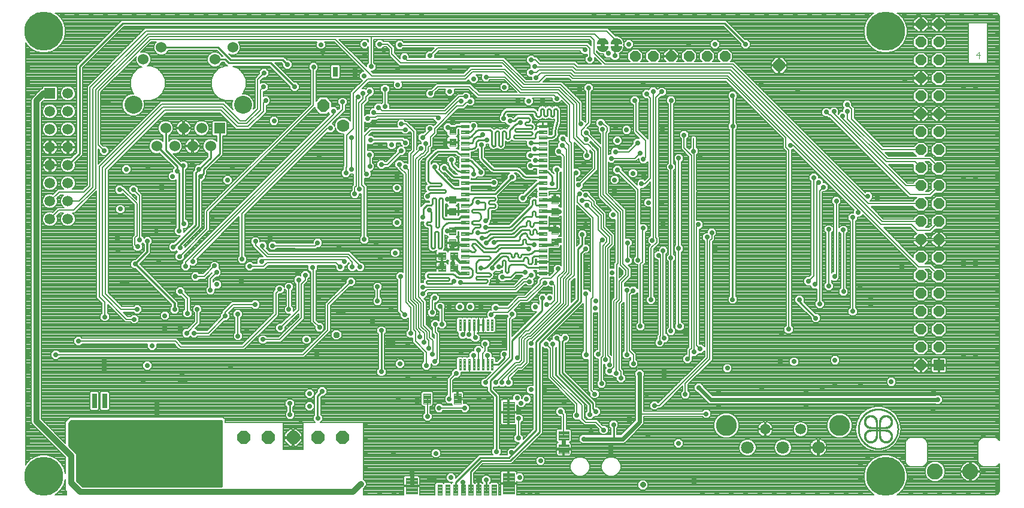
<source format=gbl>
G75*
%MOIN*%
%OFA0B0*%
%FSLAX25Y25*%
%IPPOS*%
%LPD*%
%AMOC8*
5,1,8,0,0,1.08239X$1,22.5*
%
%ADD10C,0.00400*%
%ADD11C,0.01000*%
%ADD12C,0.00100*%
%ADD13R,0.05906X0.05906*%
%ADD14OC8,0.05906*%
%ADD15C,0.05906*%
%ADD16OC8,0.07087*%
%ADD17C,0.07087*%
%ADD18C,0.11661*%
%ADD19C,0.00413*%
%ADD20C,0.00402*%
%ADD21C,0.00390*%
%ADD22C,0.06000*%
%ADD23R,0.06000X0.06000*%
%ADD24C,0.10000*%
%ADD25C,0.00394*%
%ADD26OC8,0.06496*%
%ADD27C,0.08858*%
%ADD28C,0.00400*%
%ADD29C,0.07000*%
%ADD30C,0.01400*%
%ADD31C,0.00409*%
%ADD32C,0.21654*%
%ADD33OC8,0.02781*%
%ADD34R,0.02781X0.02781*%
%ADD35C,0.01600*%
%ADD36C,0.00600*%
%ADD37C,0.00800*%
%ADD38OC8,0.03569*%
%ADD39C,0.02400*%
%ADD40C,0.03200*%
%ADD41OC8,0.03175*%
%ADD42C,0.01200*%
%ADD43C,0.00900*%
D10*
X0363078Y0389804D02*
X0363078Y0391404D01*
X0363678Y0391404D01*
X0363678Y0389804D01*
X0363078Y0389804D01*
X0363078Y0390203D02*
X0363678Y0390203D01*
X0363678Y0390602D02*
X0363078Y0390602D01*
X0363078Y0391001D02*
X0363678Y0391001D01*
X0363678Y0391400D02*
X0363078Y0391400D01*
X0363078Y0393304D02*
X0363078Y0396404D01*
X0363678Y0396404D01*
X0363678Y0393304D01*
X0363078Y0393304D01*
X0363078Y0393703D02*
X0363678Y0393703D01*
X0363678Y0394102D02*
X0363078Y0394102D01*
X0363078Y0394501D02*
X0363678Y0394501D01*
X0363678Y0394900D02*
X0363078Y0394900D01*
X0363078Y0395299D02*
X0363678Y0395299D01*
X0363678Y0395698D02*
X0363078Y0395698D01*
X0363078Y0396097D02*
X0363678Y0396097D01*
X0371278Y0396304D02*
X0371278Y0394704D01*
X0370678Y0394704D01*
X0370678Y0396304D01*
X0371278Y0396304D01*
X0371278Y0395103D02*
X0370678Y0395103D01*
X0370678Y0395502D02*
X0371278Y0395502D01*
X0371278Y0395901D02*
X0370678Y0395901D01*
X0370678Y0396300D02*
X0371278Y0396300D01*
X0371278Y0392804D02*
X0371278Y0389704D01*
X0370678Y0389704D01*
X0370678Y0392804D01*
X0371278Y0392804D01*
X0371278Y0390103D02*
X0370678Y0390103D01*
X0370678Y0390502D02*
X0371278Y0390502D01*
X0371278Y0390901D02*
X0370678Y0390901D01*
X0370678Y0391300D02*
X0371278Y0391300D01*
X0371278Y0391699D02*
X0370678Y0391699D01*
X0370678Y0392098D02*
X0371278Y0392098D01*
X0371278Y0392497D02*
X0370678Y0392497D01*
X0571199Y0387235D02*
X0573601Y0387235D01*
X0573000Y0385434D02*
X0573000Y0389037D01*
X0571199Y0387235D01*
D11*
X0442978Y0393404D02*
X0431378Y0405004D01*
X0096228Y0405004D01*
X0072278Y0381054D01*
X0072278Y0332504D01*
X0065828Y0326054D01*
X0115219Y0336687D02*
X0115246Y0336687D01*
X0126578Y0325354D01*
X0126578Y0322654D01*
X0127728Y0321504D01*
X0127728Y0289304D01*
X0130478Y0293404D02*
X0129578Y0294304D01*
X0129578Y0324954D01*
X0129578Y0325354D01*
X0130078Y0325854D01*
X0129578Y0324954D02*
X0120228Y0334304D01*
X0120228Y0346677D01*
X0120219Y0346687D01*
X0145219Y0336687D02*
X0145219Y0330144D01*
X0138778Y0323704D01*
X0136928Y0321854D01*
X0136928Y0292854D01*
X0124478Y0280404D01*
X0128328Y0279904D02*
X0128328Y0281704D01*
X0138728Y0292104D01*
X0138728Y0318804D01*
X0139710Y0319786D01*
X0141478Y0321554D01*
X0141478Y0323804D01*
X0150219Y0332544D01*
X0150219Y0346687D01*
X0178778Y0382904D02*
X0192028Y0369654D01*
X0188078Y0382004D02*
X0185328Y0384754D01*
X0156328Y0384754D01*
X0149396Y0391687D01*
X0117817Y0391687D01*
X0147620Y0384994D02*
X0153389Y0384994D01*
X0155478Y0382904D01*
X0178778Y0382904D01*
X0267061Y0329337D02*
X0270796Y0333072D01*
X0272564Y0333804D02*
X0281380Y0333754D01*
X0282828Y0333154D02*
X0283249Y0332733D01*
X0285017Y0332001D02*
X0286916Y0332001D01*
X0285017Y0332001D02*
X0284919Y0332003D01*
X0284821Y0332009D01*
X0284723Y0332018D01*
X0284626Y0332032D01*
X0284529Y0332049D01*
X0284433Y0332070D01*
X0284338Y0332095D01*
X0284244Y0332123D01*
X0284152Y0332156D01*
X0284060Y0332191D01*
X0283970Y0332231D01*
X0283882Y0332273D01*
X0283795Y0332320D01*
X0283711Y0332369D01*
X0283628Y0332422D01*
X0283548Y0332478D01*
X0283469Y0332538D01*
X0283393Y0332600D01*
X0283320Y0332665D01*
X0283249Y0332733D01*
X0282829Y0333155D02*
X0282764Y0333217D01*
X0282697Y0333276D01*
X0282627Y0333332D01*
X0282555Y0333384D01*
X0282481Y0333434D01*
X0282405Y0333480D01*
X0282326Y0333523D01*
X0282246Y0333563D01*
X0282164Y0333599D01*
X0282081Y0333631D01*
X0281996Y0333660D01*
X0281910Y0333685D01*
X0281823Y0333706D01*
X0281736Y0333724D01*
X0281647Y0333737D01*
X0281559Y0333747D01*
X0281469Y0333753D01*
X0281380Y0333755D01*
X0279428Y0328904D02*
X0279428Y0327290D01*
X0280161Y0325522D02*
X0282398Y0323285D01*
X0281416Y0319403D02*
X0281318Y0319405D01*
X0281220Y0319411D01*
X0281122Y0319420D01*
X0281025Y0319434D01*
X0280928Y0319451D01*
X0280832Y0319472D01*
X0280737Y0319497D01*
X0280643Y0319525D01*
X0280551Y0319558D01*
X0280459Y0319593D01*
X0280369Y0319633D01*
X0280281Y0319675D01*
X0280194Y0319722D01*
X0280110Y0319771D01*
X0280027Y0319824D01*
X0279947Y0319880D01*
X0279868Y0319940D01*
X0279792Y0320002D01*
X0279719Y0320067D01*
X0279648Y0320135D01*
X0275428Y0324354D01*
X0270710Y0322772D02*
X0270642Y0322843D01*
X0270577Y0322916D01*
X0270515Y0322992D01*
X0270455Y0323071D01*
X0270399Y0323151D01*
X0270346Y0323234D01*
X0270297Y0323318D01*
X0270250Y0323405D01*
X0270208Y0323493D01*
X0270168Y0323583D01*
X0270133Y0323675D01*
X0270100Y0323767D01*
X0270072Y0323861D01*
X0270047Y0323956D01*
X0270026Y0324052D01*
X0270009Y0324149D01*
X0269995Y0324246D01*
X0269986Y0324344D01*
X0269980Y0324442D01*
X0269978Y0324540D01*
X0269978Y0325154D01*
X0270711Y0322772D02*
X0279647Y0313836D01*
X0281415Y0313104D02*
X0286916Y0313104D01*
X0286916Y0316253D02*
X0286917Y0316254D01*
X0302758Y0316254D01*
X0302780Y0316255D01*
X0302802Y0316260D01*
X0302823Y0316267D01*
X0302844Y0316277D01*
X0302862Y0316289D01*
X0302879Y0316304D01*
X0304461Y0310686D02*
X0304390Y0310618D01*
X0304317Y0310553D01*
X0304241Y0310491D01*
X0304162Y0310431D01*
X0304082Y0310375D01*
X0303999Y0310322D01*
X0303915Y0310273D01*
X0303828Y0310226D01*
X0303740Y0310184D01*
X0303650Y0310144D01*
X0303558Y0310109D01*
X0303466Y0310076D01*
X0303372Y0310048D01*
X0303277Y0310023D01*
X0303181Y0310002D01*
X0303084Y0309985D01*
X0302987Y0309971D01*
X0302889Y0309962D01*
X0302791Y0309956D01*
X0302693Y0309954D01*
X0286916Y0309954D01*
X0291128Y0305804D02*
X0291126Y0305727D01*
X0291120Y0305650D01*
X0291111Y0305574D01*
X0291098Y0305498D01*
X0291081Y0305423D01*
X0291060Y0305349D01*
X0291036Y0305275D01*
X0291009Y0305204D01*
X0290977Y0305133D01*
X0290943Y0305064D01*
X0290905Y0304997D01*
X0290864Y0304932D01*
X0290819Y0304869D01*
X0290772Y0304809D01*
X0290722Y0304750D01*
X0290668Y0304695D01*
X0290669Y0304695D02*
X0290128Y0304154D01*
X0288922Y0303655D02*
X0286916Y0303655D01*
X0288922Y0303654D02*
X0289001Y0303656D01*
X0289079Y0303661D01*
X0289158Y0303670D01*
X0289235Y0303683D01*
X0289313Y0303699D01*
X0289389Y0303719D01*
X0289464Y0303742D01*
X0289538Y0303769D01*
X0289611Y0303799D01*
X0289682Y0303833D01*
X0289752Y0303870D01*
X0289820Y0303910D01*
X0289886Y0303953D01*
X0289950Y0303999D01*
X0290012Y0304048D01*
X0290071Y0304099D01*
X0290128Y0304154D01*
X0291128Y0305804D02*
X0291128Y0306256D01*
X0291728Y0307705D02*
X0291780Y0307754D01*
X0291834Y0307801D01*
X0291891Y0307844D01*
X0291950Y0307885D01*
X0292011Y0307922D01*
X0292074Y0307956D01*
X0292138Y0307987D01*
X0292204Y0308014D01*
X0292272Y0308038D01*
X0292340Y0308058D01*
X0292410Y0308075D01*
X0292480Y0308088D01*
X0292551Y0308098D01*
X0292623Y0308103D01*
X0292694Y0308105D01*
X0292694Y0308104D02*
X0302778Y0308104D01*
X0302837Y0308102D01*
X0302895Y0308096D01*
X0302954Y0308087D01*
X0303011Y0308073D01*
X0303067Y0308056D01*
X0303122Y0308035D01*
X0303176Y0308011D01*
X0303228Y0307983D01*
X0303278Y0307952D01*
X0303326Y0307918D01*
X0303371Y0307881D01*
X0303414Y0307840D01*
X0303455Y0307797D01*
X0303492Y0307752D01*
X0303526Y0307704D01*
X0303557Y0307654D01*
X0303585Y0307602D01*
X0303609Y0307548D01*
X0303630Y0307493D01*
X0303647Y0307437D01*
X0303661Y0307380D01*
X0303670Y0307321D01*
X0303676Y0307263D01*
X0303678Y0307204D01*
X0303676Y0307145D01*
X0303670Y0307087D01*
X0303661Y0307028D01*
X0303647Y0306971D01*
X0303630Y0306915D01*
X0303609Y0306860D01*
X0303585Y0306806D01*
X0303557Y0306754D01*
X0303526Y0306704D01*
X0303492Y0306656D01*
X0303455Y0306611D01*
X0303414Y0306568D01*
X0303371Y0306527D01*
X0303326Y0306490D01*
X0303278Y0306456D01*
X0303228Y0306425D01*
X0303176Y0306397D01*
X0303122Y0306373D01*
X0303067Y0306352D01*
X0303011Y0306335D01*
X0302954Y0306321D01*
X0302895Y0306312D01*
X0302837Y0306306D01*
X0302778Y0306304D01*
X0300978Y0306304D01*
X0300917Y0306302D01*
X0300856Y0306296D01*
X0300795Y0306287D01*
X0300736Y0306273D01*
X0300677Y0306256D01*
X0300619Y0306236D01*
X0300563Y0306211D01*
X0300508Y0306183D01*
X0300456Y0306152D01*
X0300405Y0306118D01*
X0300357Y0306080D01*
X0300311Y0306040D01*
X0300267Y0305996D01*
X0300227Y0305950D01*
X0300189Y0305902D01*
X0300155Y0305851D01*
X0300124Y0305799D01*
X0300096Y0305744D01*
X0300071Y0305688D01*
X0300051Y0305630D01*
X0300034Y0305571D01*
X0300020Y0305512D01*
X0300011Y0305451D01*
X0300005Y0305390D01*
X0300003Y0305329D01*
X0300005Y0305268D01*
X0300011Y0305207D01*
X0300020Y0305146D01*
X0300034Y0305087D01*
X0300051Y0305028D01*
X0300071Y0304970D01*
X0300096Y0304914D01*
X0300124Y0304859D01*
X0300155Y0304807D01*
X0300189Y0304756D01*
X0300227Y0304708D01*
X0300267Y0304662D01*
X0300311Y0304618D01*
X0300357Y0304578D01*
X0300405Y0304540D01*
X0300456Y0304506D01*
X0300508Y0304475D01*
X0300563Y0304447D01*
X0300619Y0304422D01*
X0300677Y0304402D01*
X0300736Y0304385D01*
X0300795Y0304371D01*
X0300856Y0304362D01*
X0300917Y0304356D01*
X0300978Y0304354D01*
X0302778Y0304354D01*
X0302839Y0304352D01*
X0302900Y0304346D01*
X0302961Y0304337D01*
X0303020Y0304323D01*
X0303079Y0304306D01*
X0303137Y0304286D01*
X0303193Y0304261D01*
X0303248Y0304233D01*
X0303300Y0304202D01*
X0303351Y0304168D01*
X0303399Y0304130D01*
X0303445Y0304090D01*
X0303489Y0304046D01*
X0303529Y0304000D01*
X0303567Y0303952D01*
X0303601Y0303901D01*
X0303632Y0303849D01*
X0303660Y0303794D01*
X0303685Y0303738D01*
X0303705Y0303680D01*
X0303722Y0303621D01*
X0303736Y0303562D01*
X0303745Y0303501D01*
X0303751Y0303440D01*
X0303753Y0303379D01*
X0303751Y0303318D01*
X0303745Y0303257D01*
X0303736Y0303196D01*
X0303722Y0303137D01*
X0303705Y0303078D01*
X0303685Y0303020D01*
X0303660Y0302964D01*
X0303632Y0302909D01*
X0303601Y0302857D01*
X0303567Y0302806D01*
X0303529Y0302758D01*
X0303489Y0302712D01*
X0303445Y0302668D01*
X0303399Y0302628D01*
X0303351Y0302590D01*
X0303300Y0302556D01*
X0303248Y0302525D01*
X0303193Y0302497D01*
X0303137Y0302472D01*
X0303079Y0302452D01*
X0303020Y0302435D01*
X0302961Y0302421D01*
X0302900Y0302412D01*
X0302839Y0302406D01*
X0302778Y0302404D01*
X0300978Y0302404D01*
X0300978Y0302405D02*
X0300910Y0302403D01*
X0300843Y0302397D01*
X0300776Y0302387D01*
X0300710Y0302374D01*
X0300644Y0302356D01*
X0300580Y0302335D01*
X0300517Y0302310D01*
X0300456Y0302281D01*
X0300397Y0302249D01*
X0300339Y0302213D01*
X0300284Y0302174D01*
X0300231Y0302132D01*
X0300180Y0302087D01*
X0300133Y0302039D01*
X0300088Y0301988D01*
X0300046Y0301935D01*
X0300007Y0301880D01*
X0299972Y0301822D01*
X0299940Y0301762D01*
X0299912Y0301701D01*
X0299887Y0301638D01*
X0299866Y0301573D01*
X0299849Y0301508D01*
X0299836Y0301442D01*
X0299826Y0301375D01*
X0299821Y0301307D01*
X0299819Y0301240D01*
X0299821Y0301172D01*
X0299828Y0301105D01*
X0299828Y0301104D02*
X0299828Y0296504D01*
X0298428Y0295104D01*
X0295578Y0296854D02*
X0295578Y0297804D01*
X0295579Y0297804D02*
X0295577Y0297888D01*
X0295571Y0297971D01*
X0295562Y0298054D01*
X0295549Y0298136D01*
X0295532Y0298218D01*
X0295512Y0298299D01*
X0295487Y0298379D01*
X0295460Y0298458D01*
X0295428Y0298536D01*
X0295394Y0298612D01*
X0295356Y0298686D01*
X0295314Y0298759D01*
X0295270Y0298829D01*
X0295222Y0298898D01*
X0295171Y0298964D01*
X0295117Y0299028D01*
X0295061Y0299089D01*
X0295001Y0299148D01*
X0294939Y0299204D01*
X0294875Y0299258D01*
X0294808Y0299308D01*
X0294739Y0299355D01*
X0294669Y0299399D01*
X0294596Y0299440D01*
X0294521Y0299478D01*
X0294445Y0299512D01*
X0294367Y0299543D01*
X0294288Y0299570D01*
X0294208Y0299593D01*
X0294127Y0299613D01*
X0294045Y0299629D01*
X0293962Y0299642D01*
X0293879Y0299651D01*
X0293796Y0299656D01*
X0293712Y0299657D01*
X0293629Y0299654D01*
X0293628Y0299654D02*
X0291528Y0299654D01*
X0291469Y0299656D01*
X0291411Y0299662D01*
X0291352Y0299671D01*
X0291295Y0299685D01*
X0291239Y0299702D01*
X0291184Y0299723D01*
X0291130Y0299747D01*
X0291078Y0299775D01*
X0291028Y0299806D01*
X0290980Y0299840D01*
X0290935Y0299877D01*
X0290892Y0299918D01*
X0290851Y0299961D01*
X0290814Y0300006D01*
X0290780Y0300054D01*
X0290749Y0300104D01*
X0290721Y0300156D01*
X0290697Y0300210D01*
X0290676Y0300265D01*
X0290659Y0300321D01*
X0290645Y0300378D01*
X0290636Y0300437D01*
X0290630Y0300495D01*
X0290628Y0300554D01*
X0290630Y0300613D01*
X0290636Y0300671D01*
X0290645Y0300730D01*
X0290659Y0300787D01*
X0290676Y0300843D01*
X0290697Y0300898D01*
X0290721Y0300952D01*
X0290749Y0301004D01*
X0290780Y0301054D01*
X0290814Y0301102D01*
X0290851Y0301147D01*
X0290892Y0301190D01*
X0290935Y0301231D01*
X0290980Y0301268D01*
X0291028Y0301302D01*
X0291078Y0301333D01*
X0291130Y0301361D01*
X0291184Y0301385D01*
X0291239Y0301406D01*
X0291295Y0301423D01*
X0291352Y0301437D01*
X0291411Y0301446D01*
X0291469Y0301452D01*
X0291528Y0301454D01*
X0297178Y0301454D01*
X0297234Y0301456D01*
X0297289Y0301461D01*
X0297344Y0301470D01*
X0297398Y0301483D01*
X0297451Y0301499D01*
X0297503Y0301519D01*
X0297554Y0301542D01*
X0297603Y0301568D01*
X0297650Y0301597D01*
X0297695Y0301630D01*
X0297738Y0301665D01*
X0297779Y0301703D01*
X0297817Y0301744D01*
X0297852Y0301787D01*
X0297885Y0301832D01*
X0297914Y0301879D01*
X0297940Y0301928D01*
X0297963Y0301979D01*
X0297983Y0302031D01*
X0297999Y0302084D01*
X0298012Y0302138D01*
X0298021Y0302193D01*
X0298026Y0302248D01*
X0298028Y0302304D01*
X0298028Y0304554D01*
X0298026Y0304608D01*
X0298020Y0304661D01*
X0298011Y0304713D01*
X0297998Y0304765D01*
X0297981Y0304816D01*
X0297960Y0304866D01*
X0297936Y0304913D01*
X0297909Y0304959D01*
X0297878Y0305003D01*
X0297845Y0305045D01*
X0297808Y0305084D01*
X0297769Y0305121D01*
X0297727Y0305154D01*
X0297683Y0305185D01*
X0297637Y0305212D01*
X0297590Y0305236D01*
X0297540Y0305257D01*
X0297489Y0305274D01*
X0297437Y0305287D01*
X0297385Y0305296D01*
X0297332Y0305302D01*
X0297278Y0305304D01*
X0293978Y0305304D01*
X0291128Y0306256D02*
X0291130Y0306345D01*
X0291136Y0306435D01*
X0291146Y0306523D01*
X0291159Y0306612D01*
X0291177Y0306699D01*
X0291198Y0306786D01*
X0291223Y0306872D01*
X0291252Y0306957D01*
X0291284Y0307040D01*
X0291320Y0307122D01*
X0291360Y0307202D01*
X0291403Y0307281D01*
X0291449Y0307357D01*
X0291499Y0307431D01*
X0291551Y0307503D01*
X0291607Y0307573D01*
X0291666Y0307640D01*
X0291728Y0307705D01*
X0286916Y0297356D02*
X0284530Y0297356D01*
X0283228Y0296054D01*
X0275328Y0296054D01*
X0274328Y0297054D01*
X0274328Y0306904D01*
X0274326Y0306963D01*
X0274320Y0307022D01*
X0274311Y0307081D01*
X0274298Y0307139D01*
X0274281Y0307195D01*
X0274260Y0307251D01*
X0274236Y0307305D01*
X0274209Y0307358D01*
X0274178Y0307409D01*
X0274144Y0307457D01*
X0274107Y0307504D01*
X0274067Y0307548D01*
X0274025Y0307589D01*
X0273980Y0307627D01*
X0273932Y0307663D01*
X0273883Y0307695D01*
X0273831Y0307724D01*
X0273777Y0307750D01*
X0273722Y0307772D01*
X0273666Y0307791D01*
X0273609Y0307806D01*
X0273551Y0307817D01*
X0273492Y0307825D01*
X0273433Y0307829D01*
X0273373Y0307829D01*
X0273314Y0307825D01*
X0273255Y0307817D01*
X0273197Y0307806D01*
X0273140Y0307791D01*
X0273084Y0307772D01*
X0273029Y0307750D01*
X0272975Y0307724D01*
X0272923Y0307695D01*
X0272874Y0307663D01*
X0272826Y0307627D01*
X0272781Y0307589D01*
X0272739Y0307548D01*
X0272699Y0307504D01*
X0272662Y0307457D01*
X0272628Y0307409D01*
X0272597Y0307358D01*
X0272570Y0307305D01*
X0272546Y0307251D01*
X0272525Y0307195D01*
X0272508Y0307139D01*
X0272495Y0307081D01*
X0272486Y0307022D01*
X0272480Y0306963D01*
X0272478Y0306904D01*
X0272478Y0292254D01*
X0272476Y0292195D01*
X0272470Y0292136D01*
X0272461Y0292077D01*
X0272448Y0292019D01*
X0272431Y0291963D01*
X0272410Y0291907D01*
X0272386Y0291853D01*
X0272359Y0291800D01*
X0272328Y0291749D01*
X0272294Y0291701D01*
X0272257Y0291654D01*
X0272217Y0291610D01*
X0272175Y0291569D01*
X0272130Y0291531D01*
X0272082Y0291495D01*
X0272033Y0291463D01*
X0271981Y0291434D01*
X0271927Y0291408D01*
X0271872Y0291386D01*
X0271816Y0291367D01*
X0271759Y0291352D01*
X0271701Y0291341D01*
X0271642Y0291333D01*
X0271583Y0291329D01*
X0271523Y0291329D01*
X0271464Y0291333D01*
X0271405Y0291341D01*
X0271347Y0291352D01*
X0271290Y0291367D01*
X0271234Y0291386D01*
X0271179Y0291408D01*
X0271125Y0291434D01*
X0271073Y0291463D01*
X0271024Y0291495D01*
X0270976Y0291531D01*
X0270931Y0291569D01*
X0270889Y0291610D01*
X0270849Y0291654D01*
X0270812Y0291701D01*
X0270778Y0291749D01*
X0270747Y0291800D01*
X0270720Y0291853D01*
X0270696Y0291907D01*
X0270675Y0291963D01*
X0270658Y0292019D01*
X0270645Y0292077D01*
X0270636Y0292136D01*
X0270630Y0292195D01*
X0270628Y0292254D01*
X0270628Y0306904D01*
X0270626Y0306963D01*
X0270620Y0307022D01*
X0270611Y0307081D01*
X0270598Y0307139D01*
X0270581Y0307195D01*
X0270560Y0307251D01*
X0270536Y0307305D01*
X0270509Y0307358D01*
X0270478Y0307409D01*
X0270444Y0307457D01*
X0270407Y0307504D01*
X0270367Y0307548D01*
X0270325Y0307589D01*
X0270280Y0307627D01*
X0270232Y0307663D01*
X0270183Y0307695D01*
X0270131Y0307724D01*
X0270077Y0307750D01*
X0270022Y0307772D01*
X0269966Y0307791D01*
X0269909Y0307806D01*
X0269851Y0307817D01*
X0269792Y0307825D01*
X0269733Y0307829D01*
X0269673Y0307829D01*
X0269614Y0307825D01*
X0269555Y0307817D01*
X0269497Y0307806D01*
X0269440Y0307791D01*
X0269384Y0307772D01*
X0269329Y0307750D01*
X0269275Y0307724D01*
X0269223Y0307695D01*
X0269174Y0307663D01*
X0269126Y0307627D01*
X0269081Y0307589D01*
X0269039Y0307548D01*
X0268999Y0307504D01*
X0268962Y0307457D01*
X0268928Y0307409D01*
X0268897Y0307358D01*
X0268870Y0307305D01*
X0268846Y0307251D01*
X0268825Y0307195D01*
X0268808Y0307139D01*
X0268795Y0307081D01*
X0268786Y0307022D01*
X0268780Y0306963D01*
X0268778Y0306904D01*
X0268778Y0304654D01*
X0267978Y0303854D01*
X0265528Y0303854D01*
X0263528Y0301854D01*
X0263528Y0297296D01*
X0263528Y0297154D02*
X0263428Y0297054D01*
X0263428Y0297055D02*
X0263451Y0297080D01*
X0263471Y0297107D01*
X0263488Y0297135D01*
X0263502Y0297166D01*
X0263513Y0297197D01*
X0263521Y0297229D01*
X0263526Y0297263D01*
X0263528Y0297296D01*
X0268178Y0298719D02*
X0268176Y0298817D01*
X0268170Y0298915D01*
X0268161Y0299013D01*
X0268147Y0299110D01*
X0268130Y0299207D01*
X0268109Y0299303D01*
X0268084Y0299398D01*
X0268056Y0299492D01*
X0268023Y0299584D01*
X0267988Y0299676D01*
X0267948Y0299766D01*
X0267906Y0299854D01*
X0267859Y0299941D01*
X0267810Y0300025D01*
X0267757Y0300108D01*
X0267701Y0300188D01*
X0267641Y0300267D01*
X0267579Y0300343D01*
X0267514Y0300416D01*
X0267446Y0300487D01*
X0266878Y0301054D01*
X0268178Y0298719D02*
X0268178Y0295454D01*
X0268176Y0295394D01*
X0268171Y0295335D01*
X0268161Y0295276D01*
X0268148Y0295218D01*
X0268132Y0295160D01*
X0268111Y0295104D01*
X0268088Y0295050D01*
X0268060Y0294996D01*
X0268030Y0294945D01*
X0267997Y0294896D01*
X0267960Y0294848D01*
X0267921Y0294804D01*
X0267878Y0294761D01*
X0267834Y0294722D01*
X0267786Y0294685D01*
X0267737Y0294652D01*
X0267686Y0294622D01*
X0267632Y0294594D01*
X0267578Y0294571D01*
X0267522Y0294550D01*
X0267464Y0294534D01*
X0267406Y0294521D01*
X0267347Y0294511D01*
X0267288Y0294506D01*
X0267228Y0294504D01*
X0266428Y0294504D01*
X0265478Y0293554D02*
X0265480Y0293494D01*
X0265485Y0293435D01*
X0265495Y0293376D01*
X0265508Y0293318D01*
X0265524Y0293260D01*
X0265545Y0293204D01*
X0265568Y0293150D01*
X0265596Y0293096D01*
X0265626Y0293045D01*
X0265659Y0292996D01*
X0265696Y0292948D01*
X0265735Y0292904D01*
X0265778Y0292861D01*
X0265822Y0292822D01*
X0265870Y0292785D01*
X0265919Y0292752D01*
X0265970Y0292722D01*
X0266024Y0292694D01*
X0266078Y0292671D01*
X0266134Y0292650D01*
X0266192Y0292634D01*
X0266250Y0292621D01*
X0266309Y0292611D01*
X0266368Y0292606D01*
X0266428Y0292604D01*
X0267228Y0292604D01*
X0267288Y0292602D01*
X0267347Y0292597D01*
X0267406Y0292587D01*
X0267464Y0292574D01*
X0267522Y0292558D01*
X0267578Y0292537D01*
X0267632Y0292514D01*
X0267686Y0292486D01*
X0267737Y0292456D01*
X0267786Y0292423D01*
X0267834Y0292386D01*
X0267878Y0292347D01*
X0267921Y0292304D01*
X0267960Y0292260D01*
X0267997Y0292212D01*
X0268030Y0292163D01*
X0268060Y0292112D01*
X0268088Y0292058D01*
X0268111Y0292004D01*
X0268132Y0291948D01*
X0268148Y0291890D01*
X0268161Y0291832D01*
X0268171Y0291773D01*
X0268176Y0291714D01*
X0268178Y0291654D01*
X0268178Y0280554D01*
X0268180Y0280495D01*
X0268186Y0280437D01*
X0268195Y0280378D01*
X0268209Y0280321D01*
X0268226Y0280265D01*
X0268247Y0280210D01*
X0268271Y0280156D01*
X0268299Y0280104D01*
X0268330Y0280054D01*
X0268364Y0280006D01*
X0268401Y0279961D01*
X0268442Y0279918D01*
X0268485Y0279877D01*
X0268530Y0279840D01*
X0268578Y0279806D01*
X0268628Y0279775D01*
X0268680Y0279747D01*
X0268734Y0279723D01*
X0268789Y0279702D01*
X0268845Y0279685D01*
X0268902Y0279671D01*
X0268961Y0279662D01*
X0269019Y0279656D01*
X0269078Y0279654D01*
X0269137Y0279656D01*
X0269195Y0279662D01*
X0269254Y0279671D01*
X0269311Y0279685D01*
X0269367Y0279702D01*
X0269422Y0279723D01*
X0269476Y0279747D01*
X0269528Y0279775D01*
X0269578Y0279806D01*
X0269626Y0279840D01*
X0269671Y0279877D01*
X0269714Y0279918D01*
X0269755Y0279961D01*
X0269792Y0280006D01*
X0269826Y0280054D01*
X0269857Y0280104D01*
X0269885Y0280156D01*
X0269909Y0280210D01*
X0269930Y0280265D01*
X0269947Y0280321D01*
X0269961Y0280378D01*
X0269970Y0280437D01*
X0269976Y0280495D01*
X0269978Y0280554D01*
X0269978Y0288204D01*
X0269980Y0288265D01*
X0269986Y0288326D01*
X0269995Y0288387D01*
X0270009Y0288446D01*
X0270026Y0288505D01*
X0270046Y0288563D01*
X0270071Y0288619D01*
X0270099Y0288674D01*
X0270130Y0288726D01*
X0270164Y0288777D01*
X0270202Y0288825D01*
X0270242Y0288871D01*
X0270286Y0288915D01*
X0270332Y0288955D01*
X0270380Y0288993D01*
X0270431Y0289027D01*
X0270483Y0289058D01*
X0270538Y0289086D01*
X0270594Y0289111D01*
X0270652Y0289131D01*
X0270711Y0289148D01*
X0270770Y0289162D01*
X0270831Y0289171D01*
X0270892Y0289177D01*
X0270953Y0289179D01*
X0271014Y0289177D01*
X0271075Y0289171D01*
X0271136Y0289162D01*
X0271195Y0289148D01*
X0271254Y0289131D01*
X0271312Y0289111D01*
X0271368Y0289086D01*
X0271423Y0289058D01*
X0271475Y0289027D01*
X0271526Y0288993D01*
X0271574Y0288955D01*
X0271620Y0288915D01*
X0271664Y0288871D01*
X0271704Y0288825D01*
X0271742Y0288777D01*
X0271776Y0288726D01*
X0271807Y0288674D01*
X0271835Y0288619D01*
X0271860Y0288563D01*
X0271880Y0288505D01*
X0271897Y0288446D01*
X0271911Y0288387D01*
X0271920Y0288326D01*
X0271926Y0288265D01*
X0271928Y0288204D01*
X0271928Y0280554D01*
X0271930Y0280493D01*
X0271936Y0280432D01*
X0271945Y0280371D01*
X0271959Y0280312D01*
X0271976Y0280253D01*
X0271996Y0280195D01*
X0272021Y0280139D01*
X0272049Y0280084D01*
X0272080Y0280032D01*
X0272114Y0279981D01*
X0272152Y0279933D01*
X0272192Y0279887D01*
X0272236Y0279843D01*
X0272282Y0279803D01*
X0272330Y0279765D01*
X0272381Y0279731D01*
X0272433Y0279700D01*
X0272488Y0279672D01*
X0272544Y0279647D01*
X0272602Y0279627D01*
X0272661Y0279610D01*
X0272720Y0279596D01*
X0272781Y0279587D01*
X0272842Y0279581D01*
X0272903Y0279579D01*
X0272964Y0279581D01*
X0273025Y0279587D01*
X0273086Y0279596D01*
X0273145Y0279610D01*
X0273204Y0279627D01*
X0273262Y0279647D01*
X0273318Y0279672D01*
X0273373Y0279700D01*
X0273425Y0279731D01*
X0273476Y0279765D01*
X0273524Y0279803D01*
X0273570Y0279843D01*
X0273614Y0279887D01*
X0273654Y0279933D01*
X0273692Y0279981D01*
X0273726Y0280032D01*
X0273757Y0280084D01*
X0273785Y0280139D01*
X0273810Y0280195D01*
X0273830Y0280253D01*
X0273847Y0280312D01*
X0273861Y0280371D01*
X0273870Y0280432D01*
X0273876Y0280493D01*
X0273878Y0280554D01*
X0273878Y0289054D01*
X0273880Y0289196D01*
X0273886Y0289338D01*
X0273896Y0289479D01*
X0273909Y0289621D01*
X0273927Y0289762D01*
X0273948Y0289902D01*
X0273974Y0290042D01*
X0274003Y0290181D01*
X0274036Y0290319D01*
X0274072Y0290456D01*
X0274113Y0290592D01*
X0274157Y0290727D01*
X0274205Y0290860D01*
X0274257Y0290993D01*
X0274312Y0291124D01*
X0274371Y0291253D01*
X0274433Y0291380D01*
X0274499Y0291506D01*
X0274568Y0291630D01*
X0274641Y0291752D01*
X0274717Y0291872D01*
X0274796Y0291990D01*
X0274879Y0292105D01*
X0274964Y0292218D01*
X0275053Y0292329D01*
X0275145Y0292438D01*
X0275240Y0292543D01*
X0275337Y0292646D01*
X0275438Y0292747D01*
X0275541Y0292844D01*
X0275646Y0292939D01*
X0275755Y0293031D01*
X0275866Y0293120D01*
X0275979Y0293205D01*
X0276094Y0293288D01*
X0276212Y0293367D01*
X0276332Y0293443D01*
X0276454Y0293516D01*
X0276578Y0293585D01*
X0276704Y0293651D01*
X0276831Y0293713D01*
X0276960Y0293772D01*
X0277091Y0293827D01*
X0277224Y0293879D01*
X0277357Y0293927D01*
X0277492Y0293971D01*
X0277628Y0294012D01*
X0277765Y0294048D01*
X0277903Y0294081D01*
X0278042Y0294110D01*
X0278182Y0294136D01*
X0278322Y0294157D01*
X0278463Y0294175D01*
X0278605Y0294188D01*
X0278746Y0294198D01*
X0278888Y0294204D01*
X0279030Y0294206D01*
X0286916Y0294206D01*
X0291478Y0294904D02*
X0291421Y0294902D01*
X0291365Y0294896D01*
X0291309Y0294887D01*
X0291253Y0294874D01*
X0291199Y0294857D01*
X0291146Y0294837D01*
X0291095Y0294813D01*
X0291045Y0294785D01*
X0290997Y0294755D01*
X0290951Y0294721D01*
X0290908Y0294684D01*
X0290867Y0294645D01*
X0290829Y0294603D01*
X0290794Y0294558D01*
X0290762Y0294511D01*
X0290733Y0294462D01*
X0290707Y0294412D01*
X0290685Y0294359D01*
X0290666Y0294306D01*
X0290651Y0294251D01*
X0290640Y0294195D01*
X0290632Y0294139D01*
X0290628Y0294082D01*
X0290628Y0294026D01*
X0290632Y0293969D01*
X0290640Y0293913D01*
X0290651Y0293857D01*
X0290666Y0293802D01*
X0290685Y0293749D01*
X0290707Y0293696D01*
X0290733Y0293646D01*
X0290762Y0293597D01*
X0290794Y0293550D01*
X0290829Y0293505D01*
X0290867Y0293463D01*
X0290908Y0293424D01*
X0290951Y0293387D01*
X0290997Y0293353D01*
X0291045Y0293323D01*
X0291095Y0293295D01*
X0291146Y0293271D01*
X0291199Y0293251D01*
X0291253Y0293234D01*
X0291309Y0293221D01*
X0291365Y0293212D01*
X0291421Y0293206D01*
X0291478Y0293204D01*
X0294528Y0293204D01*
X0294587Y0293202D01*
X0294646Y0293196D01*
X0294705Y0293187D01*
X0294763Y0293174D01*
X0294819Y0293157D01*
X0294875Y0293136D01*
X0294929Y0293112D01*
X0294982Y0293085D01*
X0295033Y0293054D01*
X0295081Y0293020D01*
X0295128Y0292983D01*
X0295172Y0292943D01*
X0295213Y0292901D01*
X0295251Y0292856D01*
X0295287Y0292808D01*
X0295319Y0292759D01*
X0295348Y0292707D01*
X0295374Y0292653D01*
X0295396Y0292598D01*
X0295415Y0292542D01*
X0295430Y0292485D01*
X0295441Y0292427D01*
X0295449Y0292368D01*
X0295453Y0292309D01*
X0295453Y0292249D01*
X0295449Y0292190D01*
X0295441Y0292131D01*
X0295430Y0292073D01*
X0295415Y0292016D01*
X0295396Y0291960D01*
X0295374Y0291905D01*
X0295348Y0291851D01*
X0295319Y0291799D01*
X0295287Y0291750D01*
X0295251Y0291702D01*
X0295213Y0291657D01*
X0295172Y0291615D01*
X0295128Y0291575D01*
X0295081Y0291538D01*
X0295033Y0291504D01*
X0294982Y0291473D01*
X0294929Y0291446D01*
X0294875Y0291422D01*
X0294819Y0291401D01*
X0294763Y0291384D01*
X0294705Y0291371D01*
X0294646Y0291362D01*
X0294587Y0291356D01*
X0294528Y0291354D01*
X0293028Y0291354D01*
X0292937Y0291343D01*
X0292846Y0291329D01*
X0292757Y0291311D01*
X0292668Y0291289D01*
X0292580Y0291263D01*
X0292493Y0291234D01*
X0292407Y0291201D01*
X0292323Y0291164D01*
X0292241Y0291124D01*
X0292160Y0291081D01*
X0292082Y0291034D01*
X0292005Y0290983D01*
X0291931Y0290930D01*
X0291859Y0290873D01*
X0291789Y0290813D01*
X0291722Y0290751D01*
X0291658Y0290686D01*
X0291596Y0290618D01*
X0291538Y0290547D01*
X0291482Y0290474D01*
X0291430Y0290399D01*
X0291381Y0290322D01*
X0291335Y0290242D01*
X0291293Y0290161D01*
X0291254Y0290078D01*
X0291218Y0289993D01*
X0291187Y0289907D01*
X0291159Y0289820D01*
X0291134Y0289732D01*
X0291114Y0289642D01*
X0291097Y0289552D01*
X0291084Y0289461D01*
X0291075Y0289370D01*
X0291070Y0289279D01*
X0291069Y0289187D01*
X0291072Y0289095D01*
X0291078Y0289004D01*
X0291076Y0288940D01*
X0291071Y0288876D01*
X0291061Y0288813D01*
X0291048Y0288750D01*
X0291032Y0288689D01*
X0291012Y0288628D01*
X0290988Y0288568D01*
X0290961Y0288510D01*
X0290931Y0288454D01*
X0290897Y0288400D01*
X0290860Y0288347D01*
X0290821Y0288297D01*
X0290778Y0288249D01*
X0290733Y0288204D01*
X0290685Y0288161D01*
X0290635Y0288122D01*
X0290582Y0288085D01*
X0290528Y0288051D01*
X0290472Y0288021D01*
X0290414Y0287994D01*
X0290354Y0287970D01*
X0290293Y0287950D01*
X0290232Y0287934D01*
X0290169Y0287921D01*
X0290106Y0287911D01*
X0290042Y0287906D01*
X0289978Y0287904D01*
X0289878Y0287904D01*
X0289876Y0287907D01*
X0286916Y0287907D01*
X0286916Y0284757D02*
X0291740Y0284757D01*
X0293508Y0284025D02*
X0297046Y0280487D01*
X0296546Y0278336D02*
X0296617Y0278268D01*
X0296690Y0278203D01*
X0296766Y0278141D01*
X0296845Y0278081D01*
X0296925Y0278025D01*
X0297008Y0277972D01*
X0297092Y0277923D01*
X0297179Y0277876D01*
X0297267Y0277834D01*
X0297357Y0277794D01*
X0297449Y0277759D01*
X0297541Y0277726D01*
X0297635Y0277698D01*
X0297730Y0277673D01*
X0297826Y0277652D01*
X0297923Y0277635D01*
X0298020Y0277621D01*
X0298118Y0277612D01*
X0298216Y0277606D01*
X0298314Y0277604D01*
X0303093Y0277604D01*
X0304861Y0278337D02*
X0305846Y0279322D01*
X0305096Y0281122D02*
X0305167Y0281190D01*
X0305240Y0281255D01*
X0305316Y0281317D01*
X0305395Y0281377D01*
X0305475Y0281433D01*
X0305558Y0281486D01*
X0305642Y0281535D01*
X0305729Y0281582D01*
X0305817Y0281624D01*
X0305907Y0281664D01*
X0305999Y0281699D01*
X0306091Y0281732D01*
X0306185Y0281760D01*
X0306280Y0281785D01*
X0306376Y0281806D01*
X0306473Y0281823D01*
X0306570Y0281837D01*
X0306668Y0281846D01*
X0306766Y0281852D01*
X0306864Y0281854D01*
X0318228Y0281854D01*
X0318282Y0281856D01*
X0318335Y0281862D01*
X0318387Y0281871D01*
X0318439Y0281884D01*
X0318490Y0281901D01*
X0318540Y0281922D01*
X0318587Y0281946D01*
X0318633Y0281973D01*
X0318677Y0282004D01*
X0318719Y0282037D01*
X0318758Y0282074D01*
X0318795Y0282113D01*
X0318828Y0282155D01*
X0318859Y0282199D01*
X0318886Y0282245D01*
X0318910Y0282292D01*
X0318931Y0282342D01*
X0318948Y0282393D01*
X0318961Y0282445D01*
X0318970Y0282497D01*
X0318976Y0282550D01*
X0318978Y0282604D01*
X0318978Y0283954D01*
X0318980Y0284013D01*
X0318986Y0284071D01*
X0318995Y0284130D01*
X0319009Y0284187D01*
X0319026Y0284243D01*
X0319047Y0284298D01*
X0319071Y0284352D01*
X0319099Y0284404D01*
X0319130Y0284454D01*
X0319164Y0284502D01*
X0319201Y0284547D01*
X0319242Y0284590D01*
X0319285Y0284631D01*
X0319330Y0284668D01*
X0319378Y0284702D01*
X0319428Y0284733D01*
X0319480Y0284761D01*
X0319534Y0284785D01*
X0319589Y0284806D01*
X0319645Y0284823D01*
X0319702Y0284837D01*
X0319761Y0284846D01*
X0319819Y0284852D01*
X0319878Y0284854D01*
X0319937Y0284852D01*
X0319995Y0284846D01*
X0320054Y0284837D01*
X0320111Y0284823D01*
X0320167Y0284806D01*
X0320222Y0284785D01*
X0320276Y0284761D01*
X0320328Y0284733D01*
X0320378Y0284702D01*
X0320426Y0284668D01*
X0320471Y0284631D01*
X0320514Y0284590D01*
X0320555Y0284547D01*
X0320592Y0284502D01*
X0320626Y0284454D01*
X0320657Y0284404D01*
X0320685Y0284352D01*
X0320709Y0284298D01*
X0320730Y0284243D01*
X0320747Y0284187D01*
X0320761Y0284130D01*
X0320770Y0284071D01*
X0320776Y0284013D01*
X0320778Y0283954D01*
X0320778Y0283054D01*
X0320780Y0282994D01*
X0320785Y0282933D01*
X0320794Y0282874D01*
X0320807Y0282815D01*
X0320823Y0282756D01*
X0320843Y0282699D01*
X0320866Y0282644D01*
X0320893Y0282589D01*
X0320922Y0282537D01*
X0320955Y0282486D01*
X0320991Y0282437D01*
X0321029Y0282391D01*
X0321071Y0282347D01*
X0321115Y0282305D01*
X0321161Y0282267D01*
X0321210Y0282231D01*
X0321261Y0282198D01*
X0321313Y0282169D01*
X0321368Y0282142D01*
X0321423Y0282119D01*
X0321480Y0282099D01*
X0321539Y0282083D01*
X0321598Y0282070D01*
X0321657Y0282061D01*
X0321718Y0282056D01*
X0321778Y0282054D01*
X0325078Y0282054D01*
X0325278Y0281854D01*
X0323628Y0284754D02*
X0330241Y0284754D01*
X0330241Y0284757D01*
X0330238Y0284754D01*
X0330238Y0287904D02*
X0330241Y0287907D01*
X0327076Y0287907D01*
X0326528Y0288454D01*
X0326528Y0289404D01*
X0322328Y0285404D02*
X0322231Y0285504D01*
X0322136Y0285606D01*
X0322044Y0285711D01*
X0321954Y0285818D01*
X0321868Y0285927D01*
X0321784Y0286038D01*
X0321703Y0286152D01*
X0321625Y0286267D01*
X0321550Y0286385D01*
X0321478Y0286504D01*
X0320728Y0288154D02*
X0320640Y0288177D01*
X0320551Y0288195D01*
X0320461Y0288210D01*
X0320371Y0288221D01*
X0320280Y0288228D01*
X0320190Y0288232D01*
X0320099Y0288231D01*
X0320008Y0288227D01*
X0319917Y0288219D01*
X0319827Y0288207D01*
X0319737Y0288192D01*
X0319649Y0288172D01*
X0319561Y0288149D01*
X0319474Y0288123D01*
X0319388Y0288092D01*
X0319304Y0288058D01*
X0319221Y0288021D01*
X0319139Y0287980D01*
X0319060Y0287936D01*
X0318983Y0287888D01*
X0318907Y0287838D01*
X0318834Y0287784D01*
X0318763Y0287727D01*
X0318694Y0287667D01*
X0318629Y0287604D01*
X0317696Y0289372D02*
X0317767Y0289440D01*
X0317840Y0289505D01*
X0317916Y0289567D01*
X0317995Y0289627D01*
X0318075Y0289683D01*
X0318158Y0289736D01*
X0318242Y0289785D01*
X0318329Y0289832D01*
X0318417Y0289874D01*
X0318507Y0289914D01*
X0318599Y0289949D01*
X0318691Y0289982D01*
X0318785Y0290010D01*
X0318880Y0290035D01*
X0318976Y0290056D01*
X0319073Y0290073D01*
X0319170Y0290087D01*
X0319268Y0290096D01*
X0319366Y0290102D01*
X0319464Y0290104D01*
X0322028Y0290104D01*
X0322087Y0290102D01*
X0322145Y0290096D01*
X0322204Y0290087D01*
X0322261Y0290073D01*
X0322317Y0290056D01*
X0322372Y0290035D01*
X0322426Y0290011D01*
X0322478Y0289983D01*
X0322528Y0289952D01*
X0322576Y0289918D01*
X0322621Y0289881D01*
X0322664Y0289840D01*
X0322705Y0289797D01*
X0322742Y0289752D01*
X0322776Y0289704D01*
X0322807Y0289654D01*
X0322835Y0289602D01*
X0322859Y0289548D01*
X0322880Y0289493D01*
X0322897Y0289437D01*
X0322911Y0289380D01*
X0322920Y0289321D01*
X0322926Y0289263D01*
X0322928Y0289204D01*
X0322928Y0288204D01*
X0322930Y0288145D01*
X0322936Y0288087D01*
X0322945Y0288028D01*
X0322959Y0287971D01*
X0322976Y0287915D01*
X0322997Y0287860D01*
X0323021Y0287806D01*
X0323049Y0287754D01*
X0323080Y0287704D01*
X0323114Y0287656D01*
X0323151Y0287611D01*
X0323192Y0287568D01*
X0323235Y0287527D01*
X0323280Y0287490D01*
X0323328Y0287456D01*
X0323378Y0287425D01*
X0323430Y0287397D01*
X0323484Y0287373D01*
X0323539Y0287352D01*
X0323595Y0287335D01*
X0323652Y0287321D01*
X0323711Y0287312D01*
X0323769Y0287306D01*
X0323828Y0287304D01*
X0323887Y0287306D01*
X0323945Y0287312D01*
X0324004Y0287321D01*
X0324061Y0287335D01*
X0324117Y0287352D01*
X0324172Y0287373D01*
X0324226Y0287397D01*
X0324278Y0287425D01*
X0324328Y0287456D01*
X0324376Y0287490D01*
X0324421Y0287527D01*
X0324464Y0287568D01*
X0324505Y0287611D01*
X0324542Y0287656D01*
X0324576Y0287704D01*
X0324607Y0287754D01*
X0324635Y0287806D01*
X0324659Y0287860D01*
X0324680Y0287915D01*
X0324697Y0287971D01*
X0324711Y0288028D01*
X0324720Y0288087D01*
X0324726Y0288145D01*
X0324728Y0288204D01*
X0324728Y0289404D01*
X0324730Y0289463D01*
X0324736Y0289521D01*
X0324745Y0289580D01*
X0324759Y0289637D01*
X0324776Y0289693D01*
X0324797Y0289748D01*
X0324821Y0289802D01*
X0324849Y0289854D01*
X0324880Y0289904D01*
X0324914Y0289952D01*
X0324951Y0289997D01*
X0324992Y0290040D01*
X0325035Y0290081D01*
X0325080Y0290118D01*
X0325128Y0290152D01*
X0325178Y0290183D01*
X0325230Y0290211D01*
X0325284Y0290235D01*
X0325339Y0290256D01*
X0325395Y0290273D01*
X0325452Y0290287D01*
X0325511Y0290296D01*
X0325569Y0290302D01*
X0325628Y0290304D01*
X0325687Y0290302D01*
X0325745Y0290296D01*
X0325804Y0290287D01*
X0325861Y0290273D01*
X0325917Y0290256D01*
X0325972Y0290235D01*
X0326026Y0290211D01*
X0326078Y0290183D01*
X0326128Y0290152D01*
X0326176Y0290118D01*
X0326221Y0290081D01*
X0326264Y0290040D01*
X0326305Y0289997D01*
X0326342Y0289952D01*
X0326376Y0289904D01*
X0326407Y0289854D01*
X0326435Y0289802D01*
X0326459Y0289748D01*
X0326480Y0289693D01*
X0326497Y0289637D01*
X0326511Y0289580D01*
X0326520Y0289521D01*
X0326526Y0289463D01*
X0326528Y0289404D01*
X0324878Y0292754D02*
X0324880Y0292828D01*
X0324885Y0292901D01*
X0324895Y0292974D01*
X0324908Y0293046D01*
X0324924Y0293118D01*
X0324945Y0293189D01*
X0324968Y0293258D01*
X0324996Y0293327D01*
X0325026Y0293393D01*
X0325060Y0293459D01*
X0325098Y0293522D01*
X0325138Y0293583D01*
X0325182Y0293643D01*
X0325228Y0293700D01*
X0325278Y0293754D01*
X0325330Y0293806D01*
X0325384Y0293856D01*
X0325441Y0293902D01*
X0325501Y0293946D01*
X0325562Y0293986D01*
X0325625Y0294024D01*
X0325691Y0294058D01*
X0325757Y0294088D01*
X0325826Y0294116D01*
X0325895Y0294139D01*
X0325966Y0294160D01*
X0326038Y0294176D01*
X0326110Y0294189D01*
X0326183Y0294199D01*
X0326256Y0294204D01*
X0326330Y0294206D01*
X0330241Y0294206D01*
X0330239Y0294204D01*
X0330241Y0297356D02*
X0330192Y0297404D01*
X0326978Y0297404D01*
X0326919Y0297406D01*
X0326861Y0297412D01*
X0326802Y0297421D01*
X0326745Y0297435D01*
X0326689Y0297452D01*
X0326634Y0297473D01*
X0326580Y0297497D01*
X0326528Y0297525D01*
X0326478Y0297556D01*
X0326430Y0297590D01*
X0326385Y0297627D01*
X0326342Y0297668D01*
X0326301Y0297711D01*
X0326264Y0297756D01*
X0326230Y0297804D01*
X0326199Y0297854D01*
X0326171Y0297906D01*
X0326147Y0297960D01*
X0326126Y0298015D01*
X0326109Y0298071D01*
X0326095Y0298128D01*
X0326086Y0298187D01*
X0326080Y0298245D01*
X0326078Y0298304D01*
X0326078Y0299554D01*
X0326076Y0299613D01*
X0326070Y0299671D01*
X0326061Y0299730D01*
X0326047Y0299787D01*
X0326030Y0299843D01*
X0326009Y0299898D01*
X0325985Y0299952D01*
X0325957Y0300004D01*
X0325926Y0300054D01*
X0325892Y0300102D01*
X0325855Y0300147D01*
X0325814Y0300190D01*
X0325771Y0300231D01*
X0325726Y0300268D01*
X0325678Y0300302D01*
X0325628Y0300333D01*
X0325576Y0300361D01*
X0325522Y0300385D01*
X0325467Y0300406D01*
X0325411Y0300423D01*
X0325354Y0300437D01*
X0325295Y0300446D01*
X0325237Y0300452D01*
X0325178Y0300454D01*
X0325119Y0300452D01*
X0325061Y0300446D01*
X0325002Y0300437D01*
X0324945Y0300423D01*
X0324889Y0300406D01*
X0324834Y0300385D01*
X0324780Y0300361D01*
X0324728Y0300333D01*
X0324678Y0300302D01*
X0324630Y0300268D01*
X0324585Y0300231D01*
X0324542Y0300190D01*
X0324501Y0300147D01*
X0324464Y0300102D01*
X0324430Y0300054D01*
X0324399Y0300004D01*
X0324371Y0299952D01*
X0324347Y0299898D01*
X0324326Y0299843D01*
X0324309Y0299787D01*
X0324295Y0299730D01*
X0324286Y0299671D01*
X0324280Y0299613D01*
X0324278Y0299554D01*
X0324278Y0298304D01*
X0324276Y0298245D01*
X0324270Y0298186D01*
X0324260Y0298127D01*
X0324247Y0298070D01*
X0324230Y0298013D01*
X0324209Y0297957D01*
X0324184Y0297903D01*
X0324156Y0297851D01*
X0324125Y0297801D01*
X0324090Y0297753D01*
X0324052Y0297707D01*
X0324011Y0297664D01*
X0323968Y0297624D01*
X0323922Y0297586D01*
X0323873Y0297552D01*
X0323823Y0297521D01*
X0323771Y0297493D01*
X0323716Y0297469D01*
X0323661Y0297449D01*
X0323604Y0297432D01*
X0323546Y0297419D01*
X0323487Y0297410D01*
X0323428Y0297404D01*
X0321614Y0297404D01*
X0319846Y0296672D02*
X0313611Y0290437D01*
X0314311Y0288586D02*
X0314240Y0288518D01*
X0314167Y0288453D01*
X0314091Y0288391D01*
X0314012Y0288331D01*
X0313932Y0288275D01*
X0313849Y0288222D01*
X0313765Y0288173D01*
X0313678Y0288126D01*
X0313590Y0288084D01*
X0313500Y0288044D01*
X0313408Y0288009D01*
X0313316Y0287976D01*
X0313222Y0287948D01*
X0313127Y0287923D01*
X0313031Y0287902D01*
X0312934Y0287885D01*
X0312837Y0287871D01*
X0312739Y0287862D01*
X0312641Y0287856D01*
X0312543Y0287854D01*
X0302014Y0287854D01*
X0300936Y0289704D02*
X0300857Y0289702D01*
X0300779Y0289697D01*
X0300700Y0289688D01*
X0300622Y0289675D01*
X0300545Y0289659D01*
X0300469Y0289639D01*
X0300394Y0289616D01*
X0300319Y0289589D01*
X0300247Y0289559D01*
X0300175Y0289525D01*
X0300105Y0289488D01*
X0300037Y0289448D01*
X0299971Y0289405D01*
X0299907Y0289359D01*
X0299845Y0289310D01*
X0299786Y0289258D01*
X0299729Y0289204D01*
X0300936Y0289704D02*
X0311843Y0289704D01*
X0313293Y0286004D02*
X0313391Y0286006D01*
X0313489Y0286012D01*
X0313587Y0286021D01*
X0313684Y0286035D01*
X0313781Y0286052D01*
X0313877Y0286073D01*
X0313972Y0286098D01*
X0314066Y0286126D01*
X0314158Y0286159D01*
X0314250Y0286194D01*
X0314340Y0286234D01*
X0314428Y0286276D01*
X0314515Y0286323D01*
X0314599Y0286372D01*
X0314682Y0286425D01*
X0314762Y0286481D01*
X0314841Y0286541D01*
X0314917Y0286603D01*
X0314990Y0286668D01*
X0315061Y0286736D01*
X0315061Y0286737D02*
X0317696Y0289372D01*
X0316896Y0291172D02*
X0316967Y0291240D01*
X0317040Y0291305D01*
X0317116Y0291367D01*
X0317195Y0291427D01*
X0317275Y0291483D01*
X0317358Y0291536D01*
X0317442Y0291585D01*
X0317529Y0291632D01*
X0317617Y0291674D01*
X0317707Y0291714D01*
X0317799Y0291749D01*
X0317891Y0291782D01*
X0317985Y0291810D01*
X0318080Y0291835D01*
X0318176Y0291856D01*
X0318273Y0291873D01*
X0318370Y0291887D01*
X0318468Y0291896D01*
X0318566Y0291902D01*
X0318664Y0291904D01*
X0319878Y0291904D01*
X0319948Y0291906D01*
X0320019Y0291912D01*
X0320088Y0291921D01*
X0320157Y0291934D01*
X0320226Y0291951D01*
X0320293Y0291972D01*
X0320359Y0291996D01*
X0320424Y0292024D01*
X0320487Y0292055D01*
X0320548Y0292090D01*
X0320608Y0292128D01*
X0320665Y0292169D01*
X0320720Y0292213D01*
X0320772Y0292260D01*
X0320822Y0292310D01*
X0320869Y0292362D01*
X0320913Y0292417D01*
X0320954Y0292474D01*
X0320992Y0292534D01*
X0321027Y0292595D01*
X0321058Y0292658D01*
X0321086Y0292723D01*
X0321110Y0292789D01*
X0321131Y0292856D01*
X0321148Y0292925D01*
X0321161Y0292994D01*
X0321170Y0293063D01*
X0321176Y0293134D01*
X0321178Y0293204D01*
X0321178Y0294204D01*
X0319846Y0296672D02*
X0319917Y0296740D01*
X0319990Y0296805D01*
X0320066Y0296867D01*
X0320145Y0296927D01*
X0320225Y0296983D01*
X0320308Y0297036D01*
X0320392Y0297085D01*
X0320479Y0297132D01*
X0320567Y0297174D01*
X0320657Y0297214D01*
X0320749Y0297249D01*
X0320841Y0297282D01*
X0320935Y0297310D01*
X0321030Y0297335D01*
X0321126Y0297356D01*
X0321223Y0297373D01*
X0321320Y0297387D01*
X0321418Y0297396D01*
X0321516Y0297402D01*
X0321614Y0297404D01*
X0321178Y0294204D02*
X0321180Y0294263D01*
X0321186Y0294322D01*
X0321195Y0294381D01*
X0321208Y0294439D01*
X0321225Y0294495D01*
X0321246Y0294551D01*
X0321270Y0294605D01*
X0321297Y0294658D01*
X0321328Y0294709D01*
X0321362Y0294757D01*
X0321399Y0294804D01*
X0321439Y0294848D01*
X0321481Y0294889D01*
X0321526Y0294927D01*
X0321574Y0294963D01*
X0321623Y0294995D01*
X0321675Y0295024D01*
X0321729Y0295050D01*
X0321784Y0295072D01*
X0321840Y0295091D01*
X0321897Y0295106D01*
X0321955Y0295117D01*
X0322014Y0295125D01*
X0322073Y0295129D01*
X0322133Y0295129D01*
X0322192Y0295125D01*
X0322251Y0295117D01*
X0322309Y0295106D01*
X0322366Y0295091D01*
X0322422Y0295072D01*
X0322477Y0295050D01*
X0322531Y0295024D01*
X0322583Y0294995D01*
X0322632Y0294963D01*
X0322680Y0294927D01*
X0322725Y0294889D01*
X0322767Y0294848D01*
X0322807Y0294804D01*
X0322844Y0294757D01*
X0322878Y0294709D01*
X0322909Y0294658D01*
X0322936Y0294605D01*
X0322960Y0294551D01*
X0322981Y0294495D01*
X0322998Y0294439D01*
X0323011Y0294381D01*
X0323020Y0294322D01*
X0323026Y0294263D01*
X0323028Y0294204D01*
X0323028Y0292754D01*
X0323030Y0292695D01*
X0323036Y0292636D01*
X0323045Y0292577D01*
X0323058Y0292519D01*
X0323075Y0292463D01*
X0323096Y0292407D01*
X0323120Y0292353D01*
X0323147Y0292300D01*
X0323178Y0292249D01*
X0323212Y0292201D01*
X0323249Y0292154D01*
X0323289Y0292110D01*
X0323331Y0292069D01*
X0323376Y0292031D01*
X0323424Y0291995D01*
X0323473Y0291963D01*
X0323525Y0291934D01*
X0323579Y0291908D01*
X0323634Y0291886D01*
X0323690Y0291867D01*
X0323747Y0291852D01*
X0323805Y0291841D01*
X0323864Y0291833D01*
X0323923Y0291829D01*
X0323983Y0291829D01*
X0324042Y0291833D01*
X0324101Y0291841D01*
X0324159Y0291852D01*
X0324216Y0291867D01*
X0324272Y0291886D01*
X0324327Y0291908D01*
X0324381Y0291934D01*
X0324433Y0291963D01*
X0324482Y0291995D01*
X0324530Y0292031D01*
X0324575Y0292069D01*
X0324617Y0292110D01*
X0324657Y0292154D01*
X0324694Y0292201D01*
X0324728Y0292249D01*
X0324759Y0292300D01*
X0324786Y0292353D01*
X0324810Y0292407D01*
X0324831Y0292463D01*
X0324848Y0292519D01*
X0324861Y0292577D01*
X0324870Y0292636D01*
X0324876Y0292695D01*
X0324878Y0292754D01*
X0316896Y0291172D02*
X0314311Y0288587D01*
X0313293Y0286004D02*
X0303264Y0286004D01*
X0302014Y0287854D02*
X0301916Y0287852D01*
X0301818Y0287846D01*
X0301720Y0287837D01*
X0301623Y0287823D01*
X0301526Y0287806D01*
X0301430Y0287785D01*
X0301335Y0287760D01*
X0301241Y0287732D01*
X0301149Y0287699D01*
X0301057Y0287664D01*
X0300967Y0287624D01*
X0300879Y0287582D01*
X0300792Y0287535D01*
X0300708Y0287486D01*
X0300625Y0287433D01*
X0300545Y0287377D01*
X0300466Y0287317D01*
X0300390Y0287255D01*
X0300317Y0287190D01*
X0300246Y0287122D01*
X0299411Y0286287D01*
X0297643Y0285554D02*
X0296228Y0285554D01*
X0297643Y0285554D02*
X0297741Y0285556D01*
X0297839Y0285562D01*
X0297937Y0285571D01*
X0298034Y0285585D01*
X0298131Y0285602D01*
X0298227Y0285623D01*
X0298322Y0285648D01*
X0298416Y0285676D01*
X0298508Y0285709D01*
X0298600Y0285744D01*
X0298690Y0285784D01*
X0298778Y0285826D01*
X0298865Y0285873D01*
X0298949Y0285922D01*
X0299032Y0285975D01*
X0299112Y0286031D01*
X0299191Y0286091D01*
X0299267Y0286153D01*
X0299340Y0286218D01*
X0299411Y0286286D01*
X0301496Y0285272D02*
X0298828Y0282604D01*
X0297046Y0280486D02*
X0297117Y0280418D01*
X0297190Y0280353D01*
X0297266Y0280291D01*
X0297345Y0280231D01*
X0297425Y0280175D01*
X0297508Y0280122D01*
X0297592Y0280073D01*
X0297679Y0280026D01*
X0297767Y0279984D01*
X0297857Y0279944D01*
X0297949Y0279909D01*
X0298041Y0279876D01*
X0298135Y0279848D01*
X0298230Y0279823D01*
X0298326Y0279802D01*
X0298423Y0279785D01*
X0298520Y0279771D01*
X0298618Y0279762D01*
X0298716Y0279756D01*
X0298814Y0279754D01*
X0302693Y0279754D01*
X0303093Y0277604D02*
X0303191Y0277606D01*
X0303289Y0277612D01*
X0303387Y0277621D01*
X0303484Y0277635D01*
X0303581Y0277652D01*
X0303677Y0277673D01*
X0303772Y0277698D01*
X0303866Y0277726D01*
X0303958Y0277759D01*
X0304050Y0277794D01*
X0304140Y0277834D01*
X0304228Y0277876D01*
X0304315Y0277923D01*
X0304399Y0277972D01*
X0304482Y0278025D01*
X0304562Y0278081D01*
X0304641Y0278141D01*
X0304717Y0278203D01*
X0304790Y0278268D01*
X0304861Y0278336D01*
X0304461Y0280487D02*
X0305096Y0281122D01*
X0303296Y0283222D02*
X0303367Y0283290D01*
X0303440Y0283355D01*
X0303516Y0283417D01*
X0303595Y0283477D01*
X0303675Y0283533D01*
X0303758Y0283586D01*
X0303842Y0283635D01*
X0303929Y0283682D01*
X0304017Y0283724D01*
X0304107Y0283764D01*
X0304199Y0283799D01*
X0304291Y0283832D01*
X0304385Y0283860D01*
X0304480Y0283885D01*
X0304576Y0283906D01*
X0304673Y0283923D01*
X0304770Y0283937D01*
X0304868Y0283946D01*
X0304966Y0283952D01*
X0305064Y0283954D01*
X0315978Y0283954D01*
X0316047Y0283952D01*
X0316116Y0283954D01*
X0316185Y0283959D01*
X0316254Y0283968D01*
X0316322Y0283981D01*
X0316389Y0283997D01*
X0316455Y0284017D01*
X0316520Y0284041D01*
X0316584Y0284068D01*
X0316646Y0284098D01*
X0316706Y0284132D01*
X0316765Y0284169D01*
X0316821Y0284209D01*
X0316875Y0284252D01*
X0316927Y0284298D01*
X0316976Y0284347D01*
X0317022Y0284398D01*
X0317066Y0284452D01*
X0317107Y0284508D01*
X0317144Y0284566D01*
X0317178Y0284626D01*
X0317210Y0284687D01*
X0317237Y0284751D01*
X0317261Y0284816D01*
X0317282Y0284882D01*
X0317299Y0284949D01*
X0317312Y0285017D01*
X0317322Y0285085D01*
X0317328Y0285154D01*
X0317328Y0285804D01*
X0317329Y0285804D02*
X0317331Y0285871D01*
X0317337Y0285938D01*
X0317346Y0286005D01*
X0317359Y0286071D01*
X0317376Y0286136D01*
X0317396Y0286201D01*
X0317420Y0286264D01*
X0317447Y0286325D01*
X0317478Y0286385D01*
X0317512Y0286443D01*
X0317549Y0286499D01*
X0317590Y0286553D01*
X0317633Y0286605D01*
X0317679Y0286654D01*
X0320729Y0288154D02*
X0320784Y0288112D01*
X0320836Y0288067D01*
X0320887Y0288019D01*
X0320934Y0287969D01*
X0320979Y0287916D01*
X0321022Y0287861D01*
X0321061Y0287804D01*
X0321098Y0287745D01*
X0321131Y0287684D01*
X0321161Y0287622D01*
X0321188Y0287558D01*
X0321212Y0287493D01*
X0321232Y0287427D01*
X0321249Y0287360D01*
X0321263Y0287292D01*
X0321273Y0287223D01*
X0321279Y0287154D01*
X0321278Y0287154D02*
X0321285Y0287079D01*
X0321296Y0287003D01*
X0321311Y0286928D01*
X0321330Y0286854D01*
X0321352Y0286781D01*
X0321378Y0286710D01*
X0321408Y0286640D01*
X0321441Y0286571D01*
X0321478Y0286504D01*
X0322328Y0285404D02*
X0322395Y0285340D01*
X0322464Y0285279D01*
X0322535Y0285220D01*
X0322609Y0285165D01*
X0322685Y0285112D01*
X0322763Y0285063D01*
X0322843Y0285017D01*
X0322925Y0284974D01*
X0323009Y0284934D01*
X0323094Y0284898D01*
X0323180Y0284865D01*
X0323268Y0284836D01*
X0323357Y0284810D01*
X0323446Y0284788D01*
X0323537Y0284769D01*
X0323628Y0284754D01*
X0322261Y0279322D02*
X0322278Y0279304D01*
X0322543Y0276554D02*
X0322641Y0276556D01*
X0322739Y0276562D01*
X0322837Y0276571D01*
X0322934Y0276585D01*
X0323031Y0276602D01*
X0323127Y0276623D01*
X0323222Y0276648D01*
X0323316Y0276676D01*
X0323408Y0276709D01*
X0323500Y0276744D01*
X0323590Y0276784D01*
X0323678Y0276826D01*
X0323765Y0276873D01*
X0323849Y0276922D01*
X0323932Y0276975D01*
X0324012Y0277031D01*
X0324091Y0277091D01*
X0324167Y0277153D01*
X0324240Y0277218D01*
X0324311Y0277286D01*
X0324311Y0277287D02*
X0324696Y0277672D01*
X0326464Y0278404D02*
X0330187Y0278404D01*
X0330241Y0278458D01*
X0330241Y0275308D02*
X0325632Y0275308D01*
X0324696Y0277672D02*
X0324767Y0277740D01*
X0324840Y0277805D01*
X0324916Y0277867D01*
X0324995Y0277927D01*
X0325075Y0277983D01*
X0325158Y0278036D01*
X0325242Y0278085D01*
X0325329Y0278132D01*
X0325417Y0278174D01*
X0325507Y0278214D01*
X0325599Y0278249D01*
X0325691Y0278282D01*
X0325785Y0278310D01*
X0325880Y0278335D01*
X0325976Y0278356D01*
X0326073Y0278373D01*
X0326170Y0278387D01*
X0326268Y0278396D01*
X0326366Y0278402D01*
X0326464Y0278404D01*
X0322543Y0276554D02*
X0318978Y0276554D01*
X0318918Y0276552D01*
X0318859Y0276547D01*
X0318800Y0276537D01*
X0318742Y0276524D01*
X0318684Y0276508D01*
X0318628Y0276487D01*
X0318574Y0276464D01*
X0318520Y0276436D01*
X0318469Y0276406D01*
X0318420Y0276373D01*
X0318372Y0276336D01*
X0318328Y0276297D01*
X0318285Y0276254D01*
X0318246Y0276210D01*
X0318209Y0276162D01*
X0318176Y0276113D01*
X0318146Y0276062D01*
X0318118Y0276008D01*
X0318095Y0275954D01*
X0318074Y0275898D01*
X0318058Y0275840D01*
X0318045Y0275782D01*
X0318035Y0275723D01*
X0318030Y0275664D01*
X0318028Y0275604D01*
X0318026Y0275545D01*
X0318020Y0275487D01*
X0318011Y0275428D01*
X0317997Y0275371D01*
X0317980Y0275315D01*
X0317959Y0275260D01*
X0317935Y0275206D01*
X0317907Y0275154D01*
X0317876Y0275104D01*
X0317842Y0275056D01*
X0317805Y0275011D01*
X0317764Y0274968D01*
X0317721Y0274927D01*
X0317676Y0274890D01*
X0317628Y0274856D01*
X0317578Y0274825D01*
X0317526Y0274797D01*
X0317472Y0274773D01*
X0317417Y0274752D01*
X0317361Y0274735D01*
X0317304Y0274721D01*
X0317245Y0274712D01*
X0317187Y0274706D01*
X0317128Y0274704D01*
X0317069Y0274706D01*
X0317011Y0274712D01*
X0316952Y0274721D01*
X0316895Y0274735D01*
X0316839Y0274752D01*
X0316784Y0274773D01*
X0316730Y0274797D01*
X0316678Y0274825D01*
X0316628Y0274856D01*
X0316580Y0274890D01*
X0316535Y0274927D01*
X0316492Y0274968D01*
X0316451Y0275011D01*
X0316414Y0275056D01*
X0316380Y0275104D01*
X0316349Y0275154D01*
X0316321Y0275206D01*
X0316297Y0275260D01*
X0316276Y0275315D01*
X0316259Y0275371D01*
X0316245Y0275428D01*
X0316236Y0275487D01*
X0316230Y0275545D01*
X0316228Y0275604D01*
X0316228Y0276154D01*
X0316226Y0276213D01*
X0316220Y0276271D01*
X0316211Y0276330D01*
X0316197Y0276387D01*
X0316180Y0276443D01*
X0316159Y0276498D01*
X0316135Y0276552D01*
X0316107Y0276604D01*
X0316076Y0276654D01*
X0316042Y0276702D01*
X0316005Y0276747D01*
X0315964Y0276790D01*
X0315921Y0276831D01*
X0315876Y0276868D01*
X0315828Y0276902D01*
X0315778Y0276933D01*
X0315726Y0276961D01*
X0315672Y0276985D01*
X0315617Y0277006D01*
X0315561Y0277023D01*
X0315504Y0277037D01*
X0315445Y0277046D01*
X0315387Y0277052D01*
X0315328Y0277054D01*
X0315269Y0277052D01*
X0315211Y0277046D01*
X0315152Y0277037D01*
X0315095Y0277023D01*
X0315039Y0277006D01*
X0314984Y0276985D01*
X0314930Y0276961D01*
X0314878Y0276933D01*
X0314828Y0276902D01*
X0314780Y0276868D01*
X0314735Y0276831D01*
X0314692Y0276790D01*
X0314651Y0276747D01*
X0314614Y0276702D01*
X0314580Y0276654D01*
X0314549Y0276604D01*
X0314521Y0276552D01*
X0314497Y0276498D01*
X0314476Y0276443D01*
X0314459Y0276387D01*
X0314445Y0276330D01*
X0314436Y0276271D01*
X0314430Y0276213D01*
X0314428Y0276154D01*
X0314428Y0275704D01*
X0314426Y0275645D01*
X0314420Y0275587D01*
X0314411Y0275528D01*
X0314397Y0275471D01*
X0314380Y0275415D01*
X0314359Y0275360D01*
X0314335Y0275306D01*
X0314307Y0275254D01*
X0314276Y0275204D01*
X0314242Y0275156D01*
X0314205Y0275111D01*
X0314164Y0275068D01*
X0314121Y0275027D01*
X0314076Y0274990D01*
X0314028Y0274956D01*
X0313978Y0274925D01*
X0313926Y0274897D01*
X0313872Y0274873D01*
X0313817Y0274852D01*
X0313761Y0274835D01*
X0313704Y0274821D01*
X0313645Y0274812D01*
X0313587Y0274806D01*
X0313528Y0274804D01*
X0313469Y0274806D01*
X0313411Y0274812D01*
X0313352Y0274821D01*
X0313295Y0274835D01*
X0313239Y0274852D01*
X0313184Y0274873D01*
X0313130Y0274897D01*
X0313078Y0274925D01*
X0313028Y0274956D01*
X0312980Y0274990D01*
X0312935Y0275027D01*
X0312892Y0275068D01*
X0312851Y0275111D01*
X0312814Y0275156D01*
X0312780Y0275204D01*
X0312749Y0275254D01*
X0312721Y0275306D01*
X0312697Y0275360D01*
X0312676Y0275415D01*
X0312659Y0275471D01*
X0312645Y0275528D01*
X0312636Y0275587D01*
X0312630Y0275645D01*
X0312628Y0275704D01*
X0312628Y0275854D01*
X0312621Y0275927D01*
X0312610Y0276000D01*
X0312596Y0276072D01*
X0312577Y0276143D01*
X0312555Y0276213D01*
X0312529Y0276282D01*
X0312500Y0276349D01*
X0312467Y0276415D01*
X0312430Y0276479D01*
X0312391Y0276541D01*
X0312348Y0276601D01*
X0312302Y0276658D01*
X0312253Y0276713D01*
X0312202Y0276765D01*
X0312148Y0276815D01*
X0312091Y0276862D01*
X0312032Y0276905D01*
X0311970Y0276946D01*
X0311907Y0276983D01*
X0311842Y0277017D01*
X0311775Y0277047D01*
X0311706Y0277074D01*
X0311636Y0277097D01*
X0311566Y0277117D01*
X0311494Y0277133D01*
X0311421Y0277145D01*
X0311348Y0277153D01*
X0311275Y0277157D01*
X0311201Y0277158D01*
X0311128Y0277154D01*
X0307714Y0277154D01*
X0305846Y0279322D02*
X0305917Y0279390D01*
X0305990Y0279455D01*
X0306066Y0279517D01*
X0306145Y0279577D01*
X0306225Y0279633D01*
X0306308Y0279686D01*
X0306392Y0279735D01*
X0306479Y0279782D01*
X0306567Y0279824D01*
X0306657Y0279864D01*
X0306749Y0279899D01*
X0306841Y0279932D01*
X0306935Y0279960D01*
X0307030Y0279985D01*
X0307126Y0280006D01*
X0307223Y0280023D01*
X0307320Y0280037D01*
X0307418Y0280046D01*
X0307516Y0280052D01*
X0307614Y0280054D01*
X0320493Y0280054D01*
X0320591Y0280052D01*
X0320689Y0280046D01*
X0320787Y0280037D01*
X0320884Y0280023D01*
X0320981Y0280006D01*
X0321077Y0279985D01*
X0321172Y0279960D01*
X0321266Y0279932D01*
X0321358Y0279899D01*
X0321450Y0279864D01*
X0321540Y0279824D01*
X0321628Y0279782D01*
X0321715Y0279735D01*
X0321799Y0279686D01*
X0321882Y0279633D01*
X0321962Y0279577D01*
X0322041Y0279517D01*
X0322117Y0279455D01*
X0322190Y0279390D01*
X0322261Y0279322D01*
X0330237Y0275304D02*
X0330241Y0275308D01*
X0325632Y0275308D02*
X0325561Y0275306D01*
X0325490Y0275301D01*
X0325420Y0275291D01*
X0325350Y0275278D01*
X0325282Y0275262D01*
X0325214Y0275242D01*
X0325147Y0275218D01*
X0325081Y0275191D01*
X0325017Y0275160D01*
X0324955Y0275127D01*
X0324895Y0275090D01*
X0324836Y0275049D01*
X0324780Y0275006D01*
X0324726Y0274960D01*
X0324675Y0274911D01*
X0324626Y0274860D01*
X0324580Y0274806D01*
X0324537Y0274750D01*
X0324496Y0274691D01*
X0324459Y0274631D01*
X0324426Y0274569D01*
X0324395Y0274505D01*
X0324368Y0274439D01*
X0324344Y0274372D01*
X0324324Y0274304D01*
X0324308Y0274236D01*
X0324295Y0274166D01*
X0324285Y0274096D01*
X0324280Y0274025D01*
X0324278Y0273954D01*
X0324278Y0272154D01*
X0324276Y0272085D01*
X0324270Y0272017D01*
X0324260Y0271949D01*
X0324247Y0271882D01*
X0324229Y0271816D01*
X0324208Y0271751D01*
X0324183Y0271687D01*
X0324155Y0271625D01*
X0324123Y0271564D01*
X0324088Y0271505D01*
X0324049Y0271449D01*
X0324007Y0271394D01*
X0323962Y0271343D01*
X0323914Y0271293D01*
X0323864Y0271247D01*
X0323811Y0271204D01*
X0323755Y0271163D01*
X0323698Y0271126D01*
X0323638Y0271093D01*
X0323576Y0271062D01*
X0323513Y0271036D01*
X0323449Y0271013D01*
X0323383Y0270993D01*
X0323316Y0270978D01*
X0323249Y0270966D01*
X0323181Y0270958D01*
X0323112Y0270954D01*
X0323044Y0270954D01*
X0322975Y0270958D01*
X0322907Y0270966D01*
X0322840Y0270978D01*
X0322773Y0270993D01*
X0322707Y0271013D01*
X0322643Y0271036D01*
X0322580Y0271062D01*
X0322518Y0271093D01*
X0322458Y0271126D01*
X0322401Y0271163D01*
X0322345Y0271204D01*
X0322292Y0271247D01*
X0322242Y0271293D01*
X0322194Y0271343D01*
X0322149Y0271394D01*
X0322107Y0271449D01*
X0322068Y0271505D01*
X0322033Y0271564D01*
X0322001Y0271625D01*
X0321973Y0271687D01*
X0321948Y0271751D01*
X0321927Y0271816D01*
X0321909Y0271882D01*
X0321896Y0271949D01*
X0321886Y0272017D01*
X0321880Y0272085D01*
X0321878Y0272154D01*
X0321878Y0273504D01*
X0321876Y0273573D01*
X0321870Y0273641D01*
X0321860Y0273709D01*
X0321847Y0273776D01*
X0321829Y0273842D01*
X0321808Y0273907D01*
X0321783Y0273971D01*
X0321755Y0274033D01*
X0321723Y0274094D01*
X0321688Y0274153D01*
X0321649Y0274209D01*
X0321607Y0274264D01*
X0321562Y0274315D01*
X0321514Y0274365D01*
X0321464Y0274411D01*
X0321411Y0274454D01*
X0321355Y0274495D01*
X0321298Y0274532D01*
X0321238Y0274565D01*
X0321176Y0274596D01*
X0321113Y0274622D01*
X0321049Y0274645D01*
X0320983Y0274665D01*
X0320916Y0274680D01*
X0320849Y0274692D01*
X0320781Y0274700D01*
X0320712Y0274704D01*
X0320644Y0274704D01*
X0320575Y0274700D01*
X0320507Y0274692D01*
X0320440Y0274680D01*
X0320373Y0274665D01*
X0320307Y0274645D01*
X0320243Y0274622D01*
X0320180Y0274596D01*
X0320118Y0274565D01*
X0320058Y0274532D01*
X0320001Y0274495D01*
X0319945Y0274454D01*
X0319892Y0274411D01*
X0319842Y0274365D01*
X0319794Y0274315D01*
X0319749Y0274264D01*
X0319707Y0274209D01*
X0319668Y0274153D01*
X0319633Y0274094D01*
X0319601Y0274033D01*
X0319573Y0273971D01*
X0319548Y0273907D01*
X0319527Y0273842D01*
X0319509Y0273776D01*
X0319496Y0273709D01*
X0319486Y0273641D01*
X0319480Y0273573D01*
X0319478Y0273504D01*
X0319476Y0273446D01*
X0319470Y0273388D01*
X0319461Y0273330D01*
X0319448Y0273273D01*
X0319431Y0273217D01*
X0319411Y0273163D01*
X0319387Y0273109D01*
X0319360Y0273058D01*
X0319330Y0273008D01*
X0319296Y0272960D01*
X0319260Y0272915D01*
X0319220Y0272872D01*
X0319178Y0272831D01*
X0319134Y0272794D01*
X0319087Y0272759D01*
X0319038Y0272728D01*
X0318987Y0272699D01*
X0318934Y0272674D01*
X0318880Y0272653D01*
X0318824Y0272635D01*
X0318768Y0272620D01*
X0318711Y0272610D01*
X0318653Y0272603D01*
X0318594Y0272599D01*
X0318536Y0272600D01*
X0318478Y0272604D01*
X0311928Y0272604D01*
X0311868Y0272606D01*
X0311807Y0272611D01*
X0311748Y0272620D01*
X0311689Y0272633D01*
X0311630Y0272649D01*
X0311573Y0272669D01*
X0311518Y0272692D01*
X0311463Y0272719D01*
X0311411Y0272748D01*
X0311360Y0272781D01*
X0311311Y0272817D01*
X0311265Y0272855D01*
X0311221Y0272897D01*
X0311179Y0272941D01*
X0311141Y0272987D01*
X0311105Y0273036D01*
X0311072Y0273087D01*
X0311043Y0273139D01*
X0311016Y0273194D01*
X0310993Y0273249D01*
X0310973Y0273306D01*
X0310957Y0273365D01*
X0310944Y0273424D01*
X0310935Y0273483D01*
X0310930Y0273544D01*
X0310928Y0273604D01*
X0310928Y0274054D01*
X0310926Y0274122D01*
X0310921Y0274189D01*
X0310912Y0274256D01*
X0310899Y0274323D01*
X0310882Y0274388D01*
X0310863Y0274453D01*
X0310839Y0274517D01*
X0310812Y0274579D01*
X0310782Y0274640D01*
X0310749Y0274698D01*
X0310713Y0274755D01*
X0310673Y0274810D01*
X0310631Y0274863D01*
X0310585Y0274914D01*
X0310538Y0274961D01*
X0310487Y0275007D01*
X0310434Y0275049D01*
X0310379Y0275089D01*
X0310322Y0275125D01*
X0310264Y0275158D01*
X0310203Y0275188D01*
X0310141Y0275215D01*
X0310077Y0275239D01*
X0310012Y0275258D01*
X0309947Y0275275D01*
X0309880Y0275288D01*
X0309813Y0275297D01*
X0309746Y0275302D01*
X0309678Y0275304D01*
X0308414Y0275304D01*
X0307714Y0277154D02*
X0307616Y0277152D01*
X0307518Y0277146D01*
X0307420Y0277137D01*
X0307323Y0277123D01*
X0307226Y0277106D01*
X0307130Y0277085D01*
X0307035Y0277060D01*
X0306941Y0277032D01*
X0306849Y0276999D01*
X0306757Y0276964D01*
X0306667Y0276924D01*
X0306579Y0276882D01*
X0306492Y0276835D01*
X0306408Y0276786D01*
X0306325Y0276733D01*
X0306245Y0276677D01*
X0306166Y0276617D01*
X0306090Y0276555D01*
X0306017Y0276490D01*
X0305946Y0276422D01*
X0299011Y0269487D01*
X0297243Y0268754D02*
X0295728Y0268754D01*
X0292928Y0270719D02*
X0292930Y0270817D01*
X0292936Y0270915D01*
X0292945Y0271013D01*
X0292959Y0271110D01*
X0292976Y0271207D01*
X0292997Y0271303D01*
X0293022Y0271398D01*
X0293050Y0271492D01*
X0293083Y0271584D01*
X0293118Y0271676D01*
X0293158Y0271766D01*
X0293200Y0271854D01*
X0293247Y0271941D01*
X0293296Y0272025D01*
X0293349Y0272108D01*
X0293405Y0272188D01*
X0293465Y0272267D01*
X0293527Y0272343D01*
X0293592Y0272416D01*
X0293660Y0272487D01*
X0293661Y0272487D02*
X0293946Y0272772D01*
X0295714Y0273504D02*
X0300028Y0273504D01*
X0300087Y0273506D01*
X0300146Y0273512D01*
X0300204Y0273521D01*
X0300262Y0273535D01*
X0300318Y0273552D01*
X0300374Y0273573D01*
X0300427Y0273597D01*
X0300480Y0273625D01*
X0300530Y0273656D01*
X0300578Y0273691D01*
X0300623Y0273728D01*
X0300667Y0273769D01*
X0300707Y0273812D01*
X0300744Y0273858D01*
X0300779Y0273906D01*
X0300810Y0273956D01*
X0300838Y0274008D01*
X0300862Y0274062D01*
X0300883Y0274118D01*
X0300900Y0274174D01*
X0300913Y0274232D01*
X0300923Y0274290D01*
X0300928Y0274349D01*
X0300930Y0274408D01*
X0300928Y0274467D01*
X0300922Y0274526D01*
X0300912Y0274584D01*
X0300899Y0274642D01*
X0300881Y0274698D01*
X0300860Y0274753D01*
X0300836Y0274807D01*
X0300808Y0274859D01*
X0300776Y0274909D01*
X0300742Y0274957D01*
X0300704Y0275003D01*
X0300664Y0275046D01*
X0300620Y0275086D01*
X0300575Y0275123D01*
X0300526Y0275158D01*
X0300476Y0275189D01*
X0300424Y0275216D01*
X0300370Y0275241D01*
X0300315Y0275261D01*
X0300258Y0275278D01*
X0300200Y0275291D01*
X0300142Y0275301D01*
X0300083Y0275306D01*
X0300024Y0275308D01*
X0300025Y0275308D02*
X0286916Y0275308D01*
X0286916Y0278458D02*
X0289620Y0278458D01*
X0289691Y0278387D01*
X0289628Y0278454D02*
X0289625Y0278457D01*
X0289620Y0278458D01*
X0291979Y0279705D02*
X0292045Y0279645D01*
X0292109Y0279582D01*
X0292171Y0279517D01*
X0292230Y0279450D01*
X0292287Y0279381D01*
X0292341Y0279309D01*
X0292392Y0279236D01*
X0292440Y0279161D01*
X0292486Y0279084D01*
X0292529Y0279005D01*
X0291978Y0279704D02*
X0291028Y0280654D01*
X0289691Y0278386D02*
X0289762Y0278318D01*
X0289835Y0278253D01*
X0289911Y0278191D01*
X0289990Y0278131D01*
X0290070Y0278075D01*
X0290153Y0278022D01*
X0290237Y0277973D01*
X0290324Y0277926D01*
X0290412Y0277884D01*
X0290502Y0277844D01*
X0290594Y0277809D01*
X0290686Y0277776D01*
X0290780Y0277748D01*
X0290875Y0277723D01*
X0290971Y0277702D01*
X0291068Y0277685D01*
X0291165Y0277671D01*
X0291263Y0277662D01*
X0291361Y0277656D01*
X0291459Y0277654D01*
X0291528Y0277654D01*
X0291528Y0277655D02*
X0291591Y0277657D01*
X0291654Y0277663D01*
X0291716Y0277672D01*
X0291777Y0277685D01*
X0291838Y0277702D01*
X0291897Y0277722D01*
X0291956Y0277746D01*
X0292012Y0277774D01*
X0292067Y0277805D01*
X0292120Y0277839D01*
X0292171Y0277876D01*
X0292219Y0277916D01*
X0292265Y0277959D01*
X0292308Y0278005D01*
X0292349Y0278053D01*
X0292386Y0278104D01*
X0292420Y0278156D01*
X0292451Y0278211D01*
X0292479Y0278267D01*
X0292504Y0278325D01*
X0292524Y0278385D01*
X0292541Y0278445D01*
X0292555Y0278507D01*
X0292565Y0278569D01*
X0292571Y0278632D01*
X0292573Y0278694D01*
X0292571Y0278757D01*
X0292566Y0278820D01*
X0292557Y0278882D01*
X0292544Y0278944D01*
X0292528Y0279005D01*
X0291028Y0280654D02*
X0290988Y0280711D01*
X0290951Y0280770D01*
X0290918Y0280832D01*
X0290888Y0280895D01*
X0290862Y0280959D01*
X0290839Y0281025D01*
X0290820Y0281092D01*
X0290805Y0281160D01*
X0290794Y0281229D01*
X0290787Y0281299D01*
X0290783Y0281368D01*
X0290784Y0281438D01*
X0290788Y0281508D01*
X0290796Y0281577D01*
X0290808Y0281646D01*
X0290824Y0281713D01*
X0290844Y0281780D01*
X0290868Y0281846D01*
X0290895Y0281910D01*
X0290925Y0281973D01*
X0290959Y0282034D01*
X0290997Y0282093D01*
X0291038Y0282149D01*
X0291081Y0282203D01*
X0291128Y0282255D01*
X0291178Y0282304D01*
X0291740Y0284757D02*
X0291838Y0284755D01*
X0291936Y0284749D01*
X0292034Y0284740D01*
X0292131Y0284726D01*
X0292228Y0284709D01*
X0292324Y0284688D01*
X0292419Y0284663D01*
X0292513Y0284635D01*
X0292605Y0284602D01*
X0292697Y0284567D01*
X0292787Y0284527D01*
X0292875Y0284485D01*
X0292962Y0284438D01*
X0293046Y0284389D01*
X0293129Y0284336D01*
X0293209Y0284280D01*
X0293288Y0284220D01*
X0293364Y0284158D01*
X0293437Y0284093D01*
X0293508Y0284025D01*
X0292728Y0282154D02*
X0296546Y0278337D01*
X0292728Y0282154D02*
X0292682Y0282201D01*
X0292634Y0282245D01*
X0292583Y0282287D01*
X0292530Y0282325D01*
X0292475Y0282361D01*
X0292418Y0282393D01*
X0292359Y0282422D01*
X0292299Y0282448D01*
X0292238Y0282470D01*
X0292175Y0282489D01*
X0292111Y0282505D01*
X0292047Y0282516D01*
X0291982Y0282525D01*
X0291916Y0282529D01*
X0291851Y0282530D01*
X0291785Y0282527D01*
X0291720Y0282520D01*
X0291655Y0282510D01*
X0291591Y0282497D01*
X0291528Y0282479D01*
X0291466Y0282458D01*
X0291405Y0282434D01*
X0291346Y0282406D01*
X0291288Y0282375D01*
X0291232Y0282341D01*
X0291178Y0282304D01*
X0293928Y0288554D02*
X0298159Y0288554D01*
X0298159Y0288555D02*
X0298251Y0288557D01*
X0298342Y0288563D01*
X0298433Y0288572D01*
X0298524Y0288585D01*
X0298614Y0288602D01*
X0298704Y0288623D01*
X0298792Y0288647D01*
X0298880Y0288675D01*
X0298966Y0288707D01*
X0299050Y0288742D01*
X0299134Y0288780D01*
X0299215Y0288822D01*
X0299295Y0288868D01*
X0299373Y0288916D01*
X0299448Y0288968D01*
X0299522Y0289023D01*
X0299593Y0289081D01*
X0299662Y0289141D01*
X0299728Y0289205D01*
X0298228Y0291504D02*
X0311093Y0291504D01*
X0311843Y0289704D02*
X0311941Y0289706D01*
X0312039Y0289712D01*
X0312137Y0289721D01*
X0312234Y0289735D01*
X0312331Y0289752D01*
X0312427Y0289773D01*
X0312522Y0289798D01*
X0312616Y0289826D01*
X0312708Y0289859D01*
X0312800Y0289894D01*
X0312890Y0289934D01*
X0312978Y0289976D01*
X0313065Y0290023D01*
X0313149Y0290072D01*
X0313232Y0290125D01*
X0313312Y0290181D01*
X0313391Y0290241D01*
X0313467Y0290303D01*
X0313540Y0290368D01*
X0313611Y0290436D01*
X0312861Y0292237D02*
X0323596Y0302972D01*
X0324328Y0304740D02*
X0324328Y0305954D01*
X0324330Y0306013D01*
X0324336Y0306071D01*
X0324345Y0306130D01*
X0324359Y0306187D01*
X0324376Y0306243D01*
X0324397Y0306298D01*
X0324421Y0306352D01*
X0324449Y0306404D01*
X0324480Y0306454D01*
X0324514Y0306502D01*
X0324551Y0306547D01*
X0324592Y0306590D01*
X0324635Y0306631D01*
X0324680Y0306668D01*
X0324728Y0306702D01*
X0324778Y0306733D01*
X0324830Y0306761D01*
X0324884Y0306785D01*
X0324939Y0306806D01*
X0324995Y0306823D01*
X0325052Y0306837D01*
X0325111Y0306846D01*
X0325169Y0306852D01*
X0325228Y0306854D01*
X0325287Y0306852D01*
X0325345Y0306846D01*
X0325404Y0306837D01*
X0325461Y0306823D01*
X0325517Y0306806D01*
X0325572Y0306785D01*
X0325626Y0306761D01*
X0325678Y0306733D01*
X0325728Y0306702D01*
X0325776Y0306668D01*
X0325821Y0306631D01*
X0325864Y0306590D01*
X0325905Y0306547D01*
X0325942Y0306502D01*
X0325976Y0306454D01*
X0326007Y0306404D01*
X0326035Y0306352D01*
X0326059Y0306298D01*
X0326080Y0306243D01*
X0326097Y0306187D01*
X0326111Y0306130D01*
X0326120Y0306071D01*
X0326126Y0306013D01*
X0326128Y0305954D01*
X0326128Y0304554D01*
X0326130Y0304495D01*
X0326136Y0304437D01*
X0326145Y0304378D01*
X0326159Y0304321D01*
X0326176Y0304265D01*
X0326197Y0304210D01*
X0326221Y0304156D01*
X0326249Y0304104D01*
X0326280Y0304054D01*
X0326314Y0304006D01*
X0326351Y0303961D01*
X0326392Y0303918D01*
X0326435Y0303877D01*
X0326480Y0303840D01*
X0326528Y0303806D01*
X0326578Y0303775D01*
X0326630Y0303747D01*
X0326684Y0303723D01*
X0326739Y0303702D01*
X0326795Y0303685D01*
X0326852Y0303671D01*
X0326911Y0303662D01*
X0326969Y0303656D01*
X0327028Y0303654D01*
X0327028Y0303655D02*
X0330241Y0303655D01*
X0330191Y0303704D01*
X0324328Y0304740D02*
X0324326Y0304642D01*
X0324320Y0304544D01*
X0324311Y0304446D01*
X0324297Y0304349D01*
X0324280Y0304252D01*
X0324259Y0304156D01*
X0324234Y0304061D01*
X0324206Y0303967D01*
X0324173Y0303875D01*
X0324138Y0303783D01*
X0324098Y0303693D01*
X0324056Y0303605D01*
X0324009Y0303518D01*
X0323960Y0303434D01*
X0323907Y0303351D01*
X0323851Y0303271D01*
X0323791Y0303192D01*
X0323729Y0303116D01*
X0323664Y0303043D01*
X0323596Y0302972D01*
X0318978Y0307754D02*
X0326746Y0315522D01*
X0328514Y0316254D02*
X0330239Y0316254D01*
X0330241Y0316253D01*
X0328514Y0316254D02*
X0328416Y0316252D01*
X0328318Y0316246D01*
X0328220Y0316237D01*
X0328123Y0316223D01*
X0328026Y0316206D01*
X0327930Y0316185D01*
X0327835Y0316160D01*
X0327741Y0316132D01*
X0327649Y0316099D01*
X0327557Y0316064D01*
X0327467Y0316024D01*
X0327379Y0315982D01*
X0327292Y0315935D01*
X0327208Y0315886D01*
X0327125Y0315833D01*
X0327045Y0315777D01*
X0326966Y0315717D01*
X0326890Y0315655D01*
X0326817Y0315590D01*
X0326746Y0315522D01*
X0330241Y0313104D02*
X0330241Y0313104D01*
X0337178Y0313104D01*
X0337178Y0313104D01*
X0337178Y0313105D02*
X0337239Y0313115D01*
X0337299Y0313128D01*
X0337358Y0313146D01*
X0337416Y0313167D01*
X0337473Y0313191D01*
X0337528Y0313219D01*
X0337581Y0313251D01*
X0337632Y0313286D01*
X0337680Y0313324D01*
X0337727Y0313364D01*
X0337770Y0313408D01*
X0337811Y0313455D01*
X0337849Y0313503D01*
X0337883Y0313554D01*
X0337914Y0313608D01*
X0337942Y0313663D01*
X0337967Y0313719D01*
X0337988Y0313777D01*
X0338005Y0313837D01*
X0338018Y0313897D01*
X0338027Y0313958D01*
X0338033Y0314019D01*
X0338035Y0314081D01*
X0338033Y0314143D01*
X0338027Y0314204D01*
X0338028Y0314204D02*
X0338028Y0323552D01*
X0338027Y0323552D02*
X0338028Y0323554D01*
X0334546Y0320737D02*
X0333463Y0321820D01*
X0331695Y0322552D02*
X0330241Y0322552D01*
X0331695Y0322552D02*
X0331793Y0322550D01*
X0331891Y0322544D01*
X0331989Y0322535D01*
X0332086Y0322521D01*
X0332183Y0322504D01*
X0332279Y0322483D01*
X0332374Y0322458D01*
X0332468Y0322430D01*
X0332560Y0322397D01*
X0332652Y0322362D01*
X0332742Y0322322D01*
X0332830Y0322280D01*
X0332917Y0322233D01*
X0333001Y0322184D01*
X0333084Y0322131D01*
X0333164Y0322075D01*
X0333243Y0322015D01*
X0333319Y0321953D01*
X0333392Y0321888D01*
X0333463Y0321820D01*
X0334546Y0320737D02*
X0334614Y0320666D01*
X0334679Y0320593D01*
X0334741Y0320517D01*
X0334801Y0320438D01*
X0334857Y0320358D01*
X0334910Y0320275D01*
X0334959Y0320191D01*
X0335006Y0320104D01*
X0335048Y0320016D01*
X0335088Y0319926D01*
X0335123Y0319834D01*
X0335156Y0319742D01*
X0335184Y0319648D01*
X0335209Y0319553D01*
X0335230Y0319457D01*
X0335247Y0319360D01*
X0335261Y0319263D01*
X0335270Y0319165D01*
X0335276Y0319067D01*
X0335278Y0318969D01*
X0335278Y0315804D01*
X0330242Y0319404D02*
X0330241Y0319403D01*
X0321266Y0319403D01*
X0319498Y0320135D02*
X0316961Y0322672D01*
X0315193Y0323404D02*
X0303464Y0323404D01*
X0301696Y0324137D02*
X0296711Y0329122D01*
X0295978Y0330890D02*
X0295978Y0337354D01*
X0295228Y0340155D02*
X0295133Y0340153D01*
X0295038Y0340147D01*
X0294943Y0340137D01*
X0294849Y0340123D01*
X0294756Y0340106D01*
X0294663Y0340084D01*
X0294571Y0340059D01*
X0294481Y0340030D01*
X0294391Y0339997D01*
X0294304Y0339960D01*
X0294217Y0339920D01*
X0294133Y0339876D01*
X0294050Y0339829D01*
X0293970Y0339779D01*
X0293891Y0339725D01*
X0293815Y0339668D01*
X0293741Y0339607D01*
X0293670Y0339544D01*
X0293602Y0339478D01*
X0293536Y0339409D01*
X0293473Y0339338D01*
X0293414Y0339264D01*
X0293357Y0339187D01*
X0293304Y0339108D01*
X0293254Y0339027D01*
X0293207Y0338944D01*
X0293164Y0338860D01*
X0293124Y0338773D01*
X0293088Y0338685D01*
X0293056Y0338596D01*
X0293028Y0338505D01*
X0293028Y0338504D02*
X0293028Y0337254D01*
X0291178Y0339104D02*
X0291180Y0339208D01*
X0291186Y0339312D01*
X0291195Y0339416D01*
X0291208Y0339519D01*
X0291225Y0339622D01*
X0291246Y0339724D01*
X0291271Y0339825D01*
X0291299Y0339925D01*
X0291331Y0340024D01*
X0291366Y0340122D01*
X0291405Y0340219D01*
X0291447Y0340314D01*
X0291493Y0340407D01*
X0291543Y0340499D01*
X0291595Y0340589D01*
X0291651Y0340677D01*
X0291710Y0340762D01*
X0291772Y0340846D01*
X0291837Y0340927D01*
X0291905Y0341006D01*
X0291976Y0341082D01*
X0292050Y0341156D01*
X0292126Y0341227D01*
X0292205Y0341295D01*
X0292286Y0341360D01*
X0292370Y0341422D01*
X0292455Y0341481D01*
X0292543Y0341537D01*
X0292633Y0341589D01*
X0292725Y0341639D01*
X0292818Y0341685D01*
X0292913Y0341727D01*
X0293010Y0341766D01*
X0293108Y0341801D01*
X0293207Y0341833D01*
X0293307Y0341861D01*
X0293408Y0341886D01*
X0293510Y0341907D01*
X0293613Y0341924D01*
X0293716Y0341937D01*
X0293820Y0341946D01*
X0293924Y0341952D01*
X0294028Y0341954D01*
X0293046Y0344972D02*
X0293117Y0345040D01*
X0293190Y0345105D01*
X0293266Y0345167D01*
X0293345Y0345227D01*
X0293425Y0345283D01*
X0293508Y0345336D01*
X0293592Y0345385D01*
X0293679Y0345432D01*
X0293767Y0345474D01*
X0293857Y0345514D01*
X0293949Y0345549D01*
X0294041Y0345582D01*
X0294135Y0345610D01*
X0294230Y0345635D01*
X0294326Y0345656D01*
X0294423Y0345673D01*
X0294520Y0345687D01*
X0294618Y0345696D01*
X0294716Y0345702D01*
X0294814Y0345704D01*
X0300178Y0345704D01*
X0300257Y0345702D01*
X0300335Y0345697D01*
X0300413Y0345687D01*
X0300490Y0345674D01*
X0300567Y0345657D01*
X0300643Y0345637D01*
X0300718Y0345613D01*
X0300791Y0345586D01*
X0300863Y0345555D01*
X0300934Y0345521D01*
X0301003Y0345483D01*
X0301070Y0345442D01*
X0301135Y0345398D01*
X0301198Y0345351D01*
X0301259Y0345301D01*
X0301317Y0345248D01*
X0301372Y0345193D01*
X0301425Y0345135D01*
X0301475Y0345074D01*
X0301522Y0345011D01*
X0301566Y0344946D01*
X0301607Y0344879D01*
X0301645Y0344810D01*
X0301679Y0344739D01*
X0301710Y0344667D01*
X0301737Y0344594D01*
X0301761Y0344519D01*
X0301781Y0344443D01*
X0301798Y0344366D01*
X0301811Y0344289D01*
X0301821Y0344211D01*
X0301826Y0344133D01*
X0301828Y0344054D01*
X0301828Y0337504D01*
X0301828Y0337454D01*
X0301828Y0337504D02*
X0301830Y0337443D01*
X0301836Y0337382D01*
X0301845Y0337321D01*
X0301859Y0337262D01*
X0301876Y0337203D01*
X0301896Y0337145D01*
X0301921Y0337089D01*
X0301949Y0337034D01*
X0301980Y0336982D01*
X0302014Y0336931D01*
X0302052Y0336883D01*
X0302092Y0336837D01*
X0302136Y0336793D01*
X0302182Y0336753D01*
X0302230Y0336715D01*
X0302281Y0336681D01*
X0302333Y0336650D01*
X0302388Y0336622D01*
X0302444Y0336597D01*
X0302502Y0336577D01*
X0302561Y0336560D01*
X0302620Y0336546D01*
X0302681Y0336537D01*
X0302742Y0336531D01*
X0302803Y0336529D01*
X0302864Y0336531D01*
X0302925Y0336537D01*
X0302986Y0336546D01*
X0303045Y0336560D01*
X0303104Y0336577D01*
X0303162Y0336597D01*
X0303218Y0336622D01*
X0303273Y0336650D01*
X0303325Y0336681D01*
X0303376Y0336715D01*
X0303424Y0336753D01*
X0303470Y0336793D01*
X0303514Y0336837D01*
X0303554Y0336883D01*
X0303592Y0336931D01*
X0303626Y0336982D01*
X0303657Y0337034D01*
X0303685Y0337089D01*
X0303710Y0337145D01*
X0303730Y0337203D01*
X0303747Y0337262D01*
X0303761Y0337321D01*
X0303770Y0337382D01*
X0303776Y0337443D01*
X0303778Y0337504D01*
X0303778Y0337454D01*
X0303778Y0337504D02*
X0303778Y0344054D01*
X0303780Y0344115D01*
X0303786Y0344176D01*
X0303795Y0344237D01*
X0303809Y0344296D01*
X0303826Y0344355D01*
X0303846Y0344413D01*
X0303871Y0344469D01*
X0303899Y0344524D01*
X0303930Y0344576D01*
X0303964Y0344627D01*
X0304002Y0344675D01*
X0304042Y0344721D01*
X0304086Y0344765D01*
X0304132Y0344805D01*
X0304180Y0344843D01*
X0304231Y0344877D01*
X0304283Y0344908D01*
X0304338Y0344936D01*
X0304394Y0344961D01*
X0304452Y0344981D01*
X0304511Y0344998D01*
X0304570Y0345012D01*
X0304631Y0345021D01*
X0304692Y0345027D01*
X0304753Y0345029D01*
X0304814Y0345027D01*
X0304875Y0345021D01*
X0304936Y0345012D01*
X0304995Y0344998D01*
X0305054Y0344981D01*
X0305112Y0344961D01*
X0305168Y0344936D01*
X0305223Y0344908D01*
X0305275Y0344877D01*
X0305326Y0344843D01*
X0305374Y0344805D01*
X0305420Y0344765D01*
X0305464Y0344721D01*
X0305504Y0344675D01*
X0305542Y0344627D01*
X0305576Y0344576D01*
X0305607Y0344524D01*
X0305635Y0344469D01*
X0305660Y0344413D01*
X0305680Y0344355D01*
X0305697Y0344296D01*
X0305711Y0344237D01*
X0305720Y0344176D01*
X0305726Y0344115D01*
X0305728Y0344054D01*
X0305728Y0337504D01*
X0305730Y0337443D01*
X0305736Y0337382D01*
X0305745Y0337321D01*
X0305759Y0337262D01*
X0305776Y0337203D01*
X0305796Y0337145D01*
X0305821Y0337089D01*
X0305849Y0337034D01*
X0305880Y0336982D01*
X0305914Y0336931D01*
X0305952Y0336883D01*
X0305992Y0336837D01*
X0306036Y0336793D01*
X0306082Y0336753D01*
X0306130Y0336715D01*
X0306181Y0336681D01*
X0306233Y0336650D01*
X0306288Y0336622D01*
X0306344Y0336597D01*
X0306402Y0336577D01*
X0306461Y0336560D01*
X0306520Y0336546D01*
X0306581Y0336537D01*
X0306642Y0336531D01*
X0306703Y0336529D01*
X0306764Y0336531D01*
X0306825Y0336537D01*
X0306886Y0336546D01*
X0306945Y0336560D01*
X0307004Y0336577D01*
X0307062Y0336597D01*
X0307118Y0336622D01*
X0307173Y0336650D01*
X0307225Y0336681D01*
X0307276Y0336715D01*
X0307324Y0336753D01*
X0307370Y0336793D01*
X0307414Y0336837D01*
X0307454Y0336883D01*
X0307492Y0336931D01*
X0307526Y0336982D01*
X0307557Y0337034D01*
X0307585Y0337089D01*
X0307610Y0337145D01*
X0307630Y0337203D01*
X0307647Y0337262D01*
X0307661Y0337321D01*
X0307670Y0337382D01*
X0307676Y0337443D01*
X0307678Y0337504D01*
X0307678Y0344054D01*
X0307680Y0344115D01*
X0307686Y0344176D01*
X0307695Y0344237D01*
X0307709Y0344296D01*
X0307726Y0344355D01*
X0307746Y0344413D01*
X0307771Y0344469D01*
X0307799Y0344524D01*
X0307830Y0344576D01*
X0307864Y0344627D01*
X0307902Y0344675D01*
X0307942Y0344721D01*
X0307986Y0344765D01*
X0308032Y0344805D01*
X0308080Y0344843D01*
X0308131Y0344877D01*
X0308183Y0344908D01*
X0308238Y0344936D01*
X0308294Y0344961D01*
X0308352Y0344981D01*
X0308411Y0344998D01*
X0308470Y0345012D01*
X0308531Y0345021D01*
X0308592Y0345027D01*
X0308653Y0345029D01*
X0308714Y0345027D01*
X0308775Y0345021D01*
X0308836Y0345012D01*
X0308895Y0344998D01*
X0308954Y0344981D01*
X0309012Y0344961D01*
X0309068Y0344936D01*
X0309123Y0344908D01*
X0309175Y0344877D01*
X0309226Y0344843D01*
X0309274Y0344805D01*
X0309320Y0344765D01*
X0309364Y0344721D01*
X0309404Y0344675D01*
X0309442Y0344627D01*
X0309476Y0344576D01*
X0309507Y0344524D01*
X0309535Y0344469D01*
X0309560Y0344413D01*
X0309580Y0344355D01*
X0309597Y0344296D01*
X0309611Y0344237D01*
X0309620Y0344176D01*
X0309626Y0344115D01*
X0309628Y0344054D01*
X0309628Y0341654D01*
X0309630Y0341593D01*
X0309636Y0341532D01*
X0309645Y0341471D01*
X0309659Y0341412D01*
X0309676Y0341353D01*
X0309696Y0341295D01*
X0309721Y0341239D01*
X0309749Y0341184D01*
X0309780Y0341132D01*
X0309814Y0341081D01*
X0309852Y0341033D01*
X0309892Y0340987D01*
X0309936Y0340943D01*
X0309982Y0340903D01*
X0310030Y0340865D01*
X0310081Y0340831D01*
X0310133Y0340800D01*
X0310188Y0340772D01*
X0310244Y0340747D01*
X0310302Y0340727D01*
X0310361Y0340710D01*
X0310420Y0340696D01*
X0310481Y0340687D01*
X0310542Y0340681D01*
X0310603Y0340679D01*
X0310664Y0340681D01*
X0310725Y0340687D01*
X0310786Y0340696D01*
X0310845Y0340710D01*
X0310904Y0340727D01*
X0310962Y0340747D01*
X0311018Y0340772D01*
X0311073Y0340800D01*
X0311125Y0340831D01*
X0311176Y0340865D01*
X0311224Y0340903D01*
X0311270Y0340943D01*
X0311314Y0340987D01*
X0311354Y0341033D01*
X0311392Y0341081D01*
X0311426Y0341132D01*
X0311457Y0341184D01*
X0311485Y0341239D01*
X0311510Y0341295D01*
X0311530Y0341353D01*
X0311547Y0341412D01*
X0311561Y0341471D01*
X0311570Y0341532D01*
X0311576Y0341593D01*
X0311578Y0341654D01*
X0311578Y0344104D01*
X0309628Y0344104D02*
X0309628Y0344054D01*
X0311578Y0344104D02*
X0311580Y0344220D01*
X0311586Y0344336D01*
X0311596Y0344451D01*
X0311610Y0344567D01*
X0311628Y0344681D01*
X0311649Y0344795D01*
X0311675Y0344908D01*
X0311705Y0345021D01*
X0311738Y0345132D01*
X0311775Y0345242D01*
X0311816Y0345350D01*
X0311861Y0345457D01*
X0311909Y0345563D01*
X0311961Y0345667D01*
X0312016Y0345769D01*
X0312075Y0345869D01*
X0312137Y0345966D01*
X0312203Y0346062D01*
X0312272Y0346156D01*
X0312344Y0346247D01*
X0312419Y0346335D01*
X0312497Y0346421D01*
X0312578Y0346504D01*
X0315678Y0346454D02*
X0323528Y0346454D01*
X0323587Y0346456D01*
X0323645Y0346462D01*
X0323704Y0346471D01*
X0323761Y0346485D01*
X0323817Y0346502D01*
X0323872Y0346523D01*
X0323926Y0346547D01*
X0323978Y0346575D01*
X0324028Y0346606D01*
X0324076Y0346640D01*
X0324121Y0346677D01*
X0324164Y0346718D01*
X0324205Y0346761D01*
X0324242Y0346806D01*
X0324276Y0346854D01*
X0324307Y0346904D01*
X0324335Y0346956D01*
X0324359Y0347010D01*
X0324380Y0347065D01*
X0324397Y0347121D01*
X0324411Y0347178D01*
X0324420Y0347237D01*
X0324426Y0347295D01*
X0324428Y0347354D01*
X0324426Y0347413D01*
X0324420Y0347471D01*
X0324411Y0347530D01*
X0324397Y0347587D01*
X0324380Y0347643D01*
X0324359Y0347698D01*
X0324335Y0347752D01*
X0324307Y0347804D01*
X0324276Y0347854D01*
X0324242Y0347902D01*
X0324205Y0347947D01*
X0324164Y0347990D01*
X0324121Y0348031D01*
X0324076Y0348068D01*
X0324028Y0348102D01*
X0323978Y0348133D01*
X0323926Y0348161D01*
X0323872Y0348185D01*
X0323817Y0348206D01*
X0323761Y0348223D01*
X0323704Y0348237D01*
X0323645Y0348246D01*
X0323587Y0348252D01*
X0323528Y0348254D01*
X0321278Y0348254D01*
X0321219Y0348256D01*
X0321161Y0348262D01*
X0321102Y0348271D01*
X0321045Y0348285D01*
X0320989Y0348302D01*
X0320934Y0348323D01*
X0320880Y0348347D01*
X0320828Y0348375D01*
X0320778Y0348406D01*
X0320730Y0348440D01*
X0320685Y0348477D01*
X0320642Y0348518D01*
X0320601Y0348561D01*
X0320564Y0348606D01*
X0320530Y0348654D01*
X0320499Y0348704D01*
X0320471Y0348756D01*
X0320447Y0348810D01*
X0320426Y0348865D01*
X0320409Y0348921D01*
X0320395Y0348978D01*
X0320386Y0349037D01*
X0320380Y0349095D01*
X0320378Y0349154D01*
X0320380Y0349213D01*
X0320386Y0349271D01*
X0320395Y0349330D01*
X0320409Y0349387D01*
X0320426Y0349443D01*
X0320447Y0349498D01*
X0320471Y0349552D01*
X0320499Y0349604D01*
X0320530Y0349654D01*
X0320564Y0349702D01*
X0320601Y0349747D01*
X0320642Y0349790D01*
X0320685Y0349831D01*
X0320730Y0349868D01*
X0320778Y0349902D01*
X0320828Y0349933D01*
X0320880Y0349961D01*
X0320934Y0349985D01*
X0320989Y0350006D01*
X0321045Y0350023D01*
X0321102Y0350037D01*
X0321161Y0350046D01*
X0321219Y0350052D01*
X0321278Y0350054D01*
X0321628Y0350054D01*
X0321697Y0350056D01*
X0321766Y0350062D01*
X0321834Y0350071D01*
X0321901Y0350084D01*
X0321968Y0350101D01*
X0322034Y0350122D01*
X0322098Y0350146D01*
X0322161Y0350174D01*
X0322223Y0350205D01*
X0322283Y0350239D01*
X0322340Y0350277D01*
X0322396Y0350318D01*
X0322449Y0350361D01*
X0322500Y0350408D01*
X0322548Y0350457D01*
X0322593Y0350509D01*
X0322635Y0350564D01*
X0322674Y0350620D01*
X0322711Y0350679D01*
X0322743Y0350740D01*
X0322773Y0350802D01*
X0322799Y0350866D01*
X0322821Y0350931D01*
X0322840Y0350997D01*
X0322855Y0351064D01*
X0322866Y0351132D01*
X0322874Y0351201D01*
X0322878Y0351270D01*
X0322878Y0351338D01*
X0322874Y0351407D01*
X0322866Y0351476D01*
X0322855Y0351544D01*
X0322840Y0351611D01*
X0322821Y0351677D01*
X0322799Y0351742D01*
X0322773Y0351806D01*
X0322743Y0351868D01*
X0322711Y0351929D01*
X0322674Y0351988D01*
X0322635Y0352044D01*
X0322593Y0352099D01*
X0322548Y0352151D01*
X0322500Y0352200D01*
X0322449Y0352247D01*
X0322396Y0352290D01*
X0322340Y0352331D01*
X0322283Y0352369D01*
X0322223Y0352403D01*
X0322161Y0352434D01*
X0322098Y0352462D01*
X0322034Y0352486D01*
X0321968Y0352507D01*
X0321901Y0352524D01*
X0321834Y0352537D01*
X0321766Y0352546D01*
X0321697Y0352552D01*
X0321628Y0352554D01*
X0317264Y0352554D01*
X0315496Y0351822D02*
X0314778Y0351104D01*
X0313571Y0350604D02*
X0312078Y0350604D01*
X0313571Y0350604D02*
X0313650Y0350606D01*
X0313728Y0350611D01*
X0313807Y0350620D01*
X0313885Y0350633D01*
X0313962Y0350649D01*
X0314038Y0350669D01*
X0314113Y0350692D01*
X0314188Y0350719D01*
X0314260Y0350749D01*
X0314332Y0350783D01*
X0314402Y0350820D01*
X0314470Y0350860D01*
X0314536Y0350903D01*
X0314600Y0350949D01*
X0314662Y0350998D01*
X0314721Y0351050D01*
X0314778Y0351104D01*
X0315496Y0351822D02*
X0315567Y0351890D01*
X0315640Y0351955D01*
X0315716Y0352017D01*
X0315795Y0352077D01*
X0315875Y0352133D01*
X0315958Y0352186D01*
X0316042Y0352235D01*
X0316129Y0352282D01*
X0316217Y0352324D01*
X0316307Y0352364D01*
X0316399Y0352399D01*
X0316491Y0352432D01*
X0316585Y0352460D01*
X0316680Y0352485D01*
X0316776Y0352506D01*
X0316873Y0352523D01*
X0316970Y0352537D01*
X0317068Y0352546D01*
X0317166Y0352552D01*
X0317264Y0352554D01*
X0309178Y0355554D02*
X0309113Y0355486D01*
X0309051Y0355416D01*
X0308991Y0355344D01*
X0308934Y0355269D01*
X0308881Y0355192D01*
X0308830Y0355113D01*
X0308783Y0355032D01*
X0308738Y0354949D01*
X0308698Y0354865D01*
X0308660Y0354779D01*
X0308626Y0354691D01*
X0308595Y0354603D01*
X0308568Y0354513D01*
X0308544Y0354422D01*
X0308524Y0354330D01*
X0308507Y0354238D01*
X0308495Y0354145D01*
X0308485Y0354052D01*
X0308480Y0353958D01*
X0308478Y0353864D01*
X0308478Y0352204D01*
X0309179Y0355554D02*
X0309245Y0355618D01*
X0309314Y0355678D01*
X0309385Y0355736D01*
X0309459Y0355791D01*
X0309534Y0355843D01*
X0309612Y0355891D01*
X0309692Y0355937D01*
X0309773Y0355979D01*
X0309857Y0356017D01*
X0309941Y0356052D01*
X0310027Y0356084D01*
X0310115Y0356112D01*
X0310203Y0356136D01*
X0310293Y0356157D01*
X0310383Y0356174D01*
X0310474Y0356187D01*
X0310565Y0356196D01*
X0310656Y0356202D01*
X0310748Y0356204D01*
X0324328Y0356204D01*
X0324328Y0356205D02*
X0324419Y0356203D01*
X0324510Y0356197D01*
X0324601Y0356187D01*
X0324691Y0356173D01*
X0324781Y0356156D01*
X0324870Y0356134D01*
X0324958Y0356109D01*
X0325044Y0356080D01*
X0325129Y0356047D01*
X0325213Y0356011D01*
X0325295Y0355970D01*
X0325375Y0355927D01*
X0325454Y0355880D01*
X0325530Y0355830D01*
X0325604Y0355776D01*
X0325675Y0355719D01*
X0325744Y0355659D01*
X0325811Y0355597D01*
X0325874Y0355531D01*
X0325935Y0355463D01*
X0325993Y0355392D01*
X0326047Y0355319D01*
X0326099Y0355243D01*
X0326147Y0355166D01*
X0326191Y0355086D01*
X0326232Y0355005D01*
X0326270Y0354921D01*
X0326304Y0354837D01*
X0326334Y0354750D01*
X0326361Y0354663D01*
X0326384Y0354575D01*
X0326402Y0354485D01*
X0326417Y0354395D01*
X0326428Y0354305D01*
X0326428Y0354304D02*
X0326430Y0354234D01*
X0326436Y0354164D01*
X0326445Y0354094D01*
X0326459Y0354025D01*
X0326476Y0353957D01*
X0326497Y0353890D01*
X0326522Y0353824D01*
X0326550Y0353760D01*
X0326582Y0353697D01*
X0326617Y0353636D01*
X0326655Y0353577D01*
X0326697Y0353521D01*
X0326742Y0353467D01*
X0326789Y0353415D01*
X0326839Y0353366D01*
X0326892Y0353320D01*
X0326948Y0353277D01*
X0327006Y0353237D01*
X0327066Y0353200D01*
X0327127Y0353166D01*
X0327191Y0353136D01*
X0327256Y0353110D01*
X0327322Y0353087D01*
X0327390Y0353068D01*
X0327459Y0353053D01*
X0327528Y0353041D01*
X0327598Y0353033D01*
X0327668Y0353029D01*
X0327738Y0353029D01*
X0327808Y0353033D01*
X0327878Y0353041D01*
X0327947Y0353053D01*
X0328016Y0353068D01*
X0328084Y0353087D01*
X0328150Y0353110D01*
X0328215Y0353136D01*
X0328279Y0353166D01*
X0328341Y0353200D01*
X0328400Y0353237D01*
X0328458Y0353277D01*
X0328514Y0353320D01*
X0328567Y0353366D01*
X0328617Y0353415D01*
X0328664Y0353467D01*
X0328709Y0353521D01*
X0328751Y0353577D01*
X0328789Y0353636D01*
X0328824Y0353697D01*
X0328856Y0353760D01*
X0328884Y0353824D01*
X0328909Y0353890D01*
X0328930Y0353957D01*
X0328947Y0354025D01*
X0328961Y0354094D01*
X0328970Y0354164D01*
X0328976Y0354234D01*
X0328978Y0354304D01*
X0328978Y0354254D01*
X0328978Y0354304D02*
X0328978Y0356504D01*
X0328980Y0356563D01*
X0328986Y0356622D01*
X0328995Y0356681D01*
X0329008Y0356739D01*
X0329025Y0356795D01*
X0329046Y0356851D01*
X0329070Y0356905D01*
X0329097Y0356958D01*
X0329128Y0357009D01*
X0329162Y0357057D01*
X0329199Y0357104D01*
X0329239Y0357148D01*
X0329281Y0357189D01*
X0329326Y0357227D01*
X0329374Y0357263D01*
X0329423Y0357295D01*
X0329475Y0357324D01*
X0329529Y0357350D01*
X0329584Y0357372D01*
X0329640Y0357391D01*
X0329697Y0357406D01*
X0329755Y0357417D01*
X0329814Y0357425D01*
X0329873Y0357429D01*
X0329933Y0357429D01*
X0329992Y0357425D01*
X0330051Y0357417D01*
X0330109Y0357406D01*
X0330166Y0357391D01*
X0330222Y0357372D01*
X0330277Y0357350D01*
X0330331Y0357324D01*
X0330383Y0357295D01*
X0330432Y0357263D01*
X0330480Y0357227D01*
X0330525Y0357189D01*
X0330567Y0357148D01*
X0330607Y0357104D01*
X0330644Y0357057D01*
X0330678Y0357009D01*
X0330709Y0356958D01*
X0330736Y0356905D01*
X0330760Y0356851D01*
X0330781Y0356795D01*
X0330798Y0356739D01*
X0330811Y0356681D01*
X0330820Y0356622D01*
X0330826Y0356563D01*
X0330828Y0356504D01*
X0330828Y0354254D01*
X0330830Y0354195D01*
X0330836Y0354136D01*
X0330845Y0354077D01*
X0330858Y0354019D01*
X0330875Y0353963D01*
X0330896Y0353907D01*
X0330920Y0353853D01*
X0330947Y0353800D01*
X0330978Y0353749D01*
X0331012Y0353701D01*
X0331049Y0353654D01*
X0331089Y0353610D01*
X0331131Y0353569D01*
X0331176Y0353531D01*
X0331224Y0353495D01*
X0331273Y0353463D01*
X0331325Y0353434D01*
X0331379Y0353408D01*
X0331434Y0353386D01*
X0331490Y0353367D01*
X0331547Y0353352D01*
X0331605Y0353341D01*
X0331664Y0353333D01*
X0331723Y0353329D01*
X0331783Y0353329D01*
X0331842Y0353333D01*
X0331901Y0353341D01*
X0331959Y0353352D01*
X0332016Y0353367D01*
X0332072Y0353386D01*
X0332127Y0353408D01*
X0332181Y0353434D01*
X0332233Y0353463D01*
X0332282Y0353495D01*
X0332330Y0353531D01*
X0332375Y0353569D01*
X0332417Y0353610D01*
X0332457Y0353654D01*
X0332494Y0353701D01*
X0332528Y0353749D01*
X0332559Y0353800D01*
X0332586Y0353853D01*
X0332610Y0353907D01*
X0332631Y0353963D01*
X0332648Y0354019D01*
X0332661Y0354077D01*
X0332670Y0354136D01*
X0332676Y0354195D01*
X0332678Y0354254D01*
X0332678Y0356504D01*
X0332680Y0356563D01*
X0332686Y0356622D01*
X0332695Y0356681D01*
X0332708Y0356739D01*
X0332725Y0356795D01*
X0332746Y0356851D01*
X0332770Y0356905D01*
X0332797Y0356958D01*
X0332828Y0357009D01*
X0332862Y0357057D01*
X0332899Y0357104D01*
X0332939Y0357148D01*
X0332981Y0357189D01*
X0333026Y0357227D01*
X0333074Y0357263D01*
X0333123Y0357295D01*
X0333175Y0357324D01*
X0333229Y0357350D01*
X0333284Y0357372D01*
X0333340Y0357391D01*
X0333397Y0357406D01*
X0333455Y0357417D01*
X0333514Y0357425D01*
X0333573Y0357429D01*
X0333633Y0357429D01*
X0333692Y0357425D01*
X0333751Y0357417D01*
X0333809Y0357406D01*
X0333866Y0357391D01*
X0333922Y0357372D01*
X0333977Y0357350D01*
X0334031Y0357324D01*
X0334083Y0357295D01*
X0334132Y0357263D01*
X0334180Y0357227D01*
X0334225Y0357189D01*
X0334267Y0357148D01*
X0334307Y0357104D01*
X0334344Y0357057D01*
X0334378Y0357009D01*
X0334409Y0356958D01*
X0334436Y0356905D01*
X0334460Y0356851D01*
X0334481Y0356795D01*
X0334498Y0356739D01*
X0334511Y0356681D01*
X0334520Y0356622D01*
X0334526Y0356563D01*
X0334528Y0356504D01*
X0334528Y0354154D01*
X0334530Y0354095D01*
X0334536Y0354036D01*
X0334545Y0353977D01*
X0334558Y0353919D01*
X0334575Y0353863D01*
X0334596Y0353807D01*
X0334620Y0353753D01*
X0334647Y0353700D01*
X0334678Y0353649D01*
X0334712Y0353601D01*
X0334749Y0353554D01*
X0334789Y0353510D01*
X0334831Y0353469D01*
X0334876Y0353431D01*
X0334924Y0353395D01*
X0334973Y0353363D01*
X0335025Y0353334D01*
X0335079Y0353308D01*
X0335134Y0353286D01*
X0335190Y0353267D01*
X0335247Y0353252D01*
X0335305Y0353241D01*
X0335364Y0353233D01*
X0335423Y0353229D01*
X0335483Y0353229D01*
X0335542Y0353233D01*
X0335601Y0353241D01*
X0335659Y0353252D01*
X0335716Y0353267D01*
X0335772Y0353286D01*
X0335827Y0353308D01*
X0335881Y0353334D01*
X0335933Y0353363D01*
X0335982Y0353395D01*
X0336030Y0353431D01*
X0336075Y0353469D01*
X0336117Y0353510D01*
X0336157Y0353554D01*
X0336194Y0353601D01*
X0336228Y0353649D01*
X0336259Y0353700D01*
X0336286Y0353753D01*
X0336310Y0353807D01*
X0336331Y0353863D01*
X0336348Y0353919D01*
X0336361Y0353977D01*
X0336370Y0354036D01*
X0336376Y0354095D01*
X0336378Y0354154D01*
X0336378Y0356504D01*
X0336380Y0356563D01*
X0336386Y0356622D01*
X0336395Y0356681D01*
X0336408Y0356739D01*
X0336425Y0356795D01*
X0336446Y0356851D01*
X0336470Y0356905D01*
X0336497Y0356958D01*
X0336528Y0357009D01*
X0336562Y0357057D01*
X0336599Y0357104D01*
X0336639Y0357148D01*
X0336681Y0357189D01*
X0336726Y0357227D01*
X0336774Y0357263D01*
X0336823Y0357295D01*
X0336875Y0357324D01*
X0336929Y0357350D01*
X0336984Y0357372D01*
X0337040Y0357391D01*
X0337097Y0357406D01*
X0337155Y0357417D01*
X0337214Y0357425D01*
X0337273Y0357429D01*
X0337333Y0357429D01*
X0337392Y0357425D01*
X0337451Y0357417D01*
X0337509Y0357406D01*
X0337566Y0357391D01*
X0337622Y0357372D01*
X0337677Y0357350D01*
X0337731Y0357324D01*
X0337783Y0357295D01*
X0337832Y0357263D01*
X0337880Y0357227D01*
X0337925Y0357189D01*
X0337967Y0357148D01*
X0338007Y0357104D01*
X0338044Y0357057D01*
X0338078Y0357009D01*
X0338109Y0356958D01*
X0338136Y0356905D01*
X0338160Y0356851D01*
X0338181Y0356795D01*
X0338198Y0356739D01*
X0338211Y0356681D01*
X0338220Y0356622D01*
X0338226Y0356563D01*
X0338228Y0356504D01*
X0338228Y0351190D01*
X0333979Y0348354D02*
X0333920Y0348298D01*
X0333858Y0348244D01*
X0333794Y0348194D01*
X0333728Y0348146D01*
X0333660Y0348102D01*
X0333589Y0348060D01*
X0333517Y0348022D01*
X0333443Y0347987D01*
X0333368Y0347956D01*
X0333291Y0347929D01*
X0333213Y0347904D01*
X0333134Y0347884D01*
X0333055Y0347867D01*
X0332974Y0347854D01*
X0332893Y0347845D01*
X0332812Y0347839D01*
X0332730Y0347837D01*
X0330328Y0347837D01*
X0330241Y0344600D02*
X0327524Y0344600D01*
X0327524Y0344599D02*
X0327454Y0344597D01*
X0327383Y0344592D01*
X0327314Y0344582D01*
X0327244Y0344570D01*
X0327176Y0344553D01*
X0327108Y0344533D01*
X0327042Y0344510D01*
X0326977Y0344483D01*
X0326913Y0344452D01*
X0326852Y0344419D01*
X0326791Y0344382D01*
X0326733Y0344342D01*
X0326678Y0344299D01*
X0326624Y0344254D01*
X0326573Y0344205D01*
X0326524Y0344154D01*
X0326479Y0344100D01*
X0326436Y0344045D01*
X0326396Y0343987D01*
X0326359Y0343927D01*
X0326326Y0343865D01*
X0326295Y0343801D01*
X0326268Y0343736D01*
X0326245Y0343670D01*
X0326225Y0343602D01*
X0326208Y0343534D01*
X0326196Y0343464D01*
X0326186Y0343395D01*
X0326181Y0343324D01*
X0326179Y0343254D01*
X0326178Y0343254D02*
X0326178Y0342004D01*
X0326176Y0341944D01*
X0326171Y0341885D01*
X0326161Y0341826D01*
X0326148Y0341768D01*
X0326132Y0341710D01*
X0326111Y0341654D01*
X0326088Y0341600D01*
X0326060Y0341546D01*
X0326030Y0341495D01*
X0325997Y0341446D01*
X0325960Y0341398D01*
X0325921Y0341354D01*
X0325878Y0341311D01*
X0325834Y0341272D01*
X0325786Y0341235D01*
X0325737Y0341202D01*
X0325686Y0341172D01*
X0325632Y0341144D01*
X0325578Y0341121D01*
X0325522Y0341100D01*
X0325464Y0341084D01*
X0325406Y0341071D01*
X0325347Y0341061D01*
X0325288Y0341056D01*
X0325228Y0341054D01*
X0314828Y0341054D01*
X0314769Y0341056D01*
X0314711Y0341062D01*
X0314652Y0341071D01*
X0314595Y0341085D01*
X0314539Y0341102D01*
X0314484Y0341123D01*
X0314430Y0341147D01*
X0314378Y0341175D01*
X0314328Y0341206D01*
X0314280Y0341240D01*
X0314235Y0341277D01*
X0314192Y0341318D01*
X0314151Y0341361D01*
X0314114Y0341406D01*
X0314080Y0341454D01*
X0314049Y0341504D01*
X0314021Y0341556D01*
X0313997Y0341610D01*
X0313976Y0341665D01*
X0313959Y0341721D01*
X0313945Y0341778D01*
X0313936Y0341837D01*
X0313930Y0341895D01*
X0313928Y0341954D01*
X0313930Y0342013D01*
X0313936Y0342071D01*
X0313945Y0342130D01*
X0313959Y0342187D01*
X0313976Y0342243D01*
X0313997Y0342298D01*
X0314021Y0342352D01*
X0314049Y0342404D01*
X0314080Y0342454D01*
X0314114Y0342502D01*
X0314151Y0342547D01*
X0314192Y0342590D01*
X0314235Y0342631D01*
X0314280Y0342668D01*
X0314328Y0342702D01*
X0314378Y0342733D01*
X0314430Y0342761D01*
X0314484Y0342785D01*
X0314539Y0342806D01*
X0314595Y0342823D01*
X0314652Y0342837D01*
X0314711Y0342846D01*
X0314769Y0342852D01*
X0314828Y0342854D01*
X0323428Y0342854D01*
X0323487Y0342856D01*
X0323545Y0342862D01*
X0323604Y0342871D01*
X0323661Y0342885D01*
X0323717Y0342902D01*
X0323772Y0342923D01*
X0323826Y0342947D01*
X0323878Y0342975D01*
X0323928Y0343006D01*
X0323976Y0343040D01*
X0324021Y0343077D01*
X0324064Y0343118D01*
X0324105Y0343161D01*
X0324142Y0343206D01*
X0324176Y0343254D01*
X0324207Y0343304D01*
X0324235Y0343356D01*
X0324259Y0343410D01*
X0324280Y0343465D01*
X0324297Y0343521D01*
X0324311Y0343578D01*
X0324320Y0343637D01*
X0324326Y0343695D01*
X0324328Y0343754D01*
X0324326Y0343813D01*
X0324320Y0343871D01*
X0324311Y0343930D01*
X0324297Y0343987D01*
X0324280Y0344043D01*
X0324259Y0344098D01*
X0324235Y0344152D01*
X0324207Y0344204D01*
X0324176Y0344254D01*
X0324142Y0344302D01*
X0324105Y0344347D01*
X0324064Y0344390D01*
X0324021Y0344431D01*
X0323976Y0344468D01*
X0323928Y0344502D01*
X0323878Y0344533D01*
X0323826Y0344561D01*
X0323772Y0344585D01*
X0323717Y0344606D01*
X0323661Y0344623D01*
X0323604Y0344637D01*
X0323545Y0344646D01*
X0323487Y0344652D01*
X0323428Y0344654D01*
X0315678Y0344654D01*
X0315619Y0344656D01*
X0315561Y0344662D01*
X0315502Y0344671D01*
X0315445Y0344685D01*
X0315389Y0344702D01*
X0315334Y0344723D01*
X0315280Y0344747D01*
X0315228Y0344775D01*
X0315178Y0344806D01*
X0315130Y0344840D01*
X0315085Y0344877D01*
X0315042Y0344918D01*
X0315001Y0344961D01*
X0314964Y0345006D01*
X0314930Y0345054D01*
X0314899Y0345104D01*
X0314871Y0345156D01*
X0314847Y0345210D01*
X0314826Y0345265D01*
X0314809Y0345321D01*
X0314795Y0345378D01*
X0314786Y0345437D01*
X0314780Y0345495D01*
X0314778Y0345554D01*
X0314780Y0345613D01*
X0314786Y0345671D01*
X0314795Y0345730D01*
X0314809Y0345787D01*
X0314826Y0345843D01*
X0314847Y0345898D01*
X0314871Y0345952D01*
X0314899Y0346004D01*
X0314930Y0346054D01*
X0314964Y0346102D01*
X0315001Y0346147D01*
X0315042Y0346190D01*
X0315085Y0346231D01*
X0315130Y0346268D01*
X0315178Y0346302D01*
X0315228Y0346333D01*
X0315280Y0346361D01*
X0315334Y0346385D01*
X0315389Y0346406D01*
X0315445Y0346423D01*
X0315502Y0346437D01*
X0315561Y0346446D01*
X0315619Y0346452D01*
X0315678Y0346454D01*
X0313979Y0347854D02*
X0314097Y0347968D01*
X0314219Y0348078D01*
X0314343Y0348186D01*
X0314469Y0348291D01*
X0314598Y0348393D01*
X0314730Y0348492D01*
X0314864Y0348587D01*
X0315000Y0348679D01*
X0315138Y0348768D01*
X0315279Y0348854D01*
X0315421Y0348936D01*
X0315565Y0349014D01*
X0315711Y0349089D01*
X0315859Y0349161D01*
X0316009Y0349229D01*
X0316160Y0349293D01*
X0316313Y0349354D01*
X0316467Y0349411D01*
X0316623Y0349464D01*
X0316780Y0349514D01*
X0316937Y0349559D01*
X0317096Y0349601D01*
X0317256Y0349639D01*
X0317417Y0349674D01*
X0317579Y0349704D01*
X0337779Y0348354D02*
X0337845Y0348566D01*
X0337906Y0348779D01*
X0337962Y0348994D01*
X0338012Y0349210D01*
X0338058Y0349427D01*
X0338098Y0349645D01*
X0338133Y0349864D01*
X0338162Y0350084D01*
X0338186Y0350304D01*
X0338205Y0350525D01*
X0338218Y0350747D01*
X0338226Y0350968D01*
X0338229Y0351190D01*
X0337128Y0344040D02*
X0337132Y0343944D01*
X0337133Y0343848D01*
X0337129Y0343753D01*
X0337122Y0343657D01*
X0337111Y0343562D01*
X0337096Y0343467D01*
X0337078Y0343373D01*
X0337056Y0343280D01*
X0337030Y0343188D01*
X0337000Y0343097D01*
X0336967Y0343007D01*
X0336931Y0342918D01*
X0336891Y0342831D01*
X0336848Y0342745D01*
X0336801Y0342662D01*
X0336751Y0342580D01*
X0336698Y0342500D01*
X0336642Y0342422D01*
X0336583Y0342347D01*
X0336521Y0342274D01*
X0336456Y0342203D01*
X0336389Y0342136D01*
X0336319Y0342070D01*
X0336246Y0342008D01*
X0336171Y0341948D01*
X0336093Y0341892D01*
X0336014Y0341838D01*
X0335932Y0341788D01*
X0335849Y0341741D01*
X0335764Y0341697D01*
X0335677Y0341657D01*
X0335588Y0341620D01*
X0335498Y0341587D01*
X0335407Y0341557D01*
X0335315Y0341531D01*
X0335222Y0341508D01*
X0335128Y0341489D01*
X0335034Y0341474D01*
X0334938Y0341462D01*
X0334843Y0341455D01*
X0334843Y0341454D02*
X0330236Y0341454D01*
X0330241Y0341450D01*
X0330241Y0338300D02*
X0323588Y0338300D01*
X0323588Y0338301D02*
X0323583Y0338302D01*
X0323579Y0338305D01*
X0325778Y0335154D02*
X0325782Y0335151D01*
X0330241Y0335151D01*
X0330241Y0332001D02*
X0323775Y0332001D01*
X0323328Y0331554D01*
X0326028Y0328854D02*
X0326031Y0328852D01*
X0330241Y0328852D01*
X0330238Y0325704D02*
X0323478Y0325704D01*
X0321266Y0319403D02*
X0321168Y0319405D01*
X0321070Y0319411D01*
X0320972Y0319420D01*
X0320875Y0319434D01*
X0320778Y0319451D01*
X0320682Y0319472D01*
X0320587Y0319497D01*
X0320493Y0319525D01*
X0320401Y0319558D01*
X0320309Y0319593D01*
X0320219Y0319633D01*
X0320131Y0319675D01*
X0320044Y0319722D01*
X0319960Y0319771D01*
X0319877Y0319824D01*
X0319797Y0319880D01*
X0319718Y0319940D01*
X0319642Y0320002D01*
X0319569Y0320067D01*
X0319498Y0320135D01*
X0316961Y0322672D02*
X0316890Y0322740D01*
X0316817Y0322805D01*
X0316741Y0322867D01*
X0316662Y0322927D01*
X0316582Y0322983D01*
X0316499Y0323036D01*
X0316415Y0323085D01*
X0316328Y0323132D01*
X0316240Y0323174D01*
X0316150Y0323214D01*
X0316058Y0323249D01*
X0315966Y0323282D01*
X0315872Y0323310D01*
X0315777Y0323335D01*
X0315681Y0323356D01*
X0315584Y0323373D01*
X0315487Y0323387D01*
X0315389Y0323396D01*
X0315291Y0323402D01*
X0315193Y0323404D01*
X0313028Y0319254D02*
X0304460Y0310686D01*
X0295578Y0321954D02*
X0295578Y0322119D01*
X0294846Y0323887D02*
X0290613Y0328119D01*
X0288846Y0328852D02*
X0286916Y0328852D01*
X0286919Y0325704D02*
X0286916Y0325702D01*
X0288845Y0325702D01*
X0290614Y0328120D02*
X0290543Y0328188D01*
X0290470Y0328253D01*
X0290394Y0328315D01*
X0290315Y0328375D01*
X0290235Y0328431D01*
X0290152Y0328484D01*
X0290068Y0328533D01*
X0289981Y0328580D01*
X0289893Y0328622D01*
X0289803Y0328662D01*
X0289711Y0328697D01*
X0289619Y0328730D01*
X0289525Y0328758D01*
X0289430Y0328783D01*
X0289334Y0328804D01*
X0289237Y0328821D01*
X0289140Y0328835D01*
X0289042Y0328844D01*
X0288944Y0328850D01*
X0288846Y0328852D01*
X0290613Y0324970D02*
X0291128Y0324454D01*
X0291728Y0323006D02*
X0291728Y0321104D01*
X0295578Y0322119D02*
X0295576Y0322217D01*
X0295570Y0322315D01*
X0295561Y0322413D01*
X0295547Y0322510D01*
X0295530Y0322607D01*
X0295509Y0322703D01*
X0295484Y0322798D01*
X0295456Y0322892D01*
X0295423Y0322984D01*
X0295388Y0323076D01*
X0295348Y0323166D01*
X0295306Y0323254D01*
X0295259Y0323341D01*
X0295210Y0323425D01*
X0295157Y0323508D01*
X0295101Y0323588D01*
X0295041Y0323667D01*
X0294979Y0323743D01*
X0294914Y0323816D01*
X0294846Y0323887D01*
X0291729Y0323006D02*
X0291727Y0323095D01*
X0291721Y0323185D01*
X0291711Y0323273D01*
X0291698Y0323362D01*
X0291680Y0323449D01*
X0291659Y0323536D01*
X0291634Y0323622D01*
X0291605Y0323707D01*
X0291573Y0323790D01*
X0291537Y0323872D01*
X0291497Y0323952D01*
X0291454Y0324031D01*
X0291408Y0324107D01*
X0291358Y0324181D01*
X0291306Y0324253D01*
X0291250Y0324323D01*
X0291191Y0324390D01*
X0291129Y0324455D01*
X0290613Y0324970D02*
X0290542Y0325038D01*
X0290469Y0325103D01*
X0290393Y0325165D01*
X0290314Y0325225D01*
X0290234Y0325281D01*
X0290151Y0325334D01*
X0290067Y0325383D01*
X0289980Y0325430D01*
X0289892Y0325472D01*
X0289802Y0325512D01*
X0289710Y0325547D01*
X0289618Y0325580D01*
X0289524Y0325608D01*
X0289429Y0325633D01*
X0289333Y0325654D01*
X0289236Y0325671D01*
X0289139Y0325685D01*
X0289041Y0325694D01*
X0288943Y0325700D01*
X0288845Y0325702D01*
X0286916Y0322552D02*
X0284166Y0322552D01*
X0284068Y0322554D01*
X0283970Y0322560D01*
X0283872Y0322569D01*
X0283775Y0322583D01*
X0283678Y0322600D01*
X0283582Y0322621D01*
X0283487Y0322646D01*
X0283393Y0322674D01*
X0283301Y0322707D01*
X0283209Y0322742D01*
X0283119Y0322782D01*
X0283031Y0322824D01*
X0282944Y0322871D01*
X0282860Y0322920D01*
X0282777Y0322973D01*
X0282697Y0323029D01*
X0282618Y0323089D01*
X0282542Y0323151D01*
X0282469Y0323216D01*
X0282398Y0323284D01*
X0281416Y0319403D02*
X0286916Y0319403D01*
X0281415Y0313104D02*
X0281317Y0313106D01*
X0281219Y0313112D01*
X0281121Y0313121D01*
X0281024Y0313135D01*
X0280927Y0313152D01*
X0280831Y0313173D01*
X0280736Y0313198D01*
X0280642Y0313226D01*
X0280550Y0313259D01*
X0280458Y0313294D01*
X0280368Y0313334D01*
X0280280Y0313376D01*
X0280193Y0313423D01*
X0280109Y0313472D01*
X0280026Y0313525D01*
X0279946Y0313581D01*
X0279867Y0313641D01*
X0279791Y0313703D01*
X0279718Y0313768D01*
X0279647Y0313836D01*
X0275128Y0312454D02*
X0267178Y0312454D01*
X0267119Y0312456D01*
X0267061Y0312462D01*
X0267002Y0312471D01*
X0266945Y0312485D01*
X0266889Y0312502D01*
X0266834Y0312523D01*
X0266780Y0312547D01*
X0266728Y0312575D01*
X0266678Y0312606D01*
X0266630Y0312640D01*
X0266585Y0312677D01*
X0266542Y0312718D01*
X0266501Y0312761D01*
X0266464Y0312806D01*
X0266430Y0312854D01*
X0266399Y0312904D01*
X0266371Y0312956D01*
X0266347Y0313010D01*
X0266326Y0313065D01*
X0266309Y0313121D01*
X0266295Y0313178D01*
X0266286Y0313237D01*
X0266280Y0313295D01*
X0266278Y0313354D01*
X0266280Y0313413D01*
X0266286Y0313471D01*
X0266295Y0313530D01*
X0266309Y0313587D01*
X0266326Y0313643D01*
X0266347Y0313698D01*
X0266371Y0313752D01*
X0266399Y0313804D01*
X0266430Y0313854D01*
X0266464Y0313902D01*
X0266501Y0313947D01*
X0266542Y0313990D01*
X0266585Y0314031D01*
X0266630Y0314068D01*
X0266678Y0314102D01*
X0266728Y0314133D01*
X0266780Y0314161D01*
X0266834Y0314185D01*
X0266889Y0314206D01*
X0266945Y0314223D01*
X0267002Y0314237D01*
X0267061Y0314246D01*
X0267119Y0314252D01*
X0267178Y0314254D01*
X0272778Y0314254D01*
X0272837Y0314256D01*
X0272895Y0314262D01*
X0272954Y0314271D01*
X0273011Y0314285D01*
X0273067Y0314302D01*
X0273122Y0314323D01*
X0273176Y0314347D01*
X0273228Y0314375D01*
X0273278Y0314406D01*
X0273326Y0314440D01*
X0273371Y0314477D01*
X0273414Y0314518D01*
X0273455Y0314561D01*
X0273492Y0314606D01*
X0273526Y0314654D01*
X0273557Y0314704D01*
X0273585Y0314756D01*
X0273609Y0314810D01*
X0273630Y0314865D01*
X0273647Y0314921D01*
X0273661Y0314978D01*
X0273670Y0315037D01*
X0273676Y0315095D01*
X0273678Y0315154D01*
X0273676Y0315213D01*
X0273670Y0315271D01*
X0273661Y0315330D01*
X0273647Y0315387D01*
X0273630Y0315443D01*
X0273609Y0315498D01*
X0273585Y0315552D01*
X0273557Y0315604D01*
X0273526Y0315654D01*
X0273492Y0315702D01*
X0273455Y0315747D01*
X0273414Y0315790D01*
X0273371Y0315831D01*
X0273326Y0315868D01*
X0273278Y0315902D01*
X0273228Y0315933D01*
X0273176Y0315961D01*
X0273122Y0315985D01*
X0273067Y0316006D01*
X0273011Y0316023D01*
X0272954Y0316037D01*
X0272895Y0316046D01*
X0272837Y0316052D01*
X0272778Y0316054D01*
X0268178Y0316104D01*
X0268095Y0316106D01*
X0268012Y0316111D01*
X0267930Y0316121D01*
X0267848Y0316134D01*
X0267766Y0316150D01*
X0267686Y0316171D01*
X0267606Y0316195D01*
X0267528Y0316222D01*
X0267451Y0316253D01*
X0267375Y0316287D01*
X0267301Y0316325D01*
X0267229Y0316366D01*
X0267159Y0316410D01*
X0267091Y0316457D01*
X0267025Y0316508D01*
X0266961Y0316561D01*
X0266900Y0316617D01*
X0266841Y0316676D01*
X0266785Y0316737D01*
X0266732Y0316801D01*
X0266681Y0316867D01*
X0266634Y0316935D01*
X0266590Y0317005D01*
X0266549Y0317077D01*
X0266511Y0317151D01*
X0266477Y0317227D01*
X0266446Y0317304D01*
X0266419Y0317382D01*
X0266395Y0317462D01*
X0266374Y0317542D01*
X0266358Y0317624D01*
X0266345Y0317706D01*
X0266335Y0317788D01*
X0266330Y0317871D01*
X0266328Y0317954D01*
X0266328Y0327569D01*
X0266330Y0327667D01*
X0266336Y0327765D01*
X0266345Y0327863D01*
X0266359Y0327960D01*
X0266376Y0328057D01*
X0266397Y0328153D01*
X0266422Y0328248D01*
X0266450Y0328342D01*
X0266483Y0328434D01*
X0266518Y0328526D01*
X0266558Y0328616D01*
X0266600Y0328704D01*
X0266647Y0328791D01*
X0266696Y0328875D01*
X0266749Y0328958D01*
X0266805Y0329038D01*
X0266865Y0329117D01*
X0266927Y0329193D01*
X0266992Y0329266D01*
X0267060Y0329337D01*
X0270796Y0333072D02*
X0270867Y0333140D01*
X0270940Y0333205D01*
X0271016Y0333267D01*
X0271095Y0333327D01*
X0271175Y0333383D01*
X0271258Y0333436D01*
X0271342Y0333485D01*
X0271429Y0333532D01*
X0271517Y0333574D01*
X0271607Y0333614D01*
X0271699Y0333649D01*
X0271791Y0333682D01*
X0271885Y0333710D01*
X0271980Y0333735D01*
X0272076Y0333756D01*
X0272173Y0333773D01*
X0272270Y0333787D01*
X0272368Y0333796D01*
X0272466Y0333802D01*
X0272564Y0333804D01*
X0279428Y0327290D02*
X0279430Y0327192D01*
X0279436Y0327094D01*
X0279445Y0326996D01*
X0279459Y0326899D01*
X0279476Y0326802D01*
X0279497Y0326706D01*
X0279522Y0326611D01*
X0279550Y0326517D01*
X0279583Y0326425D01*
X0279618Y0326333D01*
X0279658Y0326243D01*
X0279700Y0326155D01*
X0279747Y0326068D01*
X0279796Y0325984D01*
X0279849Y0325901D01*
X0279905Y0325821D01*
X0279965Y0325742D01*
X0280027Y0325666D01*
X0280092Y0325593D01*
X0280160Y0325522D01*
X0286916Y0335151D02*
X0290225Y0335151D01*
X0292329Y0335654D02*
X0292394Y0335716D01*
X0292456Y0335781D01*
X0292515Y0335848D01*
X0292572Y0335918D01*
X0292625Y0335990D01*
X0292676Y0336065D01*
X0292723Y0336141D01*
X0292768Y0336219D01*
X0292809Y0336299D01*
X0292846Y0336381D01*
X0292881Y0336464D01*
X0292911Y0336548D01*
X0292939Y0336634D01*
X0292963Y0336720D01*
X0292983Y0336808D01*
X0292999Y0336896D01*
X0293012Y0336985D01*
X0293022Y0337074D01*
X0293027Y0337164D01*
X0293029Y0337254D01*
X0290378Y0338304D02*
X0289428Y0338304D01*
X0289428Y0338300D01*
X0286916Y0338300D01*
X0286916Y0341450D02*
X0288489Y0341450D01*
X0290256Y0342182D02*
X0293046Y0344972D01*
X0294028Y0341955D02*
X0294149Y0341957D01*
X0294270Y0341962D01*
X0294390Y0341972D01*
X0294510Y0341985D01*
X0294630Y0342002D01*
X0294749Y0342022D01*
X0294867Y0342046D01*
X0294985Y0342074D01*
X0295102Y0342106D01*
X0295217Y0342141D01*
X0295332Y0342180D01*
X0295445Y0342222D01*
X0295557Y0342267D01*
X0295667Y0342317D01*
X0295776Y0342369D01*
X0295883Y0342425D01*
X0295989Y0342484D01*
X0296092Y0342547D01*
X0296194Y0342612D01*
X0296293Y0342681D01*
X0296390Y0342753D01*
X0296485Y0342827D01*
X0296578Y0342905D01*
X0295228Y0340154D02*
X0298928Y0340154D01*
X0291178Y0339104D02*
X0291176Y0339049D01*
X0291171Y0338995D01*
X0291161Y0338941D01*
X0291148Y0338888D01*
X0291132Y0338836D01*
X0291112Y0338785D01*
X0291088Y0338736D01*
X0291062Y0338688D01*
X0291032Y0338643D01*
X0290999Y0338599D01*
X0290963Y0338558D01*
X0290924Y0338519D01*
X0290883Y0338483D01*
X0290839Y0338450D01*
X0290794Y0338420D01*
X0290746Y0338394D01*
X0290697Y0338370D01*
X0290646Y0338350D01*
X0290594Y0338334D01*
X0290541Y0338321D01*
X0290487Y0338311D01*
X0290433Y0338306D01*
X0290378Y0338304D01*
X0290225Y0335150D02*
X0290353Y0335152D01*
X0290482Y0335157D01*
X0290610Y0335166D01*
X0290738Y0335178D01*
X0290865Y0335194D01*
X0290992Y0335214D01*
X0291118Y0335237D01*
X0291244Y0335263D01*
X0291369Y0335293D01*
X0291493Y0335326D01*
X0291616Y0335363D01*
X0291738Y0335403D01*
X0291859Y0335447D01*
X0291978Y0335494D01*
X0292097Y0335544D01*
X0292213Y0335597D01*
X0292329Y0335654D01*
X0295978Y0330890D02*
X0295980Y0330792D01*
X0295986Y0330694D01*
X0295995Y0330596D01*
X0296009Y0330499D01*
X0296026Y0330402D01*
X0296047Y0330306D01*
X0296072Y0330211D01*
X0296100Y0330117D01*
X0296133Y0330025D01*
X0296168Y0329933D01*
X0296208Y0329843D01*
X0296250Y0329755D01*
X0296297Y0329668D01*
X0296346Y0329584D01*
X0296399Y0329501D01*
X0296455Y0329421D01*
X0296515Y0329342D01*
X0296577Y0329266D01*
X0296642Y0329193D01*
X0296710Y0329122D01*
X0301696Y0324136D02*
X0301767Y0324068D01*
X0301840Y0324003D01*
X0301916Y0323941D01*
X0301995Y0323881D01*
X0302075Y0323825D01*
X0302158Y0323772D01*
X0302242Y0323723D01*
X0302329Y0323676D01*
X0302417Y0323634D01*
X0302507Y0323594D01*
X0302599Y0323559D01*
X0302691Y0323526D01*
X0302785Y0323498D01*
X0302880Y0323473D01*
X0302976Y0323452D01*
X0303073Y0323435D01*
X0303170Y0323421D01*
X0303268Y0323412D01*
X0303366Y0323406D01*
X0303464Y0323404D01*
X0330238Y0325704D02*
X0330241Y0325702D01*
X0337129Y0344040D02*
X0337117Y0344284D01*
X0337110Y0344528D01*
X0337109Y0344772D01*
X0337114Y0345016D01*
X0337125Y0345260D01*
X0337142Y0345504D01*
X0337164Y0345747D01*
X0337192Y0345990D01*
X0337225Y0346231D01*
X0337264Y0346472D01*
X0337309Y0346712D01*
X0337360Y0346951D01*
X0337416Y0347189D01*
X0337477Y0347425D01*
X0337545Y0347660D01*
X0337617Y0347893D01*
X0337695Y0348125D01*
X0337779Y0348354D01*
X0291528Y0347904D02*
X0291528Y0347340D01*
X0290796Y0345572D02*
X0290556Y0345332D01*
X0288788Y0344600D02*
X0286916Y0344600D01*
X0288489Y0341450D02*
X0288587Y0341452D01*
X0288685Y0341458D01*
X0288783Y0341467D01*
X0288880Y0341481D01*
X0288977Y0341498D01*
X0289073Y0341519D01*
X0289168Y0341544D01*
X0289262Y0341572D01*
X0289354Y0341605D01*
X0289446Y0341640D01*
X0289536Y0341680D01*
X0289624Y0341722D01*
X0289711Y0341769D01*
X0289795Y0341818D01*
X0289878Y0341871D01*
X0289958Y0341927D01*
X0290037Y0341987D01*
X0290113Y0342049D01*
X0290186Y0342114D01*
X0290257Y0342182D01*
X0288788Y0344600D02*
X0288886Y0344602D01*
X0288984Y0344608D01*
X0289082Y0344617D01*
X0289179Y0344631D01*
X0289276Y0344648D01*
X0289372Y0344669D01*
X0289467Y0344694D01*
X0289561Y0344722D01*
X0289653Y0344755D01*
X0289745Y0344790D01*
X0289835Y0344830D01*
X0289923Y0344872D01*
X0290010Y0344919D01*
X0290094Y0344968D01*
X0290177Y0345021D01*
X0290257Y0345077D01*
X0290336Y0345137D01*
X0290412Y0345199D01*
X0290485Y0345264D01*
X0290556Y0345332D01*
X0290796Y0345572D02*
X0290864Y0345643D01*
X0290929Y0345716D01*
X0290991Y0345792D01*
X0291051Y0345871D01*
X0291107Y0345951D01*
X0291160Y0346034D01*
X0291209Y0346118D01*
X0291256Y0346205D01*
X0291298Y0346293D01*
X0291338Y0346383D01*
X0291373Y0346475D01*
X0291406Y0346567D01*
X0291434Y0346661D01*
X0291459Y0346756D01*
X0291480Y0346852D01*
X0291497Y0346949D01*
X0291511Y0347046D01*
X0291520Y0347144D01*
X0291526Y0347242D01*
X0291528Y0347340D01*
X0286916Y0347749D02*
X0282227Y0347749D01*
X0279978Y0345501D01*
X0279632Y0345501D01*
X0277378Y0347104D01*
X0275128Y0312454D02*
X0275187Y0312452D01*
X0275245Y0312446D01*
X0275304Y0312437D01*
X0275361Y0312423D01*
X0275417Y0312406D01*
X0275472Y0312385D01*
X0275526Y0312361D01*
X0275578Y0312333D01*
X0275628Y0312302D01*
X0275676Y0312268D01*
X0275721Y0312231D01*
X0275764Y0312190D01*
X0275805Y0312147D01*
X0275842Y0312102D01*
X0275876Y0312054D01*
X0275907Y0312004D01*
X0275935Y0311952D01*
X0275959Y0311898D01*
X0275980Y0311843D01*
X0275997Y0311787D01*
X0276011Y0311730D01*
X0276020Y0311671D01*
X0276026Y0311613D01*
X0276028Y0311554D01*
X0276026Y0311495D01*
X0276020Y0311437D01*
X0276011Y0311378D01*
X0275997Y0311321D01*
X0275980Y0311265D01*
X0275959Y0311210D01*
X0275935Y0311156D01*
X0275907Y0311104D01*
X0275876Y0311054D01*
X0275842Y0311006D01*
X0275805Y0310961D01*
X0275764Y0310918D01*
X0275721Y0310877D01*
X0275676Y0310840D01*
X0275628Y0310806D01*
X0275578Y0310775D01*
X0275526Y0310747D01*
X0275472Y0310723D01*
X0275417Y0310702D01*
X0275361Y0310685D01*
X0275304Y0310671D01*
X0275245Y0310662D01*
X0275187Y0310656D01*
X0275128Y0310654D01*
X0267978Y0310654D01*
X0267895Y0310652D01*
X0267812Y0310647D01*
X0267730Y0310637D01*
X0267648Y0310624D01*
X0267566Y0310608D01*
X0267486Y0310587D01*
X0267406Y0310563D01*
X0267328Y0310536D01*
X0267251Y0310505D01*
X0267175Y0310471D01*
X0267101Y0310433D01*
X0267029Y0310392D01*
X0266959Y0310348D01*
X0266891Y0310301D01*
X0266825Y0310250D01*
X0266761Y0310197D01*
X0266700Y0310141D01*
X0266641Y0310082D01*
X0266585Y0310021D01*
X0266532Y0309957D01*
X0266481Y0309891D01*
X0266434Y0309823D01*
X0266390Y0309753D01*
X0266349Y0309681D01*
X0266311Y0309607D01*
X0266277Y0309531D01*
X0266246Y0309454D01*
X0266219Y0309376D01*
X0266195Y0309296D01*
X0266174Y0309216D01*
X0266158Y0309134D01*
X0266145Y0309052D01*
X0266135Y0308970D01*
X0266130Y0308887D01*
X0266128Y0308804D01*
X0266128Y0308704D01*
X0266428Y0294504D02*
X0266368Y0294502D01*
X0266309Y0294497D01*
X0266250Y0294487D01*
X0266192Y0294474D01*
X0266134Y0294458D01*
X0266078Y0294437D01*
X0266024Y0294414D01*
X0265970Y0294386D01*
X0265919Y0294356D01*
X0265870Y0294323D01*
X0265822Y0294286D01*
X0265778Y0294247D01*
X0265735Y0294204D01*
X0265696Y0294160D01*
X0265659Y0294112D01*
X0265626Y0294063D01*
X0265596Y0294012D01*
X0265568Y0293958D01*
X0265545Y0293904D01*
X0265524Y0293848D01*
X0265508Y0293790D01*
X0265495Y0293732D01*
X0265485Y0293673D01*
X0265480Y0293614D01*
X0265478Y0293554D01*
X0291478Y0294904D02*
X0293728Y0294904D01*
X0293812Y0294906D01*
X0293895Y0294912D01*
X0293978Y0294921D01*
X0294060Y0294934D01*
X0294142Y0294951D01*
X0294223Y0294971D01*
X0294303Y0294996D01*
X0294382Y0295023D01*
X0294460Y0295055D01*
X0294536Y0295089D01*
X0294610Y0295127D01*
X0294683Y0295169D01*
X0294753Y0295213D01*
X0294822Y0295261D01*
X0294888Y0295312D01*
X0294952Y0295366D01*
X0295013Y0295422D01*
X0295072Y0295482D01*
X0295128Y0295544D01*
X0295182Y0295608D01*
X0295232Y0295675D01*
X0295279Y0295744D01*
X0295323Y0295814D01*
X0295364Y0295887D01*
X0295402Y0295962D01*
X0295436Y0296038D01*
X0295467Y0296116D01*
X0295494Y0296195D01*
X0295517Y0296275D01*
X0295537Y0296356D01*
X0295553Y0296438D01*
X0295566Y0296521D01*
X0295575Y0296604D01*
X0295580Y0296687D01*
X0295581Y0296771D01*
X0295578Y0296854D01*
X0311093Y0291504D02*
X0311191Y0291506D01*
X0311289Y0291512D01*
X0311387Y0291521D01*
X0311484Y0291535D01*
X0311581Y0291552D01*
X0311677Y0291573D01*
X0311772Y0291598D01*
X0311866Y0291626D01*
X0311958Y0291659D01*
X0312050Y0291694D01*
X0312140Y0291734D01*
X0312228Y0291776D01*
X0312315Y0291823D01*
X0312399Y0291872D01*
X0312482Y0291925D01*
X0312562Y0291981D01*
X0312641Y0292041D01*
X0312717Y0292103D01*
X0312790Y0292168D01*
X0312861Y0292236D01*
X0303264Y0286004D02*
X0303166Y0286002D01*
X0303068Y0285996D01*
X0302970Y0285987D01*
X0302873Y0285973D01*
X0302776Y0285956D01*
X0302680Y0285935D01*
X0302585Y0285910D01*
X0302491Y0285882D01*
X0302399Y0285849D01*
X0302307Y0285814D01*
X0302217Y0285774D01*
X0302129Y0285732D01*
X0302042Y0285685D01*
X0301958Y0285636D01*
X0301875Y0285583D01*
X0301795Y0285527D01*
X0301716Y0285467D01*
X0301640Y0285405D01*
X0301567Y0285340D01*
X0301496Y0285272D01*
X0303296Y0283222D02*
X0303028Y0282954D01*
X0304461Y0280486D02*
X0304390Y0280418D01*
X0304317Y0280353D01*
X0304241Y0280291D01*
X0304162Y0280231D01*
X0304082Y0280175D01*
X0303999Y0280122D01*
X0303915Y0280073D01*
X0303828Y0280026D01*
X0303740Y0279984D01*
X0303650Y0279944D01*
X0303558Y0279909D01*
X0303466Y0279876D01*
X0303372Y0279848D01*
X0303277Y0279823D01*
X0303181Y0279802D01*
X0303084Y0279785D01*
X0302987Y0279771D01*
X0302889Y0279762D01*
X0302791Y0279756D01*
X0302693Y0279754D01*
X0306646Y0274572D02*
X0302661Y0270587D01*
X0301928Y0268819D02*
X0301928Y0268604D01*
X0301928Y0268819D02*
X0301930Y0268917D01*
X0301936Y0269015D01*
X0301945Y0269113D01*
X0301959Y0269210D01*
X0301976Y0269307D01*
X0301997Y0269403D01*
X0302022Y0269498D01*
X0302050Y0269592D01*
X0302083Y0269684D01*
X0302118Y0269776D01*
X0302158Y0269866D01*
X0302200Y0269954D01*
X0302247Y0270041D01*
X0302296Y0270125D01*
X0302349Y0270208D01*
X0302405Y0270288D01*
X0302465Y0270367D01*
X0302527Y0270443D01*
X0302592Y0270516D01*
X0302660Y0270587D01*
X0305528Y0269304D02*
X0306578Y0269304D01*
X0306638Y0269303D01*
X0306697Y0269306D01*
X0306757Y0269312D01*
X0306816Y0269322D01*
X0306874Y0269335D01*
X0306931Y0269353D01*
X0306987Y0269373D01*
X0307042Y0269398D01*
X0307095Y0269425D01*
X0307146Y0269456D01*
X0307195Y0269490D01*
X0307242Y0269527D01*
X0307286Y0269567D01*
X0307328Y0269610D01*
X0307367Y0269655D01*
X0307403Y0269703D01*
X0307436Y0269753D01*
X0307466Y0269804D01*
X0307493Y0269858D01*
X0307516Y0269913D01*
X0307535Y0269969D01*
X0307551Y0270027D01*
X0307564Y0270085D01*
X0307573Y0270144D01*
X0307578Y0270204D01*
X0307578Y0272104D01*
X0307580Y0272163D01*
X0307586Y0272221D01*
X0307595Y0272280D01*
X0307609Y0272337D01*
X0307626Y0272393D01*
X0307647Y0272448D01*
X0307671Y0272502D01*
X0307699Y0272554D01*
X0307730Y0272604D01*
X0307764Y0272652D01*
X0307801Y0272697D01*
X0307842Y0272740D01*
X0307885Y0272781D01*
X0307930Y0272818D01*
X0307978Y0272852D01*
X0308028Y0272883D01*
X0308080Y0272911D01*
X0308134Y0272935D01*
X0308189Y0272956D01*
X0308245Y0272973D01*
X0308302Y0272987D01*
X0308361Y0272996D01*
X0308419Y0273002D01*
X0308478Y0273004D01*
X0308537Y0273002D01*
X0308595Y0272996D01*
X0308654Y0272987D01*
X0308711Y0272973D01*
X0308767Y0272956D01*
X0308822Y0272935D01*
X0308876Y0272911D01*
X0308928Y0272883D01*
X0308978Y0272852D01*
X0309026Y0272818D01*
X0309071Y0272781D01*
X0309114Y0272740D01*
X0309155Y0272697D01*
X0309192Y0272652D01*
X0309226Y0272604D01*
X0309257Y0272554D01*
X0309285Y0272502D01*
X0309309Y0272448D01*
X0309330Y0272393D01*
X0309347Y0272337D01*
X0309361Y0272280D01*
X0309370Y0272221D01*
X0309376Y0272163D01*
X0309378Y0272104D01*
X0309378Y0267104D01*
X0309380Y0267045D01*
X0309386Y0266987D01*
X0309395Y0266928D01*
X0309409Y0266871D01*
X0309426Y0266815D01*
X0309447Y0266760D01*
X0309471Y0266706D01*
X0309499Y0266654D01*
X0309530Y0266604D01*
X0309564Y0266556D01*
X0309601Y0266511D01*
X0309642Y0266468D01*
X0309685Y0266427D01*
X0309730Y0266390D01*
X0309778Y0266356D01*
X0309828Y0266325D01*
X0309880Y0266297D01*
X0309934Y0266273D01*
X0309989Y0266252D01*
X0310045Y0266235D01*
X0310102Y0266221D01*
X0310161Y0266212D01*
X0310219Y0266206D01*
X0310278Y0266204D01*
X0310337Y0266206D01*
X0310395Y0266212D01*
X0310454Y0266221D01*
X0310511Y0266235D01*
X0310567Y0266252D01*
X0310622Y0266273D01*
X0310676Y0266297D01*
X0310728Y0266325D01*
X0310778Y0266356D01*
X0310826Y0266390D01*
X0310871Y0266427D01*
X0310914Y0266468D01*
X0310955Y0266511D01*
X0310992Y0266556D01*
X0311026Y0266604D01*
X0311057Y0266654D01*
X0311085Y0266706D01*
X0311109Y0266760D01*
X0311130Y0266815D01*
X0311147Y0266871D01*
X0311161Y0266928D01*
X0311170Y0266987D01*
X0311176Y0267045D01*
X0311178Y0267104D01*
X0311178Y0268904D01*
X0311180Y0268987D01*
X0311186Y0269070D01*
X0311195Y0269153D01*
X0311209Y0269235D01*
X0311226Y0269316D01*
X0311247Y0269397D01*
X0311271Y0269476D01*
X0311300Y0269554D01*
X0311331Y0269631D01*
X0311367Y0269706D01*
X0311405Y0269780D01*
X0311448Y0269852D01*
X0311493Y0269921D01*
X0311542Y0269989D01*
X0311593Y0270054D01*
X0311648Y0270117D01*
X0311705Y0270177D01*
X0311765Y0270234D01*
X0311828Y0270289D01*
X0311893Y0270340D01*
X0311961Y0270389D01*
X0312030Y0270434D01*
X0312102Y0270477D01*
X0312176Y0270515D01*
X0312251Y0270551D01*
X0312328Y0270582D01*
X0312406Y0270611D01*
X0312485Y0270635D01*
X0312566Y0270656D01*
X0312647Y0270673D01*
X0312729Y0270687D01*
X0312812Y0270696D01*
X0312895Y0270702D01*
X0312978Y0270704D01*
X0318893Y0270704D01*
X0320661Y0269972D02*
X0320928Y0269704D01*
X0322607Y0269009D02*
X0330241Y0269009D01*
X0322607Y0269009D02*
X0322514Y0269011D01*
X0322421Y0269016D01*
X0322328Y0269025D01*
X0322236Y0269038D01*
X0322144Y0269055D01*
X0322053Y0269075D01*
X0321963Y0269098D01*
X0321873Y0269125D01*
X0321785Y0269156D01*
X0321699Y0269190D01*
X0321613Y0269227D01*
X0321529Y0269268D01*
X0321447Y0269312D01*
X0321367Y0269359D01*
X0321288Y0269409D01*
X0321212Y0269462D01*
X0321137Y0269519D01*
X0321065Y0269578D01*
X0320996Y0269640D01*
X0320928Y0269704D01*
X0320661Y0269972D02*
X0320590Y0270040D01*
X0320517Y0270105D01*
X0320441Y0270167D01*
X0320362Y0270227D01*
X0320282Y0270283D01*
X0320199Y0270336D01*
X0320115Y0270385D01*
X0320028Y0270432D01*
X0319940Y0270474D01*
X0319850Y0270514D01*
X0319758Y0270549D01*
X0319666Y0270582D01*
X0319572Y0270610D01*
X0319477Y0270635D01*
X0319381Y0270656D01*
X0319284Y0270673D01*
X0319187Y0270687D01*
X0319089Y0270696D01*
X0318991Y0270702D01*
X0318893Y0270704D01*
X0320378Y0266504D02*
X0316064Y0266504D01*
X0314296Y0265772D02*
X0312823Y0264299D01*
X0311055Y0263566D02*
X0307644Y0263566D01*
X0311055Y0263566D02*
X0311153Y0263568D01*
X0311251Y0263574D01*
X0311349Y0263583D01*
X0311446Y0263597D01*
X0311543Y0263614D01*
X0311639Y0263635D01*
X0311734Y0263660D01*
X0311828Y0263688D01*
X0311920Y0263721D01*
X0312012Y0263756D01*
X0312102Y0263796D01*
X0312190Y0263838D01*
X0312277Y0263885D01*
X0312361Y0263934D01*
X0312444Y0263987D01*
X0312524Y0264043D01*
X0312603Y0264103D01*
X0312679Y0264165D01*
X0312752Y0264230D01*
X0312823Y0264298D01*
X0314296Y0265772D02*
X0314367Y0265840D01*
X0314440Y0265905D01*
X0314516Y0265967D01*
X0314595Y0266027D01*
X0314675Y0266083D01*
X0314758Y0266136D01*
X0314842Y0266185D01*
X0314929Y0266232D01*
X0315017Y0266274D01*
X0315107Y0266314D01*
X0315199Y0266349D01*
X0315291Y0266382D01*
X0315385Y0266410D01*
X0315480Y0266435D01*
X0315576Y0266456D01*
X0315673Y0266473D01*
X0315770Y0266487D01*
X0315868Y0266496D01*
X0315966Y0266502D01*
X0316064Y0266504D01*
X0309378Y0272104D02*
X0309378Y0272154D01*
X0308414Y0275304D02*
X0308316Y0275302D01*
X0308218Y0275296D01*
X0308120Y0275287D01*
X0308023Y0275273D01*
X0307926Y0275256D01*
X0307830Y0275235D01*
X0307735Y0275210D01*
X0307641Y0275182D01*
X0307549Y0275149D01*
X0307457Y0275114D01*
X0307367Y0275074D01*
X0307279Y0275032D01*
X0307192Y0274985D01*
X0307108Y0274936D01*
X0307025Y0274883D01*
X0306945Y0274827D01*
X0306866Y0274767D01*
X0306790Y0274705D01*
X0306717Y0274640D01*
X0306646Y0274572D01*
X0299011Y0269486D02*
X0298940Y0269418D01*
X0298867Y0269353D01*
X0298791Y0269291D01*
X0298712Y0269231D01*
X0298632Y0269175D01*
X0298549Y0269122D01*
X0298465Y0269073D01*
X0298378Y0269026D01*
X0298290Y0268984D01*
X0298200Y0268944D01*
X0298108Y0268909D01*
X0298016Y0268876D01*
X0297922Y0268848D01*
X0297827Y0268823D01*
X0297731Y0268802D01*
X0297634Y0268785D01*
X0297537Y0268771D01*
X0297439Y0268762D01*
X0297341Y0268756D01*
X0297243Y0268754D01*
X0295714Y0273504D02*
X0295616Y0273502D01*
X0295518Y0273496D01*
X0295420Y0273487D01*
X0295323Y0273473D01*
X0295226Y0273456D01*
X0295130Y0273435D01*
X0295035Y0273410D01*
X0294941Y0273382D01*
X0294849Y0273349D01*
X0294757Y0273314D01*
X0294667Y0273274D01*
X0294579Y0273232D01*
X0294492Y0273185D01*
X0294408Y0273136D01*
X0294325Y0273083D01*
X0294245Y0273027D01*
X0294166Y0272967D01*
X0294090Y0272905D01*
X0294017Y0272840D01*
X0293946Y0272772D01*
X0292928Y0270719D02*
X0292928Y0266754D01*
X0292960Y0266686D01*
X0292995Y0266620D01*
X0293034Y0266557D01*
X0293076Y0266495D01*
X0293121Y0266435D01*
X0293169Y0266378D01*
X0293220Y0266324D01*
X0293274Y0266272D01*
X0293331Y0266224D01*
X0293390Y0266178D01*
X0293451Y0266135D01*
X0293515Y0266096D01*
X0293581Y0266060D01*
X0293648Y0266028D01*
X0293717Y0265999D01*
X0293787Y0265974D01*
X0293859Y0265953D01*
X0293931Y0265935D01*
X0294005Y0265922D01*
X0294079Y0265912D01*
X0294153Y0265906D01*
X0294228Y0265904D01*
X0300328Y0265904D01*
X0300387Y0265902D01*
X0300445Y0265896D01*
X0300504Y0265887D01*
X0300561Y0265873D01*
X0300617Y0265856D01*
X0300672Y0265835D01*
X0300726Y0265811D01*
X0300778Y0265783D01*
X0300828Y0265752D01*
X0300876Y0265718D01*
X0300921Y0265681D01*
X0300964Y0265640D01*
X0301005Y0265597D01*
X0301042Y0265552D01*
X0301076Y0265504D01*
X0301107Y0265454D01*
X0301135Y0265402D01*
X0301159Y0265348D01*
X0301180Y0265293D01*
X0301197Y0265237D01*
X0301211Y0265180D01*
X0301220Y0265121D01*
X0301226Y0265063D01*
X0301228Y0265004D01*
X0301226Y0264945D01*
X0301220Y0264887D01*
X0301211Y0264828D01*
X0301197Y0264771D01*
X0301180Y0264715D01*
X0301159Y0264660D01*
X0301135Y0264606D01*
X0301107Y0264554D01*
X0301076Y0264504D01*
X0301042Y0264456D01*
X0301005Y0264411D01*
X0300964Y0264368D01*
X0300921Y0264327D01*
X0300876Y0264290D01*
X0300828Y0264256D01*
X0300778Y0264225D01*
X0300726Y0264197D01*
X0300672Y0264173D01*
X0300617Y0264152D01*
X0300561Y0264135D01*
X0300504Y0264121D01*
X0300445Y0264112D01*
X0300387Y0264106D01*
X0300328Y0264104D01*
X0293728Y0264104D01*
X0293670Y0264102D01*
X0293611Y0264096D01*
X0293554Y0264086D01*
X0293497Y0264073D01*
X0293441Y0264056D01*
X0293386Y0264035D01*
X0293333Y0264010D01*
X0293282Y0263982D01*
X0293233Y0263950D01*
X0293186Y0263916D01*
X0293141Y0263878D01*
X0293099Y0263837D01*
X0293060Y0263794D01*
X0293024Y0263748D01*
X0292990Y0263700D01*
X0292961Y0263650D01*
X0292934Y0263597D01*
X0292911Y0263543D01*
X0292892Y0263488D01*
X0292877Y0263432D01*
X0292865Y0263375D01*
X0292857Y0263317D01*
X0292853Y0263258D01*
X0292853Y0263200D01*
X0292857Y0263141D01*
X0292865Y0263083D01*
X0292877Y0263026D01*
X0292892Y0262970D01*
X0292911Y0262915D01*
X0292934Y0262861D01*
X0292961Y0262808D01*
X0292990Y0262758D01*
X0293024Y0262710D01*
X0293060Y0262664D01*
X0293099Y0262621D01*
X0293141Y0262580D01*
X0293186Y0262542D01*
X0293233Y0262508D01*
X0293282Y0262476D01*
X0293333Y0262448D01*
X0293386Y0262423D01*
X0293441Y0262402D01*
X0293497Y0262385D01*
X0293554Y0262372D01*
X0293611Y0262362D01*
X0293670Y0262356D01*
X0293728Y0262354D01*
X0298428Y0262354D01*
X0298487Y0262352D01*
X0298545Y0262346D01*
X0298604Y0262337D01*
X0298661Y0262323D01*
X0298717Y0262306D01*
X0298772Y0262285D01*
X0298826Y0262261D01*
X0298878Y0262233D01*
X0298928Y0262202D01*
X0298976Y0262168D01*
X0299021Y0262131D01*
X0299064Y0262090D01*
X0299105Y0262047D01*
X0299142Y0262002D01*
X0299176Y0261954D01*
X0299207Y0261904D01*
X0299235Y0261852D01*
X0299259Y0261798D01*
X0299280Y0261743D01*
X0299297Y0261687D01*
X0299311Y0261630D01*
X0299320Y0261571D01*
X0299326Y0261513D01*
X0299328Y0261454D01*
X0299326Y0261395D01*
X0299320Y0261337D01*
X0299311Y0261278D01*
X0299297Y0261221D01*
X0299280Y0261165D01*
X0299259Y0261110D01*
X0299235Y0261056D01*
X0299207Y0261004D01*
X0299176Y0260954D01*
X0299142Y0260906D01*
X0299105Y0260861D01*
X0299064Y0260818D01*
X0299021Y0260777D01*
X0298976Y0260740D01*
X0298928Y0260706D01*
X0298878Y0260675D01*
X0298826Y0260647D01*
X0298772Y0260623D01*
X0298717Y0260602D01*
X0298661Y0260585D01*
X0298604Y0260571D01*
X0298545Y0260562D01*
X0298487Y0260556D01*
X0298428Y0260554D01*
X0285244Y0260554D01*
X0285178Y0260549D01*
X0285112Y0260547D01*
X0285046Y0260549D01*
X0284980Y0260554D01*
X0284915Y0260564D01*
X0284850Y0260577D01*
X0284786Y0260593D01*
X0284724Y0260613D01*
X0284662Y0260637D01*
X0284602Y0260664D01*
X0284543Y0260694D01*
X0284486Y0260728D01*
X0284431Y0260765D01*
X0284379Y0260804D01*
X0283414Y0263554D02*
X0289342Y0263554D01*
X0289342Y0263555D02*
X0289417Y0263557D01*
X0289493Y0263562D01*
X0289567Y0263572D01*
X0289642Y0263585D01*
X0289715Y0263601D01*
X0289788Y0263621D01*
X0289859Y0263645D01*
X0289930Y0263672D01*
X0289999Y0263702D01*
X0290066Y0263736D01*
X0290132Y0263774D01*
X0290195Y0263814D01*
X0290257Y0263857D01*
X0290316Y0263904D01*
X0290374Y0263953D01*
X0290428Y0264005D01*
X0290928Y0265211D02*
X0290928Y0267189D01*
X0290528Y0268154D02*
X0290406Y0268277D01*
X0290529Y0268155D02*
X0290578Y0268103D01*
X0290625Y0268049D01*
X0290668Y0267992D01*
X0290709Y0267933D01*
X0290746Y0267872D01*
X0290780Y0267809D01*
X0290811Y0267745D01*
X0290838Y0267679D01*
X0290862Y0267611D01*
X0290882Y0267543D01*
X0290899Y0267473D01*
X0290912Y0267403D01*
X0290922Y0267332D01*
X0290927Y0267260D01*
X0290929Y0267189D01*
X0290406Y0268277D02*
X0290335Y0268345D01*
X0290262Y0268410D01*
X0290186Y0268472D01*
X0290107Y0268532D01*
X0290027Y0268588D01*
X0289944Y0268641D01*
X0289860Y0268690D01*
X0289773Y0268737D01*
X0289685Y0268779D01*
X0289595Y0268819D01*
X0289503Y0268854D01*
X0289411Y0268887D01*
X0289317Y0268915D01*
X0289222Y0268940D01*
X0289126Y0268961D01*
X0289029Y0268978D01*
X0288932Y0268992D01*
X0288834Y0269001D01*
X0288736Y0269007D01*
X0288638Y0269009D01*
X0286916Y0269009D01*
X0290928Y0265211D02*
X0290926Y0265132D01*
X0290921Y0265054D01*
X0290912Y0264975D01*
X0290899Y0264897D01*
X0290883Y0264820D01*
X0290863Y0264744D01*
X0290840Y0264669D01*
X0290813Y0264594D01*
X0290783Y0264522D01*
X0290749Y0264450D01*
X0290712Y0264380D01*
X0290672Y0264312D01*
X0290629Y0264246D01*
X0290583Y0264182D01*
X0290534Y0264120D01*
X0290482Y0264061D01*
X0290428Y0264004D01*
X0283414Y0263554D02*
X0283316Y0263556D01*
X0283218Y0263562D01*
X0283120Y0263571D01*
X0283023Y0263585D01*
X0282926Y0263602D01*
X0282830Y0263623D01*
X0282735Y0263648D01*
X0282641Y0263676D01*
X0282549Y0263709D01*
X0282457Y0263744D01*
X0282367Y0263784D01*
X0282279Y0263826D01*
X0282192Y0263873D01*
X0282108Y0263922D01*
X0282025Y0263975D01*
X0281945Y0264031D01*
X0281866Y0264091D01*
X0281790Y0264153D01*
X0281717Y0264218D01*
X0281646Y0264286D01*
X0281646Y0264287D02*
X0281311Y0264622D01*
X0279543Y0265354D02*
X0266778Y0265354D01*
X0266719Y0265352D01*
X0266661Y0265346D01*
X0266602Y0265337D01*
X0266545Y0265323D01*
X0266489Y0265306D01*
X0266434Y0265285D01*
X0266380Y0265261D01*
X0266328Y0265233D01*
X0266278Y0265202D01*
X0266230Y0265168D01*
X0266185Y0265131D01*
X0266142Y0265090D01*
X0266101Y0265047D01*
X0266064Y0265002D01*
X0266030Y0264954D01*
X0265999Y0264904D01*
X0265971Y0264852D01*
X0265947Y0264798D01*
X0265926Y0264743D01*
X0265909Y0264687D01*
X0265895Y0264630D01*
X0265886Y0264571D01*
X0265880Y0264513D01*
X0265878Y0264454D01*
X0265880Y0264395D01*
X0265886Y0264337D01*
X0265895Y0264278D01*
X0265909Y0264221D01*
X0265926Y0264165D01*
X0265947Y0264110D01*
X0265971Y0264056D01*
X0265999Y0264004D01*
X0266030Y0263954D01*
X0266064Y0263906D01*
X0266101Y0263861D01*
X0266142Y0263818D01*
X0266185Y0263777D01*
X0266230Y0263740D01*
X0266278Y0263706D01*
X0266328Y0263675D01*
X0266380Y0263647D01*
X0266434Y0263623D01*
X0266489Y0263602D01*
X0266545Y0263585D01*
X0266602Y0263571D01*
X0266661Y0263562D01*
X0266719Y0263556D01*
X0266778Y0263554D01*
X0277078Y0263554D01*
X0277137Y0263552D01*
X0277195Y0263546D01*
X0277254Y0263537D01*
X0277311Y0263523D01*
X0277367Y0263506D01*
X0277422Y0263485D01*
X0277476Y0263461D01*
X0277528Y0263433D01*
X0277578Y0263402D01*
X0277626Y0263368D01*
X0277671Y0263331D01*
X0277714Y0263290D01*
X0277755Y0263247D01*
X0277792Y0263202D01*
X0277826Y0263154D01*
X0277857Y0263104D01*
X0277885Y0263052D01*
X0277909Y0262998D01*
X0277930Y0262943D01*
X0277947Y0262887D01*
X0277961Y0262830D01*
X0277970Y0262771D01*
X0277976Y0262713D01*
X0277978Y0262654D01*
X0277976Y0262595D01*
X0277970Y0262537D01*
X0277961Y0262478D01*
X0277947Y0262421D01*
X0277930Y0262365D01*
X0277909Y0262310D01*
X0277885Y0262256D01*
X0277857Y0262204D01*
X0277826Y0262154D01*
X0277792Y0262106D01*
X0277755Y0262061D01*
X0277714Y0262018D01*
X0277671Y0261977D01*
X0277626Y0261940D01*
X0277578Y0261906D01*
X0277528Y0261875D01*
X0277476Y0261847D01*
X0277422Y0261823D01*
X0277367Y0261802D01*
X0277311Y0261785D01*
X0277254Y0261771D01*
X0277195Y0261762D01*
X0277137Y0261756D01*
X0277078Y0261754D01*
X0266228Y0261754D01*
X0266169Y0261752D01*
X0266111Y0261746D01*
X0266052Y0261737D01*
X0265995Y0261723D01*
X0265939Y0261706D01*
X0265884Y0261685D01*
X0265830Y0261661D01*
X0265778Y0261633D01*
X0265728Y0261602D01*
X0265680Y0261568D01*
X0265635Y0261531D01*
X0265592Y0261490D01*
X0265551Y0261447D01*
X0265514Y0261402D01*
X0265480Y0261354D01*
X0265449Y0261304D01*
X0265421Y0261252D01*
X0265397Y0261198D01*
X0265376Y0261143D01*
X0265359Y0261087D01*
X0265345Y0261030D01*
X0265336Y0260971D01*
X0265330Y0260913D01*
X0265328Y0260854D01*
X0265330Y0260795D01*
X0265336Y0260737D01*
X0265345Y0260678D01*
X0265359Y0260621D01*
X0265376Y0260565D01*
X0265397Y0260510D01*
X0265421Y0260456D01*
X0265449Y0260404D01*
X0265480Y0260354D01*
X0265514Y0260306D01*
X0265551Y0260261D01*
X0265592Y0260218D01*
X0265635Y0260177D01*
X0265680Y0260140D01*
X0265728Y0260106D01*
X0265778Y0260075D01*
X0265830Y0260047D01*
X0265884Y0260023D01*
X0265939Y0260002D01*
X0265995Y0259985D01*
X0266052Y0259971D01*
X0266111Y0259962D01*
X0266169Y0259956D01*
X0266228Y0259954D01*
X0279228Y0259954D01*
X0280628Y0261354D01*
X0281311Y0264622D02*
X0281240Y0264690D01*
X0281167Y0264755D01*
X0281091Y0264817D01*
X0281012Y0264877D01*
X0280932Y0264933D01*
X0280849Y0264986D01*
X0280765Y0265035D01*
X0280678Y0265082D01*
X0280590Y0265124D01*
X0280500Y0265164D01*
X0280408Y0265199D01*
X0280316Y0265232D01*
X0280222Y0265260D01*
X0280127Y0265285D01*
X0280031Y0265306D01*
X0279934Y0265323D01*
X0279837Y0265337D01*
X0279739Y0265346D01*
X0279641Y0265352D01*
X0279543Y0265354D01*
X0240428Y0233954D02*
X0240428Y0210904D01*
X0207428Y0200104D02*
X0204828Y0197504D01*
X0204828Y0185154D01*
X0204928Y0185054D01*
X0189478Y0187004D02*
X0189428Y0187054D01*
X0189428Y0193254D01*
X0151328Y0183854D02*
X0067828Y0183854D01*
X0066328Y0182354D01*
X0066328Y0169688D01*
X0070207Y0165810D01*
X0070678Y0164671D01*
X0070678Y0150188D01*
X0073863Y0147004D01*
X0151328Y0147004D01*
X0151328Y0183854D01*
X0151328Y0183787D02*
X0067761Y0183787D01*
X0066763Y0182789D02*
X0151328Y0182789D01*
X0151328Y0181790D02*
X0066328Y0181790D01*
X0066328Y0180792D02*
X0151328Y0180792D01*
X0151328Y0179793D02*
X0066328Y0179793D01*
X0066328Y0178795D02*
X0151328Y0178795D01*
X0151328Y0177796D02*
X0066328Y0177796D01*
X0066328Y0176798D02*
X0151328Y0176798D01*
X0151328Y0175799D02*
X0066328Y0175799D01*
X0066328Y0174801D02*
X0151328Y0174801D01*
X0151328Y0173802D02*
X0066328Y0173802D01*
X0066328Y0172804D02*
X0151328Y0172804D01*
X0151328Y0171805D02*
X0066328Y0171805D01*
X0066328Y0170807D02*
X0151328Y0170807D01*
X0151328Y0169808D02*
X0066328Y0169808D01*
X0067207Y0168810D02*
X0151328Y0168810D01*
X0151328Y0167811D02*
X0068206Y0167811D01*
X0069204Y0166813D02*
X0151328Y0166813D01*
X0151328Y0165814D02*
X0070203Y0165814D01*
X0070619Y0164816D02*
X0151328Y0164816D01*
X0151328Y0163817D02*
X0070678Y0163817D01*
X0070678Y0162819D02*
X0151328Y0162819D01*
X0151328Y0161820D02*
X0070678Y0161820D01*
X0070678Y0160822D02*
X0151328Y0160822D01*
X0151328Y0159823D02*
X0070678Y0159823D01*
X0070678Y0158825D02*
X0151328Y0158825D01*
X0151328Y0157826D02*
X0070678Y0157826D01*
X0070678Y0156828D02*
X0151328Y0156828D01*
X0151328Y0155829D02*
X0070678Y0155829D01*
X0070678Y0154831D02*
X0151328Y0154831D01*
X0151328Y0153832D02*
X0070678Y0153832D01*
X0070678Y0152833D02*
X0151328Y0152833D01*
X0151328Y0151835D02*
X0070678Y0151835D01*
X0070678Y0150836D02*
X0151328Y0150836D01*
X0151328Y0149838D02*
X0071029Y0149838D01*
X0072027Y0148839D02*
X0151328Y0148839D01*
X0151328Y0147841D02*
X0073026Y0147841D01*
X0257428Y0154154D02*
X0257935Y0154161D01*
X0257935Y0147358D01*
X0281360Y0145154D02*
X0281678Y0145472D01*
X0281678Y0149454D01*
X0295328Y0163104D01*
X0311228Y0163104D01*
X0313403Y0165279D01*
X0312828Y0165854D01*
X0312828Y0165954D01*
X0313403Y0165279D02*
X0326378Y0178254D01*
X0326378Y0227654D01*
X0349628Y0250904D01*
X0349628Y0279254D01*
X0352128Y0281754D01*
X0352128Y0287454D01*
X0353878Y0279504D02*
X0351478Y0277104D01*
X0351478Y0250204D01*
X0328228Y0226954D01*
X0328228Y0177554D01*
X0311978Y0161304D01*
X0296078Y0161304D01*
X0290021Y0155247D01*
X0290021Y0145154D01*
X0294352Y0145154D02*
X0294352Y0150478D01*
X0294378Y0150504D01*
X0298628Y0150654D02*
X0298628Y0146389D01*
X0298683Y0145154D01*
X0304378Y0166554D02*
X0304378Y0197454D01*
X0301078Y0200754D01*
X0301078Y0206104D01*
X0313178Y0218204D01*
X0313178Y0228454D01*
X0329728Y0245004D01*
X0329728Y0251654D01*
X0330128Y0252054D01*
X0336478Y0282758D02*
X0339428Y0283904D01*
X0336878Y0283158D02*
X0336478Y0282758D01*
X0312579Y0346504D02*
X0313274Y0347184D01*
X0313979Y0347854D01*
X0435828Y0347554D02*
X0435878Y0347604D01*
X0435878Y0364704D01*
X0435828Y0364754D01*
X0435828Y0347554D02*
X0435828Y0251204D01*
X0473078Y0251054D02*
X0473078Y0249904D01*
X0482128Y0240854D01*
X0515872Y0183031D02*
X0515872Y0175157D01*
X0517840Y0175157D02*
X0517840Y0183031D01*
X0505856Y0179094D02*
X0505859Y0179364D01*
X0505869Y0179634D01*
X0505886Y0179903D01*
X0505909Y0180172D01*
X0505939Y0180441D01*
X0505975Y0180708D01*
X0506018Y0180975D01*
X0506067Y0181240D01*
X0506123Y0181504D01*
X0506186Y0181767D01*
X0506254Y0182028D01*
X0506330Y0182287D01*
X0506411Y0182544D01*
X0506499Y0182800D01*
X0506593Y0183053D01*
X0506693Y0183304D01*
X0506800Y0183552D01*
X0506912Y0183797D01*
X0507031Y0184040D01*
X0507155Y0184279D01*
X0507285Y0184516D01*
X0507421Y0184749D01*
X0507563Y0184979D01*
X0507710Y0185205D01*
X0507863Y0185428D01*
X0508021Y0185647D01*
X0508184Y0185862D01*
X0508353Y0186072D01*
X0508527Y0186279D01*
X0508706Y0186481D01*
X0508889Y0186679D01*
X0509078Y0186872D01*
X0509271Y0187061D01*
X0509469Y0187244D01*
X0509671Y0187423D01*
X0509878Y0187597D01*
X0510088Y0187766D01*
X0510303Y0187929D01*
X0510522Y0188087D01*
X0510745Y0188240D01*
X0510971Y0188387D01*
X0511201Y0188529D01*
X0511434Y0188665D01*
X0511671Y0188795D01*
X0511910Y0188919D01*
X0512153Y0189038D01*
X0512398Y0189150D01*
X0512646Y0189257D01*
X0512897Y0189357D01*
X0513150Y0189451D01*
X0513406Y0189539D01*
X0513663Y0189620D01*
X0513922Y0189696D01*
X0514183Y0189764D01*
X0514446Y0189827D01*
X0514710Y0189883D01*
X0514975Y0189932D01*
X0515242Y0189975D01*
X0515509Y0190011D01*
X0515778Y0190041D01*
X0516047Y0190064D01*
X0516316Y0190081D01*
X0516586Y0190091D01*
X0516856Y0190094D01*
X0517126Y0190091D01*
X0517396Y0190081D01*
X0517665Y0190064D01*
X0517934Y0190041D01*
X0518203Y0190011D01*
X0518470Y0189975D01*
X0518737Y0189932D01*
X0519002Y0189883D01*
X0519266Y0189827D01*
X0519529Y0189764D01*
X0519790Y0189696D01*
X0520049Y0189620D01*
X0520306Y0189539D01*
X0520562Y0189451D01*
X0520815Y0189357D01*
X0521066Y0189257D01*
X0521314Y0189150D01*
X0521559Y0189038D01*
X0521802Y0188919D01*
X0522041Y0188795D01*
X0522278Y0188665D01*
X0522511Y0188529D01*
X0522741Y0188387D01*
X0522967Y0188240D01*
X0523190Y0188087D01*
X0523409Y0187929D01*
X0523624Y0187766D01*
X0523834Y0187597D01*
X0524041Y0187423D01*
X0524243Y0187244D01*
X0524441Y0187061D01*
X0524634Y0186872D01*
X0524823Y0186679D01*
X0525006Y0186481D01*
X0525185Y0186279D01*
X0525359Y0186072D01*
X0525528Y0185862D01*
X0525691Y0185647D01*
X0525849Y0185428D01*
X0526002Y0185205D01*
X0526149Y0184979D01*
X0526291Y0184749D01*
X0526427Y0184516D01*
X0526557Y0184279D01*
X0526681Y0184040D01*
X0526800Y0183797D01*
X0526912Y0183552D01*
X0527019Y0183304D01*
X0527119Y0183053D01*
X0527213Y0182800D01*
X0527301Y0182544D01*
X0527382Y0182287D01*
X0527458Y0182028D01*
X0527526Y0181767D01*
X0527589Y0181504D01*
X0527645Y0181240D01*
X0527694Y0180975D01*
X0527737Y0180708D01*
X0527773Y0180441D01*
X0527803Y0180172D01*
X0527826Y0179903D01*
X0527843Y0179634D01*
X0527853Y0179364D01*
X0527856Y0179094D01*
X0527853Y0178824D01*
X0527843Y0178554D01*
X0527826Y0178285D01*
X0527803Y0178016D01*
X0527773Y0177747D01*
X0527737Y0177480D01*
X0527694Y0177213D01*
X0527645Y0176948D01*
X0527589Y0176684D01*
X0527526Y0176421D01*
X0527458Y0176160D01*
X0527382Y0175901D01*
X0527301Y0175644D01*
X0527213Y0175388D01*
X0527119Y0175135D01*
X0527019Y0174884D01*
X0526912Y0174636D01*
X0526800Y0174391D01*
X0526681Y0174148D01*
X0526557Y0173909D01*
X0526427Y0173672D01*
X0526291Y0173439D01*
X0526149Y0173209D01*
X0526002Y0172983D01*
X0525849Y0172760D01*
X0525691Y0172541D01*
X0525528Y0172326D01*
X0525359Y0172116D01*
X0525185Y0171909D01*
X0525006Y0171707D01*
X0524823Y0171509D01*
X0524634Y0171316D01*
X0524441Y0171127D01*
X0524243Y0170944D01*
X0524041Y0170765D01*
X0523834Y0170591D01*
X0523624Y0170422D01*
X0523409Y0170259D01*
X0523190Y0170101D01*
X0522967Y0169948D01*
X0522741Y0169801D01*
X0522511Y0169659D01*
X0522278Y0169523D01*
X0522041Y0169393D01*
X0521802Y0169269D01*
X0521559Y0169150D01*
X0521314Y0169038D01*
X0521066Y0168931D01*
X0520815Y0168831D01*
X0520562Y0168737D01*
X0520306Y0168649D01*
X0520049Y0168568D01*
X0519790Y0168492D01*
X0519529Y0168424D01*
X0519266Y0168361D01*
X0519002Y0168305D01*
X0518737Y0168256D01*
X0518470Y0168213D01*
X0518203Y0168177D01*
X0517934Y0168147D01*
X0517665Y0168124D01*
X0517396Y0168107D01*
X0517126Y0168097D01*
X0516856Y0168094D01*
X0516586Y0168097D01*
X0516316Y0168107D01*
X0516047Y0168124D01*
X0515778Y0168147D01*
X0515509Y0168177D01*
X0515242Y0168213D01*
X0514975Y0168256D01*
X0514710Y0168305D01*
X0514446Y0168361D01*
X0514183Y0168424D01*
X0513922Y0168492D01*
X0513663Y0168568D01*
X0513406Y0168649D01*
X0513150Y0168737D01*
X0512897Y0168831D01*
X0512646Y0168931D01*
X0512398Y0169038D01*
X0512153Y0169150D01*
X0511910Y0169269D01*
X0511671Y0169393D01*
X0511434Y0169523D01*
X0511201Y0169659D01*
X0510971Y0169801D01*
X0510745Y0169948D01*
X0510522Y0170101D01*
X0510303Y0170259D01*
X0510088Y0170422D01*
X0509878Y0170591D01*
X0509671Y0170765D01*
X0509469Y0170944D01*
X0509271Y0171127D01*
X0509078Y0171316D01*
X0508889Y0171509D01*
X0508706Y0171707D01*
X0508527Y0171909D01*
X0508353Y0172116D01*
X0508184Y0172326D01*
X0508021Y0172541D01*
X0507863Y0172760D01*
X0507710Y0172983D01*
X0507563Y0173209D01*
X0507421Y0173439D01*
X0507285Y0173672D01*
X0507155Y0173909D01*
X0507031Y0174148D01*
X0506912Y0174391D01*
X0506800Y0174636D01*
X0506693Y0174884D01*
X0506593Y0175135D01*
X0506499Y0175388D01*
X0506411Y0175644D01*
X0506330Y0175901D01*
X0506254Y0176160D01*
X0506186Y0176421D01*
X0506123Y0176684D01*
X0506067Y0176948D01*
X0506018Y0177213D01*
X0505975Y0177480D01*
X0505939Y0177747D01*
X0505909Y0178016D01*
X0505886Y0178285D01*
X0505869Y0178554D01*
X0505859Y0178824D01*
X0505856Y0179094D01*
X0512722Y0179881D02*
X0520990Y0179881D01*
X0520990Y0178306D02*
X0512722Y0178306D01*
X0318629Y0287604D02*
X0317679Y0286654D01*
X0308778Y0220604D02*
X0308778Y0218404D01*
X0305355Y0214981D01*
X0301984Y0214981D01*
X0304478Y0166654D02*
X0304378Y0166554D01*
X0369578Y0173804D02*
X0369828Y0173554D01*
X0369578Y0173804D02*
X0369578Y0181504D01*
D12*
X0342778Y0173404D02*
X0342778Y0169904D01*
X0340778Y0169904D01*
X0340778Y0173404D01*
X0342778Y0173404D01*
X0342778Y0173333D02*
X0340778Y0173333D01*
X0340778Y0173235D02*
X0342778Y0173235D01*
X0342778Y0173136D02*
X0340778Y0173136D01*
X0340778Y0173038D02*
X0342778Y0173038D01*
X0342778Y0172939D02*
X0340778Y0172939D01*
X0340778Y0172841D02*
X0342778Y0172841D01*
X0342778Y0172742D02*
X0340778Y0172742D01*
X0340778Y0172644D02*
X0342778Y0172644D01*
X0342778Y0172545D02*
X0340778Y0172545D01*
X0340778Y0172447D02*
X0342778Y0172447D01*
X0342778Y0172348D02*
X0340778Y0172348D01*
X0340778Y0172250D02*
X0342778Y0172250D01*
X0342778Y0172151D02*
X0340778Y0172151D01*
X0340778Y0172053D02*
X0342778Y0172053D01*
X0342778Y0171954D02*
X0340778Y0171954D01*
X0340778Y0171856D02*
X0342778Y0171856D01*
X0342778Y0171757D02*
X0340778Y0171757D01*
X0340778Y0171659D02*
X0342778Y0171659D01*
X0342778Y0171560D02*
X0340778Y0171560D01*
X0340778Y0171462D02*
X0342778Y0171462D01*
X0342778Y0171363D02*
X0340778Y0171363D01*
X0340778Y0171265D02*
X0342778Y0171265D01*
X0342778Y0171166D02*
X0340778Y0171166D01*
X0340778Y0171068D02*
X0342778Y0171068D01*
X0342778Y0170969D02*
X0340778Y0170969D01*
X0340778Y0170871D02*
X0342778Y0170871D01*
X0342778Y0170772D02*
X0340778Y0170772D01*
X0340778Y0170673D02*
X0342778Y0170673D01*
X0342778Y0170575D02*
X0340778Y0170575D01*
X0340778Y0170476D02*
X0342778Y0170476D01*
X0342778Y0170378D02*
X0340778Y0170378D01*
X0340778Y0170279D02*
X0342778Y0170279D01*
X0342778Y0170181D02*
X0340778Y0170181D01*
X0340778Y0170082D02*
X0342778Y0170082D01*
X0342778Y0169984D02*
X0340778Y0169984D01*
X0512686Y0178757D02*
X0512658Y0177857D01*
X0512659Y0177858D02*
X0512554Y0177857D01*
X0512448Y0177852D01*
X0512343Y0177844D01*
X0512239Y0177831D01*
X0512135Y0177815D01*
X0512032Y0177795D01*
X0511929Y0177770D01*
X0511828Y0177742D01*
X0511727Y0177711D01*
X0511628Y0177675D01*
X0511531Y0177636D01*
X0511435Y0177593D01*
X0511340Y0177546D01*
X0511248Y0177496D01*
X0511157Y0177443D01*
X0511068Y0177386D01*
X0510982Y0177326D01*
X0510898Y0177263D01*
X0510816Y0177196D01*
X0510737Y0177127D01*
X0510661Y0177054D01*
X0510587Y0176979D01*
X0510516Y0176901D01*
X0510448Y0176821D01*
X0510384Y0176738D01*
X0510322Y0176652D01*
X0510264Y0176564D01*
X0510209Y0176475D01*
X0510157Y0176383D01*
X0510109Y0176289D01*
X0510065Y0176194D01*
X0510024Y0176097D01*
X0509987Y0175998D01*
X0509953Y0175899D01*
X0509923Y0175798D01*
X0509898Y0175696D01*
X0509876Y0175593D01*
X0509857Y0175489D01*
X0509843Y0175385D01*
X0509833Y0175280D01*
X0509826Y0175175D01*
X0509824Y0175070D01*
X0509826Y0174964D01*
X0509831Y0174859D01*
X0509841Y0174754D01*
X0509854Y0174650D01*
X0509871Y0174546D01*
X0509892Y0174443D01*
X0509917Y0174341D01*
X0509946Y0174240D01*
X0509979Y0174139D01*
X0510015Y0174041D01*
X0510055Y0173943D01*
X0510099Y0173848D01*
X0510146Y0173754D01*
X0510197Y0173661D01*
X0510251Y0173571D01*
X0510309Y0173483D01*
X0510370Y0173397D01*
X0510434Y0173314D01*
X0510501Y0173232D01*
X0510571Y0173154D01*
X0510644Y0173078D01*
X0510720Y0173005D01*
X0510798Y0172935D01*
X0510880Y0172868D01*
X0510963Y0172804D01*
X0511049Y0172743D01*
X0511137Y0172685D01*
X0511227Y0172631D01*
X0511320Y0172580D01*
X0511414Y0172533D01*
X0511509Y0172489D01*
X0511607Y0172449D01*
X0511705Y0172413D01*
X0511806Y0172380D01*
X0511907Y0172351D01*
X0512009Y0172326D01*
X0512112Y0172305D01*
X0512216Y0172288D01*
X0512320Y0172275D01*
X0512425Y0172265D01*
X0512530Y0172260D01*
X0512636Y0172258D01*
X0512741Y0172260D01*
X0512846Y0172267D01*
X0512951Y0172277D01*
X0513055Y0172291D01*
X0513159Y0172310D01*
X0513262Y0172332D01*
X0513364Y0172357D01*
X0513465Y0172387D01*
X0513564Y0172421D01*
X0513663Y0172458D01*
X0513760Y0172499D01*
X0513855Y0172543D01*
X0513949Y0172591D01*
X0514041Y0172643D01*
X0514130Y0172698D01*
X0514218Y0172756D01*
X0514304Y0172818D01*
X0514387Y0172882D01*
X0514467Y0172950D01*
X0514545Y0173021D01*
X0514620Y0173095D01*
X0514693Y0173171D01*
X0514762Y0173250D01*
X0514829Y0173332D01*
X0514892Y0173416D01*
X0514952Y0173502D01*
X0515009Y0173591D01*
X0515062Y0173682D01*
X0515112Y0173774D01*
X0515159Y0173869D01*
X0515202Y0173965D01*
X0515241Y0174062D01*
X0515277Y0174161D01*
X0515308Y0174262D01*
X0515336Y0174363D01*
X0515361Y0174466D01*
X0515381Y0174569D01*
X0515397Y0174673D01*
X0515410Y0174777D01*
X0515418Y0174882D01*
X0515423Y0174988D01*
X0515424Y0175093D01*
X0516323Y0175120D01*
X0516324Y0175000D01*
X0516320Y0174880D01*
X0516312Y0174760D01*
X0516300Y0174640D01*
X0516285Y0174521D01*
X0516265Y0174402D01*
X0516242Y0174284D01*
X0516215Y0174167D01*
X0516184Y0174050D01*
X0516150Y0173935D01*
X0516111Y0173821D01*
X0516069Y0173709D01*
X0516024Y0173597D01*
X0515974Y0173488D01*
X0515921Y0173380D01*
X0515865Y0173273D01*
X0515805Y0173169D01*
X0515742Y0173067D01*
X0515676Y0172966D01*
X0515606Y0172868D01*
X0515534Y0172772D01*
X0515458Y0172679D01*
X0515379Y0172588D01*
X0515297Y0172500D01*
X0515213Y0172414D01*
X0515125Y0172332D01*
X0515036Y0172252D01*
X0514943Y0172175D01*
X0514848Y0172101D01*
X0514751Y0172030D01*
X0514651Y0171963D01*
X0514550Y0171899D01*
X0514446Y0171838D01*
X0514340Y0171780D01*
X0514233Y0171726D01*
X0514124Y0171676D01*
X0514013Y0171629D01*
X0513901Y0171585D01*
X0513787Y0171546D01*
X0513672Y0171510D01*
X0513557Y0171477D01*
X0513440Y0171449D01*
X0513322Y0171424D01*
X0513204Y0171404D01*
X0513084Y0171387D01*
X0512965Y0171374D01*
X0512845Y0171365D01*
X0512725Y0171359D01*
X0512605Y0171358D01*
X0512484Y0171361D01*
X0512364Y0171367D01*
X0512244Y0171378D01*
X0512125Y0171392D01*
X0512006Y0171410D01*
X0511888Y0171432D01*
X0511770Y0171458D01*
X0511654Y0171487D01*
X0511538Y0171521D01*
X0511424Y0171558D01*
X0511311Y0171599D01*
X0511199Y0171643D01*
X0511089Y0171691D01*
X0510980Y0171743D01*
X0510873Y0171798D01*
X0510768Y0171857D01*
X0510665Y0171919D01*
X0510564Y0171984D01*
X0510466Y0172053D01*
X0510369Y0172125D01*
X0510275Y0172199D01*
X0510183Y0172277D01*
X0510094Y0172358D01*
X0510008Y0172442D01*
X0509924Y0172528D01*
X0509843Y0172617D01*
X0509765Y0172709D01*
X0509691Y0172803D01*
X0509619Y0172900D01*
X0509550Y0172998D01*
X0509485Y0173099D01*
X0509423Y0173202D01*
X0509364Y0173307D01*
X0509309Y0173414D01*
X0509257Y0173523D01*
X0509209Y0173633D01*
X0509165Y0173745D01*
X0509124Y0173858D01*
X0509087Y0173972D01*
X0509053Y0174088D01*
X0509024Y0174204D01*
X0508998Y0174322D01*
X0508976Y0174440D01*
X0508958Y0174559D01*
X0508944Y0174678D01*
X0508933Y0174798D01*
X0508927Y0174918D01*
X0508924Y0175039D01*
X0508925Y0175159D01*
X0508931Y0175279D01*
X0508940Y0175399D01*
X0508953Y0175518D01*
X0508970Y0175638D01*
X0508990Y0175756D01*
X0509015Y0175874D01*
X0509043Y0175991D01*
X0509076Y0176106D01*
X0509112Y0176221D01*
X0509151Y0176335D01*
X0509195Y0176447D01*
X0509242Y0176558D01*
X0509292Y0176667D01*
X0509346Y0176774D01*
X0509404Y0176880D01*
X0509465Y0176984D01*
X0509529Y0177085D01*
X0509596Y0177185D01*
X0509667Y0177282D01*
X0509741Y0177377D01*
X0509818Y0177470D01*
X0509898Y0177559D01*
X0509980Y0177647D01*
X0510066Y0177731D01*
X0510154Y0177813D01*
X0510245Y0177892D01*
X0510338Y0177968D01*
X0510434Y0178040D01*
X0510532Y0178110D01*
X0510633Y0178176D01*
X0510735Y0178239D01*
X0510839Y0178299D01*
X0510946Y0178355D01*
X0511054Y0178408D01*
X0511163Y0178458D01*
X0511275Y0178503D01*
X0511387Y0178545D01*
X0511501Y0178584D01*
X0511616Y0178618D01*
X0511733Y0178649D01*
X0511850Y0178676D01*
X0511968Y0178699D01*
X0512087Y0178719D01*
X0512206Y0178734D01*
X0512326Y0178746D01*
X0512446Y0178754D01*
X0512566Y0178758D01*
X0512686Y0178757D01*
X0512683Y0178664D01*
X0512564Y0178663D01*
X0512444Y0178660D01*
X0512325Y0178652D01*
X0512206Y0178640D01*
X0512087Y0178624D01*
X0511969Y0178604D01*
X0511852Y0178580D01*
X0511735Y0178553D01*
X0511620Y0178521D01*
X0511505Y0178486D01*
X0511392Y0178447D01*
X0511281Y0178404D01*
X0511170Y0178358D01*
X0511062Y0178308D01*
X0510955Y0178254D01*
X0510849Y0178197D01*
X0510746Y0178137D01*
X0510645Y0178073D01*
X0510546Y0178005D01*
X0510450Y0177935D01*
X0510355Y0177861D01*
X0510264Y0177784D01*
X0510174Y0177704D01*
X0510088Y0177622D01*
X0510004Y0177536D01*
X0509924Y0177448D01*
X0509846Y0177357D01*
X0509771Y0177263D01*
X0509699Y0177168D01*
X0509631Y0177069D01*
X0509566Y0176969D01*
X0509504Y0176866D01*
X0509446Y0176762D01*
X0509391Y0176656D01*
X0509340Y0176547D01*
X0509292Y0176438D01*
X0509248Y0176326D01*
X0509208Y0176214D01*
X0509172Y0176100D01*
X0509139Y0175985D01*
X0509110Y0175868D01*
X0509085Y0175751D01*
X0509064Y0175634D01*
X0509047Y0175515D01*
X0509034Y0175396D01*
X0509025Y0175277D01*
X0509019Y0175158D01*
X0509018Y0175038D01*
X0509021Y0174918D01*
X0509027Y0174799D01*
X0509038Y0174680D01*
X0509052Y0174561D01*
X0509071Y0174443D01*
X0509093Y0174325D01*
X0509120Y0174208D01*
X0509150Y0174093D01*
X0509184Y0173978D01*
X0509221Y0173864D01*
X0509263Y0173752D01*
X0509308Y0173641D01*
X0509357Y0173532D01*
X0509409Y0173424D01*
X0509465Y0173319D01*
X0509525Y0173215D01*
X0509588Y0173113D01*
X0509654Y0173013D01*
X0509723Y0172916D01*
X0509796Y0172821D01*
X0509872Y0172728D01*
X0509950Y0172638D01*
X0510032Y0172551D01*
X0510117Y0172466D01*
X0510204Y0172384D01*
X0510294Y0172306D01*
X0510387Y0172230D01*
X0510482Y0172157D01*
X0510579Y0172088D01*
X0510679Y0172022D01*
X0510781Y0171959D01*
X0510885Y0171899D01*
X0510990Y0171843D01*
X0511098Y0171791D01*
X0511207Y0171742D01*
X0511318Y0171697D01*
X0511430Y0171655D01*
X0511544Y0171618D01*
X0511659Y0171584D01*
X0511774Y0171554D01*
X0511891Y0171527D01*
X0512009Y0171505D01*
X0512127Y0171486D01*
X0512246Y0171472D01*
X0512365Y0171461D01*
X0512484Y0171455D01*
X0512604Y0171452D01*
X0512724Y0171453D01*
X0512843Y0171459D01*
X0512962Y0171468D01*
X0513081Y0171481D01*
X0513200Y0171498D01*
X0513317Y0171519D01*
X0513434Y0171544D01*
X0513551Y0171573D01*
X0513666Y0171606D01*
X0513780Y0171642D01*
X0513892Y0171682D01*
X0514004Y0171726D01*
X0514113Y0171774D01*
X0514222Y0171825D01*
X0514328Y0171880D01*
X0514432Y0171938D01*
X0514535Y0172000D01*
X0514635Y0172065D01*
X0514734Y0172133D01*
X0514829Y0172205D01*
X0514923Y0172280D01*
X0515014Y0172358D01*
X0515102Y0172438D01*
X0515188Y0172522D01*
X0515270Y0172608D01*
X0515350Y0172698D01*
X0515427Y0172789D01*
X0515501Y0172884D01*
X0515571Y0172980D01*
X0515639Y0173079D01*
X0515703Y0173180D01*
X0515763Y0173283D01*
X0515820Y0173389D01*
X0515874Y0173496D01*
X0515924Y0173604D01*
X0515970Y0173715D01*
X0516013Y0173826D01*
X0516052Y0173939D01*
X0516087Y0174054D01*
X0516119Y0174169D01*
X0516146Y0174286D01*
X0516170Y0174403D01*
X0516190Y0174521D01*
X0516206Y0174640D01*
X0516218Y0174759D01*
X0516226Y0174878D01*
X0516229Y0174998D01*
X0516230Y0175117D01*
X0516136Y0175114D01*
X0516135Y0174997D01*
X0516131Y0174880D01*
X0516124Y0174763D01*
X0516112Y0174646D01*
X0516096Y0174530D01*
X0516076Y0174414D01*
X0516053Y0174299D01*
X0516026Y0174185D01*
X0515995Y0174072D01*
X0515960Y0173960D01*
X0515921Y0173849D01*
X0515879Y0173739D01*
X0515833Y0173631D01*
X0515784Y0173525D01*
X0515731Y0173420D01*
X0515674Y0173317D01*
X0515614Y0173216D01*
X0515551Y0173118D01*
X0515485Y0173021D01*
X0515415Y0172926D01*
X0515342Y0172834D01*
X0515267Y0172745D01*
X0515188Y0172658D01*
X0515106Y0172574D01*
X0515022Y0172492D01*
X0514935Y0172413D01*
X0514845Y0172338D01*
X0514753Y0172265D01*
X0514659Y0172195D01*
X0514562Y0172129D01*
X0514463Y0172066D01*
X0514362Y0172006D01*
X0514259Y0171950D01*
X0514154Y0171897D01*
X0514048Y0171848D01*
X0513940Y0171802D01*
X0513830Y0171760D01*
X0513719Y0171721D01*
X0513607Y0171686D01*
X0513494Y0171656D01*
X0513380Y0171628D01*
X0513265Y0171605D01*
X0513149Y0171586D01*
X0513033Y0171570D01*
X0512916Y0171558D01*
X0512799Y0171550D01*
X0512682Y0171546D01*
X0512565Y0171547D01*
X0512447Y0171550D01*
X0512330Y0171558D01*
X0512213Y0171570D01*
X0512097Y0171586D01*
X0511981Y0171605D01*
X0511867Y0171629D01*
X0511752Y0171656D01*
X0511639Y0171687D01*
X0511527Y0171722D01*
X0511416Y0171760D01*
X0511307Y0171802D01*
X0511199Y0171848D01*
X0511092Y0171898D01*
X0510988Y0171951D01*
X0510885Y0172007D01*
X0510784Y0172067D01*
X0510685Y0172130D01*
X0510588Y0172196D01*
X0510494Y0172266D01*
X0510402Y0172339D01*
X0510312Y0172414D01*
X0510225Y0172493D01*
X0510141Y0172575D01*
X0510059Y0172659D01*
X0509980Y0172746D01*
X0509905Y0172836D01*
X0509832Y0172928D01*
X0509762Y0173022D01*
X0509696Y0173119D01*
X0509633Y0173218D01*
X0509573Y0173319D01*
X0509517Y0173422D01*
X0509464Y0173526D01*
X0509414Y0173633D01*
X0509368Y0173741D01*
X0509326Y0173850D01*
X0509288Y0173961D01*
X0509253Y0174073D01*
X0509222Y0174186D01*
X0509195Y0174301D01*
X0509171Y0174415D01*
X0509152Y0174531D01*
X0509136Y0174647D01*
X0509124Y0174764D01*
X0509116Y0174881D01*
X0509113Y0174999D01*
X0509112Y0175116D01*
X0509116Y0175233D01*
X0509124Y0175350D01*
X0509136Y0175467D01*
X0509152Y0175583D01*
X0509171Y0175699D01*
X0509194Y0175814D01*
X0509222Y0175928D01*
X0509252Y0176041D01*
X0509287Y0176153D01*
X0509326Y0176264D01*
X0509368Y0176374D01*
X0509414Y0176482D01*
X0509463Y0176588D01*
X0509516Y0176693D01*
X0509572Y0176796D01*
X0509632Y0176897D01*
X0509695Y0176996D01*
X0509761Y0177093D01*
X0509831Y0177187D01*
X0509904Y0177279D01*
X0509979Y0177369D01*
X0510058Y0177456D01*
X0510140Y0177540D01*
X0510224Y0177622D01*
X0510311Y0177701D01*
X0510400Y0177776D01*
X0510492Y0177849D01*
X0510587Y0177919D01*
X0510684Y0177985D01*
X0510782Y0178048D01*
X0510883Y0178108D01*
X0510986Y0178165D01*
X0511091Y0178218D01*
X0511197Y0178267D01*
X0511305Y0178313D01*
X0511415Y0178355D01*
X0511526Y0178394D01*
X0511638Y0178429D01*
X0511751Y0178460D01*
X0511865Y0178487D01*
X0511980Y0178510D01*
X0512096Y0178530D01*
X0512212Y0178546D01*
X0512329Y0178558D01*
X0512446Y0178565D01*
X0512563Y0178569D01*
X0512680Y0178570D01*
X0512678Y0178476D01*
X0512561Y0178475D01*
X0512444Y0178471D01*
X0512328Y0178463D01*
X0512212Y0178451D01*
X0512096Y0178435D01*
X0511981Y0178415D01*
X0511867Y0178391D01*
X0511754Y0178363D01*
X0511642Y0178332D01*
X0511531Y0178296D01*
X0511421Y0178257D01*
X0511312Y0178214D01*
X0511205Y0178168D01*
X0511100Y0178117D01*
X0510997Y0178064D01*
X0510895Y0178006D01*
X0510795Y0177946D01*
X0510698Y0177882D01*
X0510603Y0177814D01*
X0510510Y0177744D01*
X0510419Y0177670D01*
X0510332Y0177593D01*
X0510246Y0177514D01*
X0510164Y0177431D01*
X0510084Y0177346D01*
X0510008Y0177258D01*
X0509934Y0177167D01*
X0509864Y0177074D01*
X0509797Y0176979D01*
X0509733Y0176881D01*
X0509672Y0176782D01*
X0509615Y0176680D01*
X0509562Y0176576D01*
X0509512Y0176471D01*
X0509465Y0176364D01*
X0509423Y0176255D01*
X0509384Y0176145D01*
X0509348Y0176034D01*
X0509317Y0175922D01*
X0509289Y0175808D01*
X0509266Y0175694D01*
X0509246Y0175579D01*
X0509230Y0175464D01*
X0509218Y0175348D01*
X0509210Y0175231D01*
X0509206Y0175115D01*
X0509207Y0174998D01*
X0509211Y0174882D01*
X0509219Y0174765D01*
X0509231Y0174649D01*
X0509246Y0174534D01*
X0509266Y0174419D01*
X0509290Y0174304D01*
X0509318Y0174191D01*
X0509349Y0174079D01*
X0509385Y0173968D01*
X0509424Y0173858D01*
X0509466Y0173749D01*
X0509513Y0173642D01*
X0509563Y0173537D01*
X0509617Y0173433D01*
X0509674Y0173332D01*
X0509735Y0173232D01*
X0509799Y0173135D01*
X0509866Y0173039D01*
X0509936Y0172946D01*
X0510010Y0172856D01*
X0510087Y0172768D01*
X0510166Y0172683D01*
X0510249Y0172600D01*
X0510334Y0172521D01*
X0510422Y0172444D01*
X0510512Y0172370D01*
X0510605Y0172300D01*
X0510701Y0172233D01*
X0510798Y0172169D01*
X0510898Y0172108D01*
X0510999Y0172051D01*
X0511103Y0171997D01*
X0511208Y0171947D01*
X0511315Y0171900D01*
X0511424Y0171858D01*
X0511534Y0171819D01*
X0511645Y0171783D01*
X0511757Y0171752D01*
X0511870Y0171724D01*
X0511985Y0171700D01*
X0512100Y0171680D01*
X0512215Y0171665D01*
X0512331Y0171653D01*
X0512448Y0171645D01*
X0512564Y0171641D01*
X0512681Y0171640D01*
X0512797Y0171644D01*
X0512914Y0171652D01*
X0513030Y0171664D01*
X0513145Y0171680D01*
X0513260Y0171700D01*
X0513374Y0171723D01*
X0513488Y0171751D01*
X0513600Y0171782D01*
X0513711Y0171818D01*
X0513821Y0171857D01*
X0513930Y0171899D01*
X0514037Y0171946D01*
X0514142Y0171996D01*
X0514246Y0172049D01*
X0514348Y0172106D01*
X0514447Y0172167D01*
X0514545Y0172231D01*
X0514640Y0172298D01*
X0514733Y0172368D01*
X0514824Y0172442D01*
X0514912Y0172518D01*
X0514997Y0172598D01*
X0515080Y0172680D01*
X0515159Y0172766D01*
X0515236Y0172853D01*
X0515310Y0172944D01*
X0515380Y0173037D01*
X0515448Y0173132D01*
X0515512Y0173229D01*
X0515572Y0173329D01*
X0515630Y0173431D01*
X0515683Y0173534D01*
X0515734Y0173639D01*
X0515780Y0173746D01*
X0515823Y0173855D01*
X0515862Y0173965D01*
X0515898Y0174076D01*
X0515929Y0174188D01*
X0515957Y0174301D01*
X0515981Y0174415D01*
X0516001Y0174530D01*
X0516017Y0174646D01*
X0516029Y0174762D01*
X0516037Y0174878D01*
X0516041Y0174995D01*
X0516042Y0175112D01*
X0515948Y0175109D01*
X0515947Y0174994D01*
X0515943Y0174880D01*
X0515935Y0174766D01*
X0515923Y0174653D01*
X0515907Y0174540D01*
X0515888Y0174427D01*
X0515864Y0174315D01*
X0515837Y0174204D01*
X0515805Y0174095D01*
X0515770Y0173986D01*
X0515732Y0173878D01*
X0515689Y0173772D01*
X0515643Y0173668D01*
X0515594Y0173565D01*
X0515541Y0173464D01*
X0515484Y0173364D01*
X0515424Y0173267D01*
X0515361Y0173172D01*
X0515295Y0173079D01*
X0515225Y0172988D01*
X0515152Y0172900D01*
X0515077Y0172815D01*
X0514998Y0172732D01*
X0514917Y0172651D01*
X0514833Y0172574D01*
X0514746Y0172500D01*
X0514657Y0172428D01*
X0514565Y0172360D01*
X0514472Y0172295D01*
X0514376Y0172233D01*
X0514277Y0172174D01*
X0514177Y0172119D01*
X0514075Y0172068D01*
X0513972Y0172020D01*
X0513867Y0171975D01*
X0513760Y0171934D01*
X0513652Y0171897D01*
X0513543Y0171863D01*
X0513432Y0171834D01*
X0513321Y0171808D01*
X0513209Y0171786D01*
X0513096Y0171768D01*
X0512983Y0171753D01*
X0512869Y0171743D01*
X0512755Y0171737D01*
X0512641Y0171734D01*
X0512527Y0171735D01*
X0512413Y0171741D01*
X0512299Y0171750D01*
X0512185Y0171763D01*
X0512072Y0171780D01*
X0511960Y0171801D01*
X0511848Y0171826D01*
X0511738Y0171854D01*
X0511628Y0171887D01*
X0511520Y0171923D01*
X0511413Y0171963D01*
X0511307Y0172006D01*
X0511203Y0172053D01*
X0511101Y0172104D01*
X0511000Y0172158D01*
X0510901Y0172215D01*
X0510805Y0172276D01*
X0510710Y0172340D01*
X0510618Y0172408D01*
X0510528Y0172478D01*
X0510441Y0172552D01*
X0510356Y0172628D01*
X0510274Y0172708D01*
X0510194Y0172790D01*
X0510118Y0172875D01*
X0510044Y0172962D01*
X0509974Y0173052D01*
X0509906Y0173144D01*
X0509842Y0173239D01*
X0509781Y0173335D01*
X0509724Y0173434D01*
X0509670Y0173535D01*
X0509619Y0173637D01*
X0509572Y0173741D01*
X0509529Y0173847D01*
X0509489Y0173954D01*
X0509453Y0174062D01*
X0509420Y0174172D01*
X0509392Y0174282D01*
X0509367Y0174394D01*
X0509346Y0174506D01*
X0509329Y0174619D01*
X0509316Y0174733D01*
X0509307Y0174847D01*
X0509301Y0174961D01*
X0509300Y0175075D01*
X0509303Y0175189D01*
X0509309Y0175303D01*
X0509319Y0175417D01*
X0509334Y0175530D01*
X0509352Y0175643D01*
X0509374Y0175755D01*
X0509400Y0175866D01*
X0509429Y0175977D01*
X0509463Y0176086D01*
X0509500Y0176194D01*
X0509541Y0176301D01*
X0509586Y0176406D01*
X0509634Y0176509D01*
X0509685Y0176611D01*
X0509740Y0176711D01*
X0509799Y0176810D01*
X0509861Y0176906D01*
X0509926Y0176999D01*
X0509994Y0177091D01*
X0510066Y0177180D01*
X0510140Y0177267D01*
X0510217Y0177351D01*
X0510298Y0177432D01*
X0510381Y0177511D01*
X0510466Y0177586D01*
X0510554Y0177659D01*
X0510645Y0177729D01*
X0510738Y0177795D01*
X0510833Y0177858D01*
X0510930Y0177918D01*
X0511030Y0177975D01*
X0511131Y0178028D01*
X0511234Y0178077D01*
X0511338Y0178123D01*
X0511444Y0178166D01*
X0511552Y0178204D01*
X0511661Y0178239D01*
X0511770Y0178271D01*
X0511881Y0178298D01*
X0511993Y0178322D01*
X0512106Y0178341D01*
X0512219Y0178357D01*
X0512332Y0178369D01*
X0512446Y0178377D01*
X0512560Y0178381D01*
X0512675Y0178382D01*
X0512672Y0178288D01*
X0512559Y0178287D01*
X0512447Y0178283D01*
X0512334Y0178275D01*
X0512222Y0178263D01*
X0512111Y0178247D01*
X0512000Y0178227D01*
X0511890Y0178203D01*
X0511781Y0178176D01*
X0511673Y0178145D01*
X0511566Y0178110D01*
X0511460Y0178071D01*
X0511355Y0178028D01*
X0511253Y0177982D01*
X0511152Y0177933D01*
X0511052Y0177880D01*
X0510955Y0177823D01*
X0510859Y0177763D01*
X0510766Y0177700D01*
X0510675Y0177634D01*
X0510587Y0177564D01*
X0510500Y0177492D01*
X0510417Y0177416D01*
X0510336Y0177338D01*
X0510258Y0177257D01*
X0510183Y0177173D01*
X0510111Y0177087D01*
X0510041Y0176998D01*
X0509975Y0176907D01*
X0509912Y0176813D01*
X0509853Y0176717D01*
X0509797Y0176620D01*
X0509744Y0176520D01*
X0509695Y0176419D01*
X0509649Y0176316D01*
X0509607Y0176212D01*
X0509569Y0176106D01*
X0509534Y0175999D01*
X0509503Y0175890D01*
X0509476Y0175781D01*
X0509453Y0175671D01*
X0509433Y0175560D01*
X0509418Y0175448D01*
X0509406Y0175336D01*
X0509398Y0175224D01*
X0509394Y0175111D01*
X0509395Y0174999D01*
X0509399Y0174886D01*
X0509407Y0174774D01*
X0509418Y0174662D01*
X0509434Y0174550D01*
X0509454Y0174440D01*
X0509477Y0174329D01*
X0509505Y0174220D01*
X0509536Y0174112D01*
X0509571Y0174005D01*
X0509609Y0173899D01*
X0509651Y0173795D01*
X0509697Y0173692D01*
X0509747Y0173591D01*
X0509799Y0173491D01*
X0509856Y0173394D01*
X0509916Y0173298D01*
X0509978Y0173205D01*
X0510045Y0173114D01*
X0510114Y0173025D01*
X0510186Y0172939D01*
X0510262Y0172855D01*
X0510340Y0172774D01*
X0510421Y0172696D01*
X0510505Y0172620D01*
X0510591Y0172548D01*
X0510680Y0172479D01*
X0510771Y0172412D01*
X0510864Y0172350D01*
X0510960Y0172290D01*
X0511057Y0172233D01*
X0511157Y0172181D01*
X0511258Y0172131D01*
X0511361Y0172085D01*
X0511465Y0172043D01*
X0511571Y0172005D01*
X0511678Y0171970D01*
X0511786Y0171939D01*
X0511895Y0171911D01*
X0512006Y0171888D01*
X0512116Y0171868D01*
X0512228Y0171852D01*
X0512340Y0171841D01*
X0512452Y0171833D01*
X0512565Y0171829D01*
X0512677Y0171828D01*
X0512790Y0171832D01*
X0512902Y0171840D01*
X0513014Y0171852D01*
X0513126Y0171867D01*
X0513237Y0171887D01*
X0513347Y0171910D01*
X0513456Y0171937D01*
X0513565Y0171968D01*
X0513672Y0172003D01*
X0513778Y0172041D01*
X0513882Y0172083D01*
X0513985Y0172129D01*
X0514086Y0172178D01*
X0514186Y0172231D01*
X0514283Y0172287D01*
X0514379Y0172346D01*
X0514473Y0172409D01*
X0514564Y0172475D01*
X0514653Y0172545D01*
X0514739Y0172617D01*
X0514823Y0172692D01*
X0514904Y0172770D01*
X0514982Y0172851D01*
X0515058Y0172934D01*
X0515130Y0173021D01*
X0515200Y0173109D01*
X0515266Y0173200D01*
X0515329Y0173293D01*
X0515389Y0173389D01*
X0515446Y0173486D01*
X0515499Y0173586D01*
X0515548Y0173687D01*
X0515594Y0173789D01*
X0515637Y0173894D01*
X0515676Y0174000D01*
X0515711Y0174107D01*
X0515742Y0174215D01*
X0515769Y0174324D01*
X0515793Y0174434D01*
X0515813Y0174545D01*
X0515829Y0174656D01*
X0515841Y0174768D01*
X0515849Y0174881D01*
X0515853Y0174993D01*
X0515854Y0175106D01*
X0515760Y0175103D01*
X0515759Y0174991D01*
X0515755Y0174880D01*
X0515747Y0174768D01*
X0515734Y0174657D01*
X0515718Y0174546D01*
X0515698Y0174436D01*
X0515674Y0174327D01*
X0515646Y0174219D01*
X0515614Y0174112D01*
X0515578Y0174006D01*
X0515539Y0173901D01*
X0515496Y0173798D01*
X0515449Y0173697D01*
X0515399Y0173597D01*
X0515345Y0173499D01*
X0515288Y0173403D01*
X0515227Y0173309D01*
X0515163Y0173217D01*
X0515096Y0173128D01*
X0515025Y0173041D01*
X0514952Y0172957D01*
X0514876Y0172875D01*
X0514796Y0172796D01*
X0514714Y0172720D01*
X0514630Y0172647D01*
X0514543Y0172577D01*
X0514453Y0172511D01*
X0514361Y0172447D01*
X0514267Y0172387D01*
X0514171Y0172330D01*
X0514072Y0172276D01*
X0513972Y0172227D01*
X0513871Y0172180D01*
X0513767Y0172138D01*
X0513662Y0172099D01*
X0513556Y0172064D01*
X0513449Y0172032D01*
X0513341Y0172005D01*
X0513231Y0171981D01*
X0513121Y0171962D01*
X0513011Y0171946D01*
X0512899Y0171934D01*
X0512788Y0171926D01*
X0512676Y0171922D01*
X0512564Y0171923D01*
X0512453Y0171927D01*
X0512341Y0171935D01*
X0512230Y0171947D01*
X0512120Y0171963D01*
X0512010Y0171983D01*
X0511900Y0172007D01*
X0511792Y0172034D01*
X0511685Y0172066D01*
X0511579Y0172101D01*
X0511474Y0172140D01*
X0511371Y0172183D01*
X0511269Y0172230D01*
X0511169Y0172280D01*
X0511071Y0172333D01*
X0510975Y0172391D01*
X0510881Y0172451D01*
X0510789Y0172515D01*
X0510700Y0172582D01*
X0510613Y0172652D01*
X0510528Y0172725D01*
X0510446Y0172801D01*
X0510367Y0172880D01*
X0510291Y0172962D01*
X0510218Y0173047D01*
X0510148Y0173134D01*
X0510081Y0173223D01*
X0510017Y0173315D01*
X0509957Y0173409D01*
X0509899Y0173505D01*
X0509846Y0173603D01*
X0509796Y0173703D01*
X0509749Y0173805D01*
X0509706Y0173908D01*
X0509667Y0174013D01*
X0509632Y0174119D01*
X0509600Y0174226D01*
X0509573Y0174334D01*
X0509549Y0174444D01*
X0509529Y0174554D01*
X0509513Y0174664D01*
X0509501Y0174775D01*
X0509493Y0174887D01*
X0509489Y0174998D01*
X0509488Y0175110D01*
X0509492Y0175222D01*
X0509500Y0175333D01*
X0509512Y0175445D01*
X0509528Y0175555D01*
X0509547Y0175665D01*
X0509571Y0175775D01*
X0509598Y0175883D01*
X0509630Y0175990D01*
X0509665Y0176096D01*
X0509704Y0176201D01*
X0509746Y0176305D01*
X0509793Y0176406D01*
X0509842Y0176506D01*
X0509896Y0176605D01*
X0509953Y0176701D01*
X0510013Y0176795D01*
X0510077Y0176887D01*
X0510143Y0176977D01*
X0510213Y0177064D01*
X0510286Y0177148D01*
X0510362Y0177230D01*
X0510441Y0177310D01*
X0510523Y0177386D01*
X0510607Y0177459D01*
X0510694Y0177530D01*
X0510783Y0177597D01*
X0510875Y0177661D01*
X0510969Y0177722D01*
X0511065Y0177779D01*
X0511163Y0177833D01*
X0511263Y0177883D01*
X0511364Y0177930D01*
X0511467Y0177973D01*
X0511572Y0178012D01*
X0511678Y0178048D01*
X0511785Y0178080D01*
X0511893Y0178108D01*
X0512002Y0178132D01*
X0512112Y0178152D01*
X0512223Y0178168D01*
X0512334Y0178181D01*
X0512446Y0178189D01*
X0512557Y0178193D01*
X0512669Y0178194D01*
X0512666Y0178100D01*
X0512557Y0178099D01*
X0512448Y0178095D01*
X0512339Y0178087D01*
X0512230Y0178074D01*
X0512122Y0178058D01*
X0512015Y0178038D01*
X0511908Y0178015D01*
X0511803Y0177987D01*
X0511698Y0177956D01*
X0511595Y0177920D01*
X0511492Y0177882D01*
X0511392Y0177839D01*
X0511293Y0177793D01*
X0511195Y0177744D01*
X0511100Y0177691D01*
X0511006Y0177634D01*
X0510915Y0177574D01*
X0510826Y0177511D01*
X0510739Y0177445D01*
X0510654Y0177376D01*
X0510572Y0177304D01*
X0510493Y0177229D01*
X0510416Y0177151D01*
X0510343Y0177070D01*
X0510272Y0176987D01*
X0510204Y0176901D01*
X0510140Y0176813D01*
X0510078Y0176723D01*
X0510020Y0176631D01*
X0509965Y0176536D01*
X0509914Y0176440D01*
X0509866Y0176341D01*
X0509822Y0176242D01*
X0509781Y0176140D01*
X0509744Y0176037D01*
X0509711Y0175933D01*
X0509681Y0175828D01*
X0509655Y0175722D01*
X0509633Y0175615D01*
X0509615Y0175507D01*
X0509601Y0175399D01*
X0509591Y0175290D01*
X0509584Y0175181D01*
X0509582Y0175072D01*
X0509583Y0174963D01*
X0509589Y0174854D01*
X0509598Y0174745D01*
X0509611Y0174636D01*
X0509628Y0174529D01*
X0509649Y0174421D01*
X0509674Y0174315D01*
X0509703Y0174210D01*
X0509735Y0174105D01*
X0509771Y0174002D01*
X0509811Y0173900D01*
X0509854Y0173800D01*
X0509901Y0173701D01*
X0509952Y0173605D01*
X0510006Y0173510D01*
X0510063Y0173417D01*
X0510123Y0173326D01*
X0510187Y0173237D01*
X0510254Y0173151D01*
X0510324Y0173067D01*
X0510397Y0172986D01*
X0510473Y0172907D01*
X0510552Y0172831D01*
X0510633Y0172758D01*
X0510717Y0172688D01*
X0510803Y0172621D01*
X0510892Y0172557D01*
X0510983Y0172497D01*
X0511076Y0172440D01*
X0511171Y0172386D01*
X0511267Y0172335D01*
X0511366Y0172288D01*
X0511466Y0172245D01*
X0511568Y0172205D01*
X0511671Y0172169D01*
X0511776Y0172137D01*
X0511881Y0172108D01*
X0511987Y0172083D01*
X0512095Y0172062D01*
X0512202Y0172045D01*
X0512311Y0172032D01*
X0512420Y0172023D01*
X0512529Y0172017D01*
X0512638Y0172016D01*
X0512747Y0172018D01*
X0512856Y0172025D01*
X0512965Y0172035D01*
X0513073Y0172049D01*
X0513181Y0172067D01*
X0513288Y0172089D01*
X0513394Y0172115D01*
X0513499Y0172145D01*
X0513603Y0172178D01*
X0513706Y0172215D01*
X0513808Y0172256D01*
X0513907Y0172300D01*
X0514006Y0172348D01*
X0514102Y0172399D01*
X0514197Y0172454D01*
X0514289Y0172512D01*
X0514379Y0172574D01*
X0514467Y0172638D01*
X0514553Y0172706D01*
X0514636Y0172777D01*
X0514717Y0172850D01*
X0514795Y0172927D01*
X0514870Y0173006D01*
X0514942Y0173088D01*
X0515011Y0173173D01*
X0515077Y0173260D01*
X0515140Y0173349D01*
X0515200Y0173440D01*
X0515257Y0173534D01*
X0515310Y0173629D01*
X0515359Y0173727D01*
X0515405Y0173826D01*
X0515448Y0173926D01*
X0515486Y0174029D01*
X0515522Y0174132D01*
X0515553Y0174237D01*
X0515581Y0174342D01*
X0515604Y0174449D01*
X0515624Y0174556D01*
X0515640Y0174664D01*
X0515653Y0174773D01*
X0515661Y0174882D01*
X0515665Y0174991D01*
X0515666Y0175100D01*
X0515572Y0175097D01*
X0515571Y0174989D01*
X0515567Y0174881D01*
X0515558Y0174773D01*
X0515546Y0174665D01*
X0515529Y0174558D01*
X0515509Y0174452D01*
X0515485Y0174346D01*
X0515457Y0174242D01*
X0515425Y0174138D01*
X0515389Y0174036D01*
X0515350Y0173935D01*
X0515307Y0173836D01*
X0515260Y0173738D01*
X0515210Y0173642D01*
X0515156Y0173548D01*
X0515099Y0173456D01*
X0515038Y0173366D01*
X0514975Y0173279D01*
X0514908Y0173194D01*
X0514838Y0173111D01*
X0514765Y0173031D01*
X0514689Y0172954D01*
X0514610Y0172879D01*
X0514529Y0172808D01*
X0514445Y0172739D01*
X0514358Y0172674D01*
X0514270Y0172612D01*
X0514179Y0172553D01*
X0514086Y0172498D01*
X0513991Y0172446D01*
X0513894Y0172397D01*
X0513795Y0172353D01*
X0513695Y0172311D01*
X0513593Y0172274D01*
X0513491Y0172240D01*
X0513386Y0172210D01*
X0513281Y0172184D01*
X0513175Y0172162D01*
X0513069Y0172144D01*
X0512961Y0172129D01*
X0512853Y0172119D01*
X0512745Y0172112D01*
X0512637Y0172110D01*
X0512529Y0172112D01*
X0512421Y0172117D01*
X0512313Y0172126D01*
X0512205Y0172140D01*
X0512098Y0172157D01*
X0511992Y0172178D01*
X0511887Y0172204D01*
X0511783Y0172233D01*
X0511679Y0172265D01*
X0511577Y0172302D01*
X0511477Y0172342D01*
X0511378Y0172386D01*
X0511281Y0172434D01*
X0511185Y0172485D01*
X0511092Y0172540D01*
X0511000Y0172598D01*
X0510911Y0172659D01*
X0510824Y0172723D01*
X0510739Y0172791D01*
X0510657Y0172862D01*
X0510578Y0172936D01*
X0510502Y0173012D01*
X0510428Y0173091D01*
X0510357Y0173173D01*
X0510289Y0173258D01*
X0510225Y0173345D01*
X0510164Y0173434D01*
X0510106Y0173526D01*
X0510051Y0173619D01*
X0510000Y0173715D01*
X0509952Y0173812D01*
X0509908Y0173911D01*
X0509868Y0174011D01*
X0509831Y0174113D01*
X0509799Y0174217D01*
X0509770Y0174321D01*
X0509744Y0174426D01*
X0509723Y0174532D01*
X0509706Y0174639D01*
X0509692Y0174747D01*
X0509683Y0174855D01*
X0509678Y0174963D01*
X0509676Y0175071D01*
X0509678Y0175179D01*
X0509685Y0175287D01*
X0509695Y0175395D01*
X0509710Y0175503D01*
X0509728Y0175609D01*
X0509750Y0175715D01*
X0509776Y0175820D01*
X0509806Y0175925D01*
X0509840Y0176027D01*
X0509877Y0176129D01*
X0509919Y0176229D01*
X0509963Y0176328D01*
X0510012Y0176425D01*
X0510064Y0176520D01*
X0510119Y0176613D01*
X0510178Y0176704D01*
X0510240Y0176792D01*
X0510305Y0176879D01*
X0510374Y0176963D01*
X0510445Y0177044D01*
X0510520Y0177123D01*
X0510597Y0177199D01*
X0510677Y0177272D01*
X0510760Y0177342D01*
X0510845Y0177409D01*
X0510932Y0177472D01*
X0511022Y0177533D01*
X0511114Y0177590D01*
X0511208Y0177644D01*
X0511304Y0177694D01*
X0511402Y0177741D01*
X0511501Y0177784D01*
X0511602Y0177823D01*
X0511704Y0177859D01*
X0511808Y0177891D01*
X0511912Y0177919D01*
X0512018Y0177943D01*
X0512124Y0177963D01*
X0512231Y0177980D01*
X0512339Y0177992D01*
X0512447Y0178001D01*
X0512555Y0178005D01*
X0512663Y0178006D01*
X0512660Y0177912D01*
X0512554Y0177911D01*
X0512448Y0177907D01*
X0512341Y0177898D01*
X0512236Y0177885D01*
X0512131Y0177869D01*
X0512026Y0177849D01*
X0511922Y0177824D01*
X0511820Y0177796D01*
X0511718Y0177764D01*
X0511618Y0177729D01*
X0511519Y0177689D01*
X0511422Y0177646D01*
X0511326Y0177600D01*
X0511232Y0177549D01*
X0511140Y0177496D01*
X0511050Y0177439D01*
X0510962Y0177378D01*
X0510877Y0177315D01*
X0510794Y0177248D01*
X0510714Y0177178D01*
X0510636Y0177106D01*
X0510561Y0177030D01*
X0510489Y0176952D01*
X0510420Y0176871D01*
X0510354Y0176787D01*
X0510291Y0176701D01*
X0510231Y0176613D01*
X0510175Y0176523D01*
X0510122Y0176430D01*
X0510072Y0176336D01*
X0510026Y0176240D01*
X0509984Y0176142D01*
X0509945Y0176043D01*
X0509911Y0175943D01*
X0509879Y0175841D01*
X0509852Y0175738D01*
X0509829Y0175634D01*
X0509809Y0175529D01*
X0509794Y0175424D01*
X0509782Y0175318D01*
X0509774Y0175212D01*
X0509770Y0175106D01*
X0509771Y0174999D01*
X0509775Y0174893D01*
X0509783Y0174787D01*
X0509795Y0174681D01*
X0509811Y0174576D01*
X0509831Y0174471D01*
X0509855Y0174367D01*
X0509883Y0174264D01*
X0509914Y0174163D01*
X0509949Y0174062D01*
X0509988Y0173963D01*
X0510031Y0173866D01*
X0510077Y0173770D01*
X0510127Y0173676D01*
X0510180Y0173584D01*
X0510237Y0173493D01*
X0510297Y0173405D01*
X0510360Y0173320D01*
X0510427Y0173237D01*
X0510496Y0173156D01*
X0510569Y0173078D01*
X0510644Y0173003D01*
X0510722Y0172930D01*
X0510803Y0172861D01*
X0510886Y0172794D01*
X0510971Y0172731D01*
X0511059Y0172671D01*
X0511150Y0172614D01*
X0511242Y0172561D01*
X0511336Y0172511D01*
X0511432Y0172465D01*
X0511529Y0172422D01*
X0511628Y0172383D01*
X0511729Y0172348D01*
X0511830Y0172317D01*
X0511933Y0172289D01*
X0512037Y0172265D01*
X0512142Y0172245D01*
X0512247Y0172229D01*
X0512353Y0172217D01*
X0512459Y0172209D01*
X0512565Y0172205D01*
X0512672Y0172204D01*
X0512778Y0172208D01*
X0512884Y0172216D01*
X0512990Y0172228D01*
X0513095Y0172243D01*
X0513200Y0172263D01*
X0513304Y0172286D01*
X0513407Y0172313D01*
X0513509Y0172345D01*
X0513609Y0172379D01*
X0513708Y0172418D01*
X0513806Y0172460D01*
X0513902Y0172506D01*
X0513996Y0172556D01*
X0514089Y0172609D01*
X0514179Y0172665D01*
X0514267Y0172725D01*
X0514353Y0172788D01*
X0514437Y0172854D01*
X0514518Y0172923D01*
X0514596Y0172995D01*
X0514672Y0173070D01*
X0514744Y0173148D01*
X0514814Y0173228D01*
X0514881Y0173311D01*
X0514944Y0173396D01*
X0515005Y0173484D01*
X0515062Y0173574D01*
X0515115Y0173666D01*
X0515166Y0173760D01*
X0515212Y0173856D01*
X0515255Y0173953D01*
X0515295Y0174052D01*
X0515330Y0174152D01*
X0515362Y0174254D01*
X0515390Y0174356D01*
X0515415Y0174460D01*
X0515435Y0174565D01*
X0515451Y0174670D01*
X0515464Y0174775D01*
X0515473Y0174882D01*
X0515477Y0174988D01*
X0515478Y0175094D01*
X0517389Y0175120D02*
X0518289Y0175092D01*
X0518288Y0175093D02*
X0518289Y0174988D01*
X0518294Y0174882D01*
X0518302Y0174777D01*
X0518315Y0174673D01*
X0518331Y0174569D01*
X0518351Y0174466D01*
X0518376Y0174363D01*
X0518404Y0174262D01*
X0518435Y0174161D01*
X0518471Y0174062D01*
X0518510Y0173965D01*
X0518553Y0173869D01*
X0518600Y0173774D01*
X0518650Y0173682D01*
X0518703Y0173591D01*
X0518760Y0173502D01*
X0518820Y0173416D01*
X0518883Y0173332D01*
X0518950Y0173250D01*
X0519019Y0173171D01*
X0519092Y0173095D01*
X0519167Y0173021D01*
X0519245Y0172950D01*
X0519325Y0172882D01*
X0519408Y0172818D01*
X0519494Y0172756D01*
X0519582Y0172698D01*
X0519671Y0172643D01*
X0519763Y0172591D01*
X0519857Y0172543D01*
X0519952Y0172499D01*
X0520049Y0172458D01*
X0520148Y0172421D01*
X0520247Y0172387D01*
X0520348Y0172357D01*
X0520450Y0172332D01*
X0520553Y0172310D01*
X0520657Y0172291D01*
X0520761Y0172277D01*
X0520866Y0172267D01*
X0520971Y0172260D01*
X0521076Y0172258D01*
X0521182Y0172260D01*
X0521287Y0172265D01*
X0521392Y0172275D01*
X0521496Y0172288D01*
X0521600Y0172305D01*
X0521703Y0172326D01*
X0521805Y0172351D01*
X0521906Y0172380D01*
X0522007Y0172413D01*
X0522105Y0172449D01*
X0522203Y0172489D01*
X0522298Y0172533D01*
X0522392Y0172580D01*
X0522485Y0172631D01*
X0522575Y0172685D01*
X0522663Y0172743D01*
X0522749Y0172804D01*
X0522832Y0172868D01*
X0522914Y0172935D01*
X0522992Y0173005D01*
X0523068Y0173078D01*
X0523141Y0173154D01*
X0523211Y0173232D01*
X0523278Y0173314D01*
X0523342Y0173397D01*
X0523403Y0173483D01*
X0523461Y0173571D01*
X0523515Y0173661D01*
X0523566Y0173754D01*
X0523613Y0173848D01*
X0523657Y0173943D01*
X0523697Y0174041D01*
X0523733Y0174139D01*
X0523766Y0174240D01*
X0523795Y0174341D01*
X0523820Y0174443D01*
X0523841Y0174546D01*
X0523858Y0174650D01*
X0523871Y0174754D01*
X0523881Y0174859D01*
X0523886Y0174964D01*
X0523888Y0175070D01*
X0523886Y0175175D01*
X0523879Y0175280D01*
X0523869Y0175385D01*
X0523855Y0175489D01*
X0523836Y0175593D01*
X0523814Y0175696D01*
X0523789Y0175798D01*
X0523759Y0175899D01*
X0523725Y0175998D01*
X0523688Y0176097D01*
X0523647Y0176194D01*
X0523603Y0176289D01*
X0523555Y0176383D01*
X0523503Y0176475D01*
X0523448Y0176564D01*
X0523390Y0176652D01*
X0523328Y0176738D01*
X0523264Y0176821D01*
X0523196Y0176901D01*
X0523125Y0176979D01*
X0523051Y0177054D01*
X0522975Y0177127D01*
X0522896Y0177196D01*
X0522814Y0177263D01*
X0522730Y0177326D01*
X0522644Y0177386D01*
X0522555Y0177443D01*
X0522464Y0177496D01*
X0522372Y0177546D01*
X0522277Y0177593D01*
X0522181Y0177636D01*
X0522084Y0177675D01*
X0521985Y0177711D01*
X0521884Y0177742D01*
X0521783Y0177770D01*
X0521680Y0177795D01*
X0521577Y0177815D01*
X0521473Y0177831D01*
X0521369Y0177844D01*
X0521264Y0177852D01*
X0521158Y0177857D01*
X0521053Y0177858D01*
X0521026Y0178757D01*
X0521146Y0178758D01*
X0521266Y0178754D01*
X0521386Y0178746D01*
X0521506Y0178734D01*
X0521625Y0178719D01*
X0521744Y0178699D01*
X0521862Y0178676D01*
X0521979Y0178649D01*
X0522096Y0178618D01*
X0522211Y0178584D01*
X0522325Y0178545D01*
X0522437Y0178503D01*
X0522549Y0178458D01*
X0522658Y0178408D01*
X0522766Y0178355D01*
X0522873Y0178299D01*
X0522977Y0178239D01*
X0523079Y0178176D01*
X0523180Y0178110D01*
X0523278Y0178040D01*
X0523374Y0177968D01*
X0523467Y0177892D01*
X0523558Y0177813D01*
X0523646Y0177731D01*
X0523732Y0177647D01*
X0523814Y0177559D01*
X0523894Y0177470D01*
X0523971Y0177377D01*
X0524045Y0177282D01*
X0524116Y0177185D01*
X0524183Y0177085D01*
X0524247Y0176984D01*
X0524308Y0176880D01*
X0524366Y0176774D01*
X0524420Y0176667D01*
X0524470Y0176558D01*
X0524517Y0176447D01*
X0524561Y0176335D01*
X0524600Y0176221D01*
X0524636Y0176106D01*
X0524669Y0175991D01*
X0524697Y0175874D01*
X0524722Y0175756D01*
X0524742Y0175638D01*
X0524759Y0175518D01*
X0524772Y0175399D01*
X0524781Y0175279D01*
X0524787Y0175159D01*
X0524788Y0175039D01*
X0524785Y0174918D01*
X0524779Y0174798D01*
X0524768Y0174678D01*
X0524754Y0174559D01*
X0524736Y0174440D01*
X0524714Y0174322D01*
X0524688Y0174204D01*
X0524659Y0174088D01*
X0524625Y0173972D01*
X0524588Y0173858D01*
X0524547Y0173745D01*
X0524503Y0173633D01*
X0524455Y0173523D01*
X0524403Y0173414D01*
X0524348Y0173307D01*
X0524289Y0173202D01*
X0524227Y0173099D01*
X0524162Y0172998D01*
X0524093Y0172900D01*
X0524021Y0172803D01*
X0523947Y0172709D01*
X0523869Y0172617D01*
X0523788Y0172528D01*
X0523704Y0172442D01*
X0523618Y0172358D01*
X0523529Y0172277D01*
X0523437Y0172199D01*
X0523343Y0172125D01*
X0523246Y0172053D01*
X0523148Y0171984D01*
X0523047Y0171919D01*
X0522944Y0171857D01*
X0522839Y0171798D01*
X0522732Y0171743D01*
X0522623Y0171691D01*
X0522513Y0171643D01*
X0522401Y0171599D01*
X0522288Y0171558D01*
X0522174Y0171521D01*
X0522058Y0171487D01*
X0521942Y0171458D01*
X0521824Y0171432D01*
X0521706Y0171410D01*
X0521587Y0171392D01*
X0521468Y0171378D01*
X0521348Y0171367D01*
X0521228Y0171361D01*
X0521107Y0171358D01*
X0520987Y0171359D01*
X0520867Y0171365D01*
X0520747Y0171374D01*
X0520628Y0171387D01*
X0520508Y0171404D01*
X0520390Y0171424D01*
X0520272Y0171449D01*
X0520155Y0171477D01*
X0520040Y0171510D01*
X0519925Y0171546D01*
X0519811Y0171585D01*
X0519699Y0171629D01*
X0519588Y0171676D01*
X0519479Y0171726D01*
X0519372Y0171780D01*
X0519266Y0171838D01*
X0519162Y0171899D01*
X0519061Y0171963D01*
X0518961Y0172030D01*
X0518864Y0172101D01*
X0518769Y0172175D01*
X0518676Y0172252D01*
X0518587Y0172332D01*
X0518499Y0172414D01*
X0518415Y0172500D01*
X0518333Y0172588D01*
X0518254Y0172679D01*
X0518178Y0172772D01*
X0518106Y0172868D01*
X0518036Y0172966D01*
X0517970Y0173067D01*
X0517907Y0173169D01*
X0517847Y0173273D01*
X0517791Y0173380D01*
X0517738Y0173488D01*
X0517688Y0173597D01*
X0517643Y0173709D01*
X0517601Y0173821D01*
X0517562Y0173935D01*
X0517528Y0174050D01*
X0517497Y0174167D01*
X0517470Y0174284D01*
X0517447Y0174402D01*
X0517427Y0174521D01*
X0517412Y0174640D01*
X0517400Y0174760D01*
X0517392Y0174880D01*
X0517388Y0175000D01*
X0517389Y0175120D01*
X0517482Y0175117D01*
X0517483Y0174998D01*
X0517486Y0174878D01*
X0517494Y0174759D01*
X0517506Y0174640D01*
X0517522Y0174521D01*
X0517542Y0174403D01*
X0517566Y0174286D01*
X0517593Y0174169D01*
X0517625Y0174054D01*
X0517660Y0173939D01*
X0517699Y0173826D01*
X0517742Y0173715D01*
X0517788Y0173604D01*
X0517838Y0173496D01*
X0517892Y0173389D01*
X0517949Y0173283D01*
X0518009Y0173180D01*
X0518073Y0173079D01*
X0518141Y0172980D01*
X0518211Y0172884D01*
X0518285Y0172789D01*
X0518362Y0172698D01*
X0518442Y0172608D01*
X0518524Y0172522D01*
X0518610Y0172438D01*
X0518698Y0172358D01*
X0518789Y0172280D01*
X0518883Y0172205D01*
X0518978Y0172133D01*
X0519077Y0172065D01*
X0519177Y0172000D01*
X0519280Y0171938D01*
X0519384Y0171880D01*
X0519490Y0171825D01*
X0519599Y0171774D01*
X0519708Y0171726D01*
X0519820Y0171682D01*
X0519932Y0171642D01*
X0520046Y0171606D01*
X0520161Y0171573D01*
X0520278Y0171544D01*
X0520395Y0171519D01*
X0520512Y0171498D01*
X0520631Y0171481D01*
X0520750Y0171468D01*
X0520869Y0171459D01*
X0520988Y0171453D01*
X0521108Y0171452D01*
X0521228Y0171455D01*
X0521347Y0171461D01*
X0521466Y0171472D01*
X0521585Y0171486D01*
X0521703Y0171505D01*
X0521821Y0171527D01*
X0521938Y0171554D01*
X0522053Y0171584D01*
X0522168Y0171618D01*
X0522282Y0171655D01*
X0522394Y0171697D01*
X0522505Y0171742D01*
X0522614Y0171791D01*
X0522722Y0171843D01*
X0522827Y0171899D01*
X0522931Y0171959D01*
X0523033Y0172022D01*
X0523133Y0172088D01*
X0523230Y0172157D01*
X0523325Y0172230D01*
X0523418Y0172306D01*
X0523508Y0172384D01*
X0523595Y0172466D01*
X0523680Y0172551D01*
X0523762Y0172638D01*
X0523840Y0172728D01*
X0523916Y0172821D01*
X0523989Y0172916D01*
X0524058Y0173013D01*
X0524124Y0173113D01*
X0524187Y0173215D01*
X0524247Y0173319D01*
X0524303Y0173424D01*
X0524355Y0173532D01*
X0524404Y0173641D01*
X0524449Y0173752D01*
X0524491Y0173864D01*
X0524528Y0173978D01*
X0524562Y0174093D01*
X0524592Y0174208D01*
X0524619Y0174325D01*
X0524641Y0174443D01*
X0524660Y0174561D01*
X0524674Y0174680D01*
X0524685Y0174799D01*
X0524691Y0174918D01*
X0524694Y0175038D01*
X0524693Y0175158D01*
X0524687Y0175277D01*
X0524678Y0175396D01*
X0524665Y0175515D01*
X0524648Y0175634D01*
X0524627Y0175751D01*
X0524602Y0175868D01*
X0524573Y0175985D01*
X0524540Y0176100D01*
X0524504Y0176214D01*
X0524464Y0176326D01*
X0524420Y0176438D01*
X0524372Y0176547D01*
X0524321Y0176656D01*
X0524266Y0176762D01*
X0524208Y0176866D01*
X0524146Y0176969D01*
X0524081Y0177069D01*
X0524013Y0177168D01*
X0523941Y0177263D01*
X0523866Y0177357D01*
X0523788Y0177448D01*
X0523708Y0177536D01*
X0523624Y0177622D01*
X0523538Y0177704D01*
X0523448Y0177784D01*
X0523357Y0177861D01*
X0523262Y0177935D01*
X0523166Y0178005D01*
X0523067Y0178073D01*
X0522966Y0178137D01*
X0522863Y0178197D01*
X0522757Y0178254D01*
X0522650Y0178308D01*
X0522542Y0178358D01*
X0522431Y0178404D01*
X0522320Y0178447D01*
X0522207Y0178486D01*
X0522092Y0178521D01*
X0521977Y0178553D01*
X0521860Y0178580D01*
X0521743Y0178604D01*
X0521625Y0178624D01*
X0521506Y0178640D01*
X0521387Y0178652D01*
X0521268Y0178660D01*
X0521148Y0178663D01*
X0521029Y0178664D01*
X0521032Y0178570D01*
X0521149Y0178569D01*
X0521266Y0178565D01*
X0521383Y0178558D01*
X0521500Y0178546D01*
X0521616Y0178530D01*
X0521732Y0178510D01*
X0521847Y0178487D01*
X0521961Y0178460D01*
X0522074Y0178429D01*
X0522186Y0178394D01*
X0522297Y0178355D01*
X0522407Y0178313D01*
X0522515Y0178267D01*
X0522621Y0178218D01*
X0522726Y0178165D01*
X0522829Y0178108D01*
X0522930Y0178048D01*
X0523028Y0177985D01*
X0523125Y0177919D01*
X0523220Y0177849D01*
X0523312Y0177776D01*
X0523401Y0177701D01*
X0523488Y0177622D01*
X0523572Y0177540D01*
X0523654Y0177456D01*
X0523733Y0177369D01*
X0523808Y0177279D01*
X0523881Y0177187D01*
X0523951Y0177093D01*
X0524017Y0176996D01*
X0524080Y0176897D01*
X0524140Y0176796D01*
X0524196Y0176693D01*
X0524249Y0176588D01*
X0524298Y0176482D01*
X0524344Y0176374D01*
X0524386Y0176264D01*
X0524425Y0176153D01*
X0524460Y0176041D01*
X0524490Y0175928D01*
X0524518Y0175814D01*
X0524541Y0175699D01*
X0524560Y0175583D01*
X0524576Y0175467D01*
X0524588Y0175350D01*
X0524596Y0175233D01*
X0524600Y0175116D01*
X0524599Y0174999D01*
X0524596Y0174881D01*
X0524588Y0174764D01*
X0524576Y0174647D01*
X0524560Y0174531D01*
X0524541Y0174415D01*
X0524517Y0174301D01*
X0524490Y0174186D01*
X0524459Y0174073D01*
X0524424Y0173961D01*
X0524386Y0173850D01*
X0524344Y0173741D01*
X0524298Y0173633D01*
X0524248Y0173526D01*
X0524195Y0173422D01*
X0524139Y0173319D01*
X0524079Y0173218D01*
X0524016Y0173119D01*
X0523950Y0173022D01*
X0523880Y0172928D01*
X0523807Y0172836D01*
X0523732Y0172746D01*
X0523653Y0172659D01*
X0523571Y0172575D01*
X0523487Y0172493D01*
X0523400Y0172414D01*
X0523310Y0172339D01*
X0523218Y0172266D01*
X0523124Y0172196D01*
X0523027Y0172130D01*
X0522928Y0172067D01*
X0522827Y0172007D01*
X0522724Y0171951D01*
X0522620Y0171898D01*
X0522513Y0171848D01*
X0522405Y0171802D01*
X0522296Y0171760D01*
X0522185Y0171722D01*
X0522073Y0171687D01*
X0521960Y0171656D01*
X0521845Y0171629D01*
X0521731Y0171605D01*
X0521615Y0171586D01*
X0521499Y0171570D01*
X0521382Y0171558D01*
X0521265Y0171550D01*
X0521147Y0171547D01*
X0521030Y0171546D01*
X0520913Y0171550D01*
X0520796Y0171558D01*
X0520679Y0171570D01*
X0520563Y0171586D01*
X0520447Y0171605D01*
X0520332Y0171628D01*
X0520218Y0171656D01*
X0520105Y0171686D01*
X0519993Y0171721D01*
X0519882Y0171760D01*
X0519772Y0171802D01*
X0519664Y0171848D01*
X0519558Y0171897D01*
X0519453Y0171950D01*
X0519350Y0172006D01*
X0519249Y0172066D01*
X0519150Y0172129D01*
X0519053Y0172195D01*
X0518959Y0172265D01*
X0518867Y0172338D01*
X0518777Y0172413D01*
X0518690Y0172492D01*
X0518606Y0172574D01*
X0518524Y0172658D01*
X0518445Y0172745D01*
X0518370Y0172834D01*
X0518297Y0172926D01*
X0518227Y0173021D01*
X0518161Y0173118D01*
X0518098Y0173216D01*
X0518038Y0173317D01*
X0517981Y0173420D01*
X0517928Y0173525D01*
X0517879Y0173631D01*
X0517833Y0173739D01*
X0517791Y0173849D01*
X0517752Y0173960D01*
X0517717Y0174072D01*
X0517686Y0174185D01*
X0517659Y0174299D01*
X0517636Y0174414D01*
X0517616Y0174530D01*
X0517600Y0174646D01*
X0517588Y0174763D01*
X0517581Y0174880D01*
X0517577Y0174997D01*
X0517576Y0175114D01*
X0517670Y0175112D01*
X0517671Y0174995D01*
X0517675Y0174878D01*
X0517683Y0174762D01*
X0517695Y0174646D01*
X0517711Y0174530D01*
X0517731Y0174415D01*
X0517755Y0174301D01*
X0517783Y0174188D01*
X0517814Y0174076D01*
X0517850Y0173965D01*
X0517889Y0173855D01*
X0517932Y0173746D01*
X0517978Y0173639D01*
X0518029Y0173534D01*
X0518082Y0173431D01*
X0518140Y0173329D01*
X0518200Y0173229D01*
X0518264Y0173132D01*
X0518332Y0173037D01*
X0518402Y0172944D01*
X0518476Y0172853D01*
X0518553Y0172766D01*
X0518632Y0172680D01*
X0518715Y0172598D01*
X0518800Y0172518D01*
X0518888Y0172442D01*
X0518979Y0172368D01*
X0519072Y0172298D01*
X0519167Y0172231D01*
X0519265Y0172167D01*
X0519364Y0172106D01*
X0519466Y0172049D01*
X0519570Y0171996D01*
X0519675Y0171946D01*
X0519782Y0171899D01*
X0519891Y0171857D01*
X0520001Y0171818D01*
X0520112Y0171782D01*
X0520224Y0171751D01*
X0520338Y0171723D01*
X0520452Y0171700D01*
X0520567Y0171680D01*
X0520682Y0171664D01*
X0520798Y0171652D01*
X0520915Y0171644D01*
X0521031Y0171640D01*
X0521148Y0171641D01*
X0521264Y0171645D01*
X0521381Y0171653D01*
X0521497Y0171665D01*
X0521612Y0171680D01*
X0521727Y0171700D01*
X0521842Y0171724D01*
X0521955Y0171752D01*
X0522067Y0171783D01*
X0522178Y0171819D01*
X0522288Y0171858D01*
X0522397Y0171900D01*
X0522504Y0171947D01*
X0522609Y0171997D01*
X0522713Y0172051D01*
X0522814Y0172108D01*
X0522914Y0172169D01*
X0523011Y0172233D01*
X0523107Y0172300D01*
X0523200Y0172370D01*
X0523290Y0172444D01*
X0523378Y0172521D01*
X0523463Y0172600D01*
X0523546Y0172683D01*
X0523625Y0172768D01*
X0523702Y0172856D01*
X0523776Y0172946D01*
X0523846Y0173039D01*
X0523913Y0173135D01*
X0523977Y0173232D01*
X0524038Y0173332D01*
X0524095Y0173433D01*
X0524149Y0173537D01*
X0524199Y0173642D01*
X0524246Y0173749D01*
X0524288Y0173858D01*
X0524327Y0173968D01*
X0524363Y0174079D01*
X0524394Y0174191D01*
X0524422Y0174304D01*
X0524446Y0174419D01*
X0524466Y0174534D01*
X0524481Y0174649D01*
X0524493Y0174765D01*
X0524501Y0174882D01*
X0524505Y0174998D01*
X0524506Y0175115D01*
X0524502Y0175231D01*
X0524494Y0175348D01*
X0524482Y0175464D01*
X0524466Y0175579D01*
X0524446Y0175694D01*
X0524423Y0175808D01*
X0524395Y0175922D01*
X0524364Y0176034D01*
X0524328Y0176145D01*
X0524289Y0176255D01*
X0524247Y0176364D01*
X0524200Y0176471D01*
X0524150Y0176576D01*
X0524097Y0176680D01*
X0524040Y0176782D01*
X0523979Y0176881D01*
X0523915Y0176979D01*
X0523848Y0177074D01*
X0523778Y0177167D01*
X0523704Y0177258D01*
X0523628Y0177346D01*
X0523548Y0177431D01*
X0523466Y0177514D01*
X0523380Y0177593D01*
X0523293Y0177670D01*
X0523202Y0177744D01*
X0523109Y0177814D01*
X0523014Y0177882D01*
X0522917Y0177946D01*
X0522817Y0178006D01*
X0522715Y0178064D01*
X0522612Y0178117D01*
X0522507Y0178168D01*
X0522400Y0178214D01*
X0522291Y0178257D01*
X0522181Y0178296D01*
X0522070Y0178332D01*
X0521958Y0178363D01*
X0521845Y0178391D01*
X0521731Y0178415D01*
X0521616Y0178435D01*
X0521500Y0178451D01*
X0521384Y0178463D01*
X0521268Y0178471D01*
X0521151Y0178475D01*
X0521034Y0178476D01*
X0521037Y0178382D01*
X0521152Y0178381D01*
X0521266Y0178377D01*
X0521380Y0178369D01*
X0521493Y0178357D01*
X0521606Y0178341D01*
X0521719Y0178322D01*
X0521831Y0178298D01*
X0521942Y0178271D01*
X0522051Y0178239D01*
X0522160Y0178204D01*
X0522268Y0178166D01*
X0522374Y0178123D01*
X0522478Y0178077D01*
X0522581Y0178028D01*
X0522682Y0177975D01*
X0522782Y0177918D01*
X0522879Y0177858D01*
X0522974Y0177795D01*
X0523067Y0177729D01*
X0523158Y0177659D01*
X0523246Y0177586D01*
X0523331Y0177511D01*
X0523414Y0177432D01*
X0523495Y0177351D01*
X0523572Y0177267D01*
X0523646Y0177180D01*
X0523718Y0177091D01*
X0523786Y0176999D01*
X0523851Y0176906D01*
X0523913Y0176810D01*
X0523972Y0176711D01*
X0524027Y0176611D01*
X0524078Y0176509D01*
X0524126Y0176406D01*
X0524171Y0176301D01*
X0524212Y0176194D01*
X0524249Y0176086D01*
X0524283Y0175977D01*
X0524312Y0175866D01*
X0524338Y0175755D01*
X0524360Y0175643D01*
X0524378Y0175530D01*
X0524393Y0175417D01*
X0524403Y0175303D01*
X0524409Y0175189D01*
X0524412Y0175075D01*
X0524411Y0174961D01*
X0524405Y0174847D01*
X0524396Y0174733D01*
X0524383Y0174619D01*
X0524366Y0174506D01*
X0524345Y0174394D01*
X0524320Y0174282D01*
X0524292Y0174172D01*
X0524259Y0174062D01*
X0524223Y0173954D01*
X0524183Y0173847D01*
X0524140Y0173741D01*
X0524093Y0173637D01*
X0524042Y0173535D01*
X0523988Y0173434D01*
X0523931Y0173335D01*
X0523870Y0173239D01*
X0523806Y0173144D01*
X0523738Y0173052D01*
X0523668Y0172962D01*
X0523594Y0172875D01*
X0523518Y0172790D01*
X0523438Y0172708D01*
X0523356Y0172628D01*
X0523271Y0172552D01*
X0523184Y0172478D01*
X0523094Y0172408D01*
X0523002Y0172340D01*
X0522907Y0172276D01*
X0522811Y0172215D01*
X0522712Y0172158D01*
X0522611Y0172104D01*
X0522509Y0172053D01*
X0522405Y0172006D01*
X0522299Y0171963D01*
X0522192Y0171923D01*
X0522084Y0171887D01*
X0521974Y0171854D01*
X0521864Y0171826D01*
X0521752Y0171801D01*
X0521640Y0171780D01*
X0521527Y0171763D01*
X0521413Y0171750D01*
X0521299Y0171741D01*
X0521185Y0171735D01*
X0521071Y0171734D01*
X0520957Y0171737D01*
X0520843Y0171743D01*
X0520729Y0171753D01*
X0520616Y0171768D01*
X0520503Y0171786D01*
X0520391Y0171808D01*
X0520280Y0171834D01*
X0520169Y0171863D01*
X0520060Y0171897D01*
X0519952Y0171934D01*
X0519845Y0171975D01*
X0519740Y0172020D01*
X0519637Y0172068D01*
X0519535Y0172119D01*
X0519435Y0172174D01*
X0519336Y0172233D01*
X0519240Y0172295D01*
X0519147Y0172360D01*
X0519055Y0172428D01*
X0518966Y0172500D01*
X0518879Y0172574D01*
X0518795Y0172651D01*
X0518714Y0172732D01*
X0518635Y0172815D01*
X0518560Y0172900D01*
X0518487Y0172988D01*
X0518417Y0173079D01*
X0518351Y0173172D01*
X0518288Y0173267D01*
X0518228Y0173364D01*
X0518171Y0173464D01*
X0518118Y0173565D01*
X0518069Y0173668D01*
X0518023Y0173772D01*
X0517980Y0173878D01*
X0517942Y0173986D01*
X0517907Y0174095D01*
X0517875Y0174204D01*
X0517848Y0174315D01*
X0517824Y0174427D01*
X0517805Y0174540D01*
X0517789Y0174653D01*
X0517777Y0174766D01*
X0517769Y0174880D01*
X0517765Y0174994D01*
X0517764Y0175109D01*
X0517858Y0175106D01*
X0517859Y0174993D01*
X0517863Y0174881D01*
X0517871Y0174768D01*
X0517883Y0174656D01*
X0517899Y0174545D01*
X0517919Y0174434D01*
X0517943Y0174324D01*
X0517970Y0174215D01*
X0518001Y0174107D01*
X0518036Y0174000D01*
X0518075Y0173894D01*
X0518118Y0173789D01*
X0518164Y0173687D01*
X0518213Y0173586D01*
X0518266Y0173486D01*
X0518323Y0173389D01*
X0518383Y0173293D01*
X0518446Y0173200D01*
X0518512Y0173109D01*
X0518582Y0173021D01*
X0518654Y0172934D01*
X0518730Y0172851D01*
X0518808Y0172770D01*
X0518889Y0172692D01*
X0518973Y0172617D01*
X0519059Y0172545D01*
X0519148Y0172475D01*
X0519239Y0172409D01*
X0519333Y0172346D01*
X0519429Y0172287D01*
X0519526Y0172231D01*
X0519626Y0172178D01*
X0519727Y0172129D01*
X0519830Y0172083D01*
X0519934Y0172041D01*
X0520040Y0172003D01*
X0520147Y0171968D01*
X0520256Y0171937D01*
X0520365Y0171910D01*
X0520475Y0171887D01*
X0520586Y0171867D01*
X0520698Y0171852D01*
X0520810Y0171840D01*
X0520922Y0171832D01*
X0521035Y0171828D01*
X0521147Y0171829D01*
X0521260Y0171833D01*
X0521372Y0171841D01*
X0521484Y0171852D01*
X0521596Y0171868D01*
X0521706Y0171888D01*
X0521817Y0171911D01*
X0521926Y0171939D01*
X0522034Y0171970D01*
X0522141Y0172005D01*
X0522247Y0172043D01*
X0522351Y0172085D01*
X0522454Y0172131D01*
X0522555Y0172181D01*
X0522655Y0172233D01*
X0522752Y0172290D01*
X0522848Y0172350D01*
X0522941Y0172412D01*
X0523032Y0172479D01*
X0523121Y0172548D01*
X0523207Y0172620D01*
X0523291Y0172696D01*
X0523372Y0172774D01*
X0523450Y0172855D01*
X0523526Y0172939D01*
X0523598Y0173025D01*
X0523667Y0173114D01*
X0523734Y0173205D01*
X0523796Y0173298D01*
X0523856Y0173394D01*
X0523913Y0173491D01*
X0523965Y0173591D01*
X0524015Y0173692D01*
X0524061Y0173795D01*
X0524103Y0173899D01*
X0524141Y0174005D01*
X0524176Y0174112D01*
X0524207Y0174220D01*
X0524235Y0174329D01*
X0524258Y0174440D01*
X0524278Y0174550D01*
X0524294Y0174662D01*
X0524305Y0174774D01*
X0524313Y0174886D01*
X0524317Y0174999D01*
X0524318Y0175111D01*
X0524314Y0175224D01*
X0524306Y0175336D01*
X0524294Y0175448D01*
X0524279Y0175560D01*
X0524259Y0175671D01*
X0524236Y0175781D01*
X0524209Y0175890D01*
X0524178Y0175999D01*
X0524143Y0176106D01*
X0524105Y0176212D01*
X0524063Y0176316D01*
X0524017Y0176419D01*
X0523968Y0176520D01*
X0523915Y0176620D01*
X0523859Y0176717D01*
X0523800Y0176813D01*
X0523737Y0176907D01*
X0523671Y0176998D01*
X0523601Y0177087D01*
X0523529Y0177173D01*
X0523454Y0177257D01*
X0523376Y0177338D01*
X0523295Y0177416D01*
X0523212Y0177492D01*
X0523125Y0177564D01*
X0523037Y0177634D01*
X0522946Y0177700D01*
X0522853Y0177763D01*
X0522757Y0177823D01*
X0522660Y0177880D01*
X0522560Y0177933D01*
X0522459Y0177982D01*
X0522357Y0178028D01*
X0522252Y0178071D01*
X0522146Y0178110D01*
X0522039Y0178145D01*
X0521931Y0178176D01*
X0521822Y0178203D01*
X0521712Y0178227D01*
X0521601Y0178247D01*
X0521490Y0178263D01*
X0521378Y0178275D01*
X0521265Y0178283D01*
X0521153Y0178287D01*
X0521040Y0178288D01*
X0521043Y0178194D01*
X0521155Y0178193D01*
X0521266Y0178189D01*
X0521378Y0178181D01*
X0521489Y0178168D01*
X0521600Y0178152D01*
X0521710Y0178132D01*
X0521819Y0178108D01*
X0521927Y0178080D01*
X0522034Y0178048D01*
X0522140Y0178012D01*
X0522245Y0177973D01*
X0522348Y0177930D01*
X0522449Y0177883D01*
X0522549Y0177833D01*
X0522647Y0177779D01*
X0522743Y0177722D01*
X0522837Y0177661D01*
X0522929Y0177597D01*
X0523018Y0177530D01*
X0523105Y0177459D01*
X0523189Y0177386D01*
X0523271Y0177310D01*
X0523350Y0177230D01*
X0523426Y0177148D01*
X0523499Y0177064D01*
X0523569Y0176977D01*
X0523635Y0176887D01*
X0523699Y0176795D01*
X0523759Y0176701D01*
X0523816Y0176605D01*
X0523870Y0176506D01*
X0523919Y0176406D01*
X0523966Y0176305D01*
X0524008Y0176201D01*
X0524047Y0176096D01*
X0524082Y0175990D01*
X0524114Y0175883D01*
X0524141Y0175775D01*
X0524165Y0175665D01*
X0524184Y0175555D01*
X0524200Y0175445D01*
X0524212Y0175333D01*
X0524220Y0175222D01*
X0524224Y0175110D01*
X0524223Y0174998D01*
X0524219Y0174887D01*
X0524211Y0174775D01*
X0524199Y0174664D01*
X0524183Y0174554D01*
X0524163Y0174444D01*
X0524139Y0174334D01*
X0524112Y0174226D01*
X0524080Y0174119D01*
X0524045Y0174013D01*
X0524006Y0173908D01*
X0523963Y0173805D01*
X0523916Y0173703D01*
X0523866Y0173603D01*
X0523813Y0173505D01*
X0523755Y0173409D01*
X0523695Y0173315D01*
X0523631Y0173223D01*
X0523564Y0173134D01*
X0523494Y0173047D01*
X0523421Y0172962D01*
X0523345Y0172880D01*
X0523266Y0172801D01*
X0523184Y0172725D01*
X0523099Y0172652D01*
X0523012Y0172582D01*
X0522923Y0172515D01*
X0522831Y0172451D01*
X0522737Y0172391D01*
X0522641Y0172333D01*
X0522543Y0172280D01*
X0522443Y0172230D01*
X0522341Y0172183D01*
X0522238Y0172140D01*
X0522133Y0172101D01*
X0522027Y0172066D01*
X0521920Y0172034D01*
X0521812Y0172007D01*
X0521702Y0171983D01*
X0521592Y0171963D01*
X0521482Y0171947D01*
X0521371Y0171935D01*
X0521259Y0171927D01*
X0521148Y0171923D01*
X0521036Y0171922D01*
X0520924Y0171926D01*
X0520813Y0171934D01*
X0520701Y0171946D01*
X0520591Y0171962D01*
X0520481Y0171981D01*
X0520371Y0172005D01*
X0520263Y0172032D01*
X0520156Y0172064D01*
X0520050Y0172099D01*
X0519945Y0172138D01*
X0519841Y0172180D01*
X0519740Y0172227D01*
X0519640Y0172276D01*
X0519541Y0172330D01*
X0519445Y0172387D01*
X0519351Y0172447D01*
X0519259Y0172511D01*
X0519169Y0172577D01*
X0519082Y0172647D01*
X0518998Y0172720D01*
X0518916Y0172796D01*
X0518836Y0172875D01*
X0518760Y0172957D01*
X0518687Y0173041D01*
X0518616Y0173128D01*
X0518549Y0173217D01*
X0518485Y0173309D01*
X0518424Y0173403D01*
X0518367Y0173499D01*
X0518313Y0173597D01*
X0518263Y0173697D01*
X0518216Y0173798D01*
X0518173Y0173901D01*
X0518134Y0174006D01*
X0518098Y0174112D01*
X0518066Y0174219D01*
X0518038Y0174327D01*
X0518014Y0174436D01*
X0517994Y0174546D01*
X0517978Y0174657D01*
X0517965Y0174768D01*
X0517957Y0174880D01*
X0517953Y0174991D01*
X0517952Y0175103D01*
X0518046Y0175100D01*
X0518047Y0174991D01*
X0518051Y0174882D01*
X0518059Y0174773D01*
X0518072Y0174664D01*
X0518088Y0174556D01*
X0518108Y0174449D01*
X0518131Y0174342D01*
X0518159Y0174237D01*
X0518190Y0174132D01*
X0518226Y0174029D01*
X0518264Y0173926D01*
X0518307Y0173826D01*
X0518353Y0173727D01*
X0518402Y0173629D01*
X0518455Y0173534D01*
X0518512Y0173440D01*
X0518572Y0173349D01*
X0518635Y0173260D01*
X0518701Y0173173D01*
X0518770Y0173088D01*
X0518842Y0173006D01*
X0518917Y0172927D01*
X0518995Y0172850D01*
X0519076Y0172777D01*
X0519159Y0172706D01*
X0519245Y0172638D01*
X0519333Y0172574D01*
X0519423Y0172512D01*
X0519515Y0172454D01*
X0519610Y0172399D01*
X0519706Y0172348D01*
X0519805Y0172300D01*
X0519904Y0172256D01*
X0520006Y0172215D01*
X0520109Y0172178D01*
X0520213Y0172145D01*
X0520318Y0172115D01*
X0520424Y0172089D01*
X0520531Y0172067D01*
X0520639Y0172049D01*
X0520747Y0172035D01*
X0520856Y0172025D01*
X0520965Y0172018D01*
X0521074Y0172016D01*
X0521183Y0172017D01*
X0521292Y0172023D01*
X0521401Y0172032D01*
X0521510Y0172045D01*
X0521617Y0172062D01*
X0521725Y0172083D01*
X0521831Y0172108D01*
X0521936Y0172137D01*
X0522041Y0172169D01*
X0522144Y0172205D01*
X0522246Y0172245D01*
X0522346Y0172288D01*
X0522445Y0172335D01*
X0522541Y0172386D01*
X0522636Y0172440D01*
X0522729Y0172497D01*
X0522820Y0172557D01*
X0522909Y0172621D01*
X0522995Y0172688D01*
X0523079Y0172758D01*
X0523160Y0172831D01*
X0523239Y0172907D01*
X0523315Y0172986D01*
X0523388Y0173067D01*
X0523458Y0173151D01*
X0523525Y0173237D01*
X0523589Y0173326D01*
X0523649Y0173417D01*
X0523706Y0173510D01*
X0523760Y0173605D01*
X0523811Y0173701D01*
X0523858Y0173800D01*
X0523901Y0173900D01*
X0523941Y0174002D01*
X0523977Y0174105D01*
X0524009Y0174210D01*
X0524038Y0174315D01*
X0524063Y0174421D01*
X0524084Y0174529D01*
X0524101Y0174636D01*
X0524114Y0174745D01*
X0524123Y0174854D01*
X0524129Y0174963D01*
X0524130Y0175072D01*
X0524128Y0175181D01*
X0524121Y0175290D01*
X0524111Y0175399D01*
X0524097Y0175507D01*
X0524079Y0175615D01*
X0524057Y0175722D01*
X0524031Y0175828D01*
X0524001Y0175933D01*
X0523968Y0176037D01*
X0523931Y0176140D01*
X0523890Y0176242D01*
X0523846Y0176341D01*
X0523798Y0176440D01*
X0523747Y0176536D01*
X0523692Y0176631D01*
X0523634Y0176723D01*
X0523572Y0176813D01*
X0523508Y0176901D01*
X0523440Y0176987D01*
X0523369Y0177070D01*
X0523296Y0177151D01*
X0523219Y0177229D01*
X0523140Y0177304D01*
X0523058Y0177376D01*
X0522973Y0177445D01*
X0522886Y0177511D01*
X0522797Y0177574D01*
X0522706Y0177634D01*
X0522612Y0177691D01*
X0522517Y0177744D01*
X0522419Y0177793D01*
X0522320Y0177839D01*
X0522220Y0177882D01*
X0522117Y0177920D01*
X0522014Y0177956D01*
X0521909Y0177987D01*
X0521804Y0178015D01*
X0521697Y0178038D01*
X0521590Y0178058D01*
X0521482Y0178074D01*
X0521373Y0178087D01*
X0521264Y0178095D01*
X0521155Y0178099D01*
X0521046Y0178100D01*
X0521049Y0178006D01*
X0521157Y0178005D01*
X0521265Y0178001D01*
X0521373Y0177992D01*
X0521481Y0177980D01*
... [618359 chars truncated]
</source>
